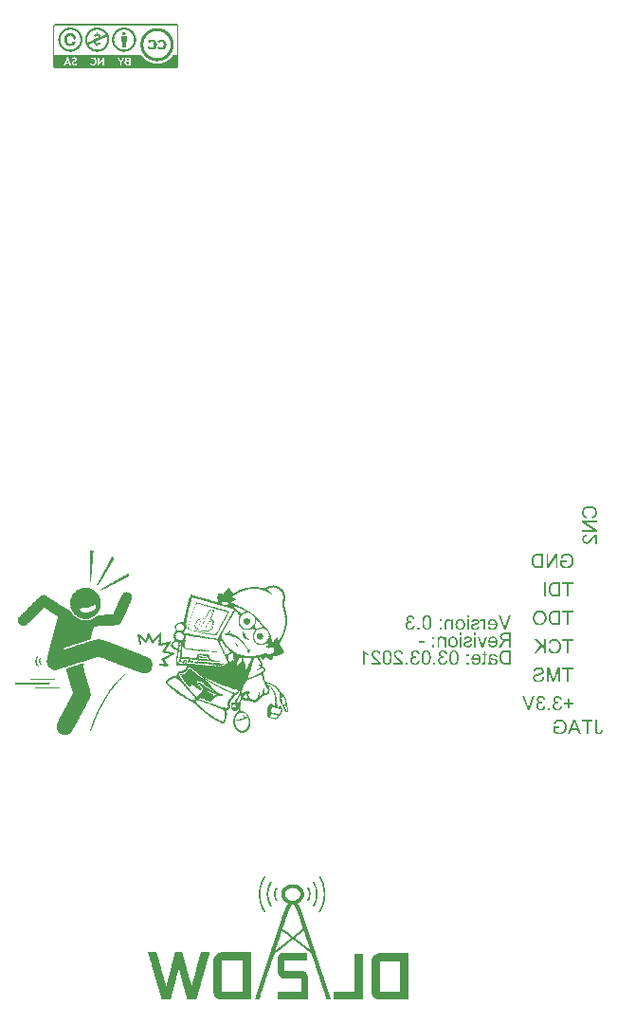
<source format=gbo>
G04*
G04 #@! TF.GenerationSoftware,Altium Limited,Altium Designer,21.1.1 (26)*
G04*
G04 Layer_Color=32896*
%FSLAX25Y25*%
%MOIN*%
G70*
G04*
G04 #@! TF.SameCoordinates,A5F47C6F-2453-4AC6-896B-71FEB3B9F667*
G04*
G04*
G04 #@! TF.FilePolarity,Positive*
G04*
G01*
G75*
G36*
X76868Y383520D02*
X76891D01*
Y383497D01*
X76983D01*
Y383474D01*
X77029D01*
Y383451D01*
X77074D01*
Y383428D01*
X77121D01*
Y383405D01*
X77166D01*
Y383382D01*
X77189D01*
Y383359D01*
X77212D01*
Y383336D01*
X77235D01*
Y383313D01*
X77258D01*
Y383290D01*
X77281D01*
Y383267D01*
X77304D01*
Y383244D01*
X77327D01*
Y383221D01*
X77350D01*
Y383198D01*
X77373D01*
Y383175D01*
Y383152D01*
X77396D01*
Y383129D01*
Y383106D01*
X77419D01*
Y383083D01*
Y383060D01*
X77442D01*
Y383037D01*
Y383014D01*
X77465D01*
Y382991D01*
Y382968D01*
Y382945D01*
Y382922D01*
Y382899D01*
X77511D01*
Y382876D01*
Y382853D01*
Y382830D01*
X77488D01*
Y382807D01*
X77511D01*
Y382784D01*
Y382761D01*
Y382738D01*
X77488D01*
Y382715D01*
X77511D01*
Y382692D01*
Y382669D01*
Y382646D01*
X77488D01*
Y382623D01*
X77511D01*
Y382600D01*
Y382577D01*
Y382554D01*
X77488D01*
Y382531D01*
X77511D01*
Y382508D01*
Y382485D01*
Y382462D01*
X77488D01*
Y382439D01*
X77511D01*
Y382416D01*
Y382394D01*
Y382370D01*
X77488D01*
Y382347D01*
X77511D01*
Y382325D01*
Y382301D01*
Y382279D01*
X77488D01*
Y382256D01*
X77511D01*
Y382233D01*
Y382210D01*
Y382187D01*
X77488D01*
Y382164D01*
X77511D01*
Y382141D01*
Y382118D01*
Y382095D01*
X77488D01*
Y382072D01*
X77511D01*
Y382049D01*
Y382026D01*
Y382003D01*
X77488D01*
Y381980D01*
X77511D01*
Y381957D01*
Y381934D01*
Y381911D01*
X77488D01*
Y381888D01*
X77511D01*
Y381865D01*
Y381842D01*
Y381819D01*
X77488D01*
Y381796D01*
X77511D01*
Y381773D01*
Y381750D01*
Y381727D01*
X77488D01*
Y381704D01*
X77511D01*
Y381681D01*
Y381658D01*
Y381635D01*
X77488D01*
Y381612D01*
X77511D01*
Y381589D01*
Y381566D01*
Y381543D01*
X77488D01*
Y381520D01*
X77511D01*
Y381497D01*
Y381474D01*
Y381451D01*
X77488D01*
Y381428D01*
X77511D01*
Y381405D01*
Y381382D01*
Y381359D01*
X77488D01*
Y381336D01*
X77511D01*
Y381313D01*
Y381290D01*
Y381267D01*
X77488D01*
Y381244D01*
X77511D01*
Y381221D01*
Y381198D01*
Y381175D01*
X77488D01*
Y381152D01*
X77511D01*
Y381130D01*
Y381106D01*
Y381083D01*
X77488D01*
Y381061D01*
X77511D01*
Y381037D01*
Y381015D01*
Y380992D01*
X77488D01*
Y380969D01*
X77511D01*
Y380946D01*
Y380923D01*
Y380900D01*
X77488D01*
Y380877D01*
X77511D01*
Y380854D01*
Y380831D01*
Y380808D01*
X77488D01*
Y380785D01*
X77511D01*
Y380762D01*
Y380739D01*
Y380716D01*
X77488D01*
Y380693D01*
X77511D01*
Y380670D01*
Y380647D01*
Y380624D01*
X77488D01*
Y380601D01*
X77511D01*
Y380578D01*
Y380555D01*
Y380532D01*
X77488D01*
Y380509D01*
X77511D01*
Y380486D01*
Y380463D01*
Y380440D01*
X77488D01*
Y380417D01*
X77511D01*
Y380394D01*
Y380371D01*
Y380348D01*
X77488D01*
Y380325D01*
X77511D01*
Y380302D01*
Y380279D01*
Y380256D01*
X77488D01*
Y380233D01*
X77511D01*
Y380210D01*
Y380187D01*
Y380164D01*
X77488D01*
Y380141D01*
X77511D01*
Y380118D01*
Y380095D01*
Y380072D01*
X77488D01*
Y380049D01*
X77511D01*
Y380026D01*
Y380003D01*
Y379980D01*
X77488D01*
Y379957D01*
X77511D01*
Y379934D01*
Y379911D01*
Y379888D01*
X77488D01*
Y379866D01*
X77511D01*
Y379842D01*
Y379819D01*
Y379797D01*
X77488D01*
Y379773D01*
X77511D01*
Y379750D01*
Y379728D01*
Y379705D01*
X77488D01*
Y379682D01*
X77511D01*
Y379659D01*
Y379636D01*
Y379613D01*
X77488D01*
Y379590D01*
X77511D01*
Y379567D01*
Y379544D01*
Y379521D01*
X77488D01*
Y379498D01*
X77511D01*
Y379475D01*
Y379452D01*
Y379429D01*
X77488D01*
Y379406D01*
X77511D01*
Y379383D01*
Y379360D01*
Y379337D01*
X77488D01*
Y379314D01*
X77511D01*
Y379291D01*
Y379268D01*
Y379245D01*
X77488D01*
Y379222D01*
X77511D01*
Y379199D01*
Y379176D01*
Y379153D01*
X77488D01*
Y379130D01*
X77511D01*
Y379107D01*
Y379084D01*
Y379061D01*
X77488D01*
Y379038D01*
X77511D01*
Y379015D01*
Y378992D01*
Y378969D01*
X77488D01*
Y378946D01*
X77511D01*
Y378923D01*
Y378900D01*
Y378877D01*
X77488D01*
Y378854D01*
X77511D01*
Y378831D01*
Y378808D01*
Y378785D01*
X77488D01*
Y378762D01*
X77511D01*
Y378739D01*
Y378716D01*
Y378693D01*
X77488D01*
Y378670D01*
X77511D01*
Y378647D01*
Y378624D01*
Y378601D01*
X77488D01*
Y378578D01*
X77511D01*
Y378555D01*
Y378533D01*
Y378509D01*
X77488D01*
Y378486D01*
X77511D01*
Y378464D01*
Y378441D01*
Y378418D01*
X77488D01*
Y378395D01*
X77511D01*
Y378372D01*
Y378349D01*
Y378326D01*
X77488D01*
Y378303D01*
X77511D01*
Y378280D01*
Y378257D01*
Y378234D01*
X77488D01*
Y378211D01*
X77511D01*
Y378188D01*
Y378165D01*
Y378142D01*
X77488D01*
Y378119D01*
X77511D01*
Y378096D01*
Y378073D01*
Y378050D01*
X77488D01*
Y378027D01*
X77511D01*
Y378004D01*
Y377981D01*
Y377958D01*
X77488D01*
Y377935D01*
X77511D01*
Y377912D01*
Y377889D01*
Y377866D01*
X77488D01*
Y377843D01*
X77511D01*
Y377820D01*
Y377797D01*
Y377774D01*
X77488D01*
Y377751D01*
X77511D01*
Y377728D01*
Y377705D01*
Y377682D01*
X77488D01*
Y377659D01*
X77511D01*
Y377636D01*
Y377613D01*
Y377590D01*
X77488D01*
Y377567D01*
X77511D01*
Y377544D01*
Y377521D01*
Y377498D01*
X77488D01*
Y377475D01*
X77511D01*
Y377452D01*
Y377429D01*
Y377406D01*
X77488D01*
Y377383D01*
X77511D01*
Y377360D01*
Y377337D01*
Y377314D01*
X77488D01*
Y377291D01*
X77511D01*
Y377269D01*
Y377245D01*
Y377222D01*
X77488D01*
Y377200D01*
X77511D01*
Y377176D01*
Y377154D01*
Y377131D01*
X77488D01*
Y377108D01*
X77511D01*
Y377085D01*
Y377062D01*
Y377039D01*
X77488D01*
Y377016D01*
X77511D01*
Y376993D01*
Y376970D01*
Y376947D01*
X77488D01*
Y376924D01*
X77511D01*
Y376901D01*
Y376878D01*
Y376855D01*
X77488D01*
Y376832D01*
X77511D01*
Y376809D01*
Y376786D01*
Y376763D01*
X77488D01*
Y376740D01*
X77511D01*
Y376717D01*
Y376694D01*
Y376671D01*
X77488D01*
Y376648D01*
X77511D01*
Y376625D01*
Y376602D01*
Y376579D01*
X77488D01*
Y376556D01*
X77511D01*
Y376533D01*
Y376510D01*
Y376487D01*
X77488D01*
Y376464D01*
X77511D01*
Y376441D01*
Y376418D01*
Y376395D01*
X77488D01*
Y376372D01*
X77511D01*
Y376349D01*
Y376326D01*
Y376303D01*
X77488D01*
Y376280D01*
X77511D01*
Y376257D01*
Y376234D01*
Y376211D01*
X77488D01*
Y376188D01*
X77511D01*
Y376165D01*
Y376142D01*
Y376119D01*
X77488D01*
Y376096D01*
X77511D01*
Y376073D01*
Y376050D01*
Y376027D01*
X77488D01*
Y376005D01*
X77511D01*
Y375981D01*
Y375958D01*
Y375936D01*
X77488D01*
Y375912D01*
X77511D01*
Y375890D01*
Y375867D01*
Y375844D01*
X77488D01*
Y375821D01*
X77511D01*
Y375798D01*
Y375775D01*
Y375752D01*
X77488D01*
Y375729D01*
X77511D01*
Y375706D01*
Y375683D01*
Y375660D01*
X77488D01*
Y375637D01*
X77511D01*
Y375614D01*
Y375591D01*
Y375568D01*
X77488D01*
Y375545D01*
X77511D01*
Y375522D01*
Y375499D01*
Y375476D01*
X77488D01*
Y375453D01*
X77511D01*
Y375430D01*
Y375407D01*
Y375384D01*
X77488D01*
Y375361D01*
X77511D01*
Y375338D01*
Y375315D01*
Y375292D01*
X77488D01*
Y375269D01*
X77511D01*
Y375246D01*
Y375223D01*
Y375200D01*
X77488D01*
Y375177D01*
X77511D01*
Y375154D01*
Y375131D01*
Y375108D01*
X77488D01*
Y375085D01*
X77511D01*
Y375062D01*
Y375039D01*
Y375016D01*
X77488D01*
Y374993D01*
X77511D01*
Y374970D01*
Y374947D01*
Y374924D01*
X77488D01*
Y374901D01*
X77511D01*
Y374878D01*
Y374855D01*
Y374832D01*
X77488D01*
Y374809D01*
X77511D01*
Y374786D01*
Y374763D01*
Y374741D01*
X77488D01*
Y374717D01*
X77511D01*
Y374694D01*
Y374672D01*
Y374648D01*
X77488D01*
Y374626D01*
X77511D01*
Y374603D01*
Y374580D01*
Y374557D01*
X77488D01*
Y374534D01*
X77511D01*
Y374511D01*
Y374488D01*
Y374465D01*
X77488D01*
Y374442D01*
X77511D01*
Y374419D01*
Y374396D01*
Y374373D01*
X77488D01*
Y374350D01*
X77511D01*
Y374327D01*
Y374304D01*
Y374281D01*
X77488D01*
Y374258D01*
X77511D01*
Y374235D01*
Y374212D01*
Y374189D01*
X77488D01*
Y374166D01*
X77511D01*
Y374143D01*
Y374120D01*
Y374097D01*
X77488D01*
Y374074D01*
X77511D01*
Y374051D01*
Y374028D01*
Y374005D01*
X77488D01*
Y373982D01*
X77511D01*
Y373959D01*
Y373936D01*
Y373913D01*
X77488D01*
Y373890D01*
X77511D01*
Y373867D01*
Y373844D01*
Y373821D01*
X77488D01*
Y373798D01*
X77511D01*
Y373775D01*
Y373752D01*
Y373729D01*
X77488D01*
Y373706D01*
X77511D01*
Y373683D01*
Y373660D01*
Y373637D01*
X77488D01*
Y373614D01*
X77511D01*
Y373591D01*
Y373568D01*
Y373545D01*
X77488D01*
Y373522D01*
X77511D01*
Y373499D01*
Y373477D01*
Y373453D01*
X77488D01*
Y373430D01*
X77511D01*
Y373408D01*
Y373384D01*
Y373361D01*
X77488D01*
Y373339D01*
X77511D01*
Y373316D01*
Y373293D01*
Y373270D01*
X77488D01*
Y373247D01*
X77511D01*
Y373224D01*
Y373201D01*
Y373178D01*
X77488D01*
Y373155D01*
X77511D01*
Y373132D01*
Y373109D01*
Y373086D01*
X77488D01*
Y373063D01*
X77511D01*
Y373040D01*
Y373017D01*
Y372994D01*
X77488D01*
Y372971D01*
X77511D01*
Y372948D01*
Y372925D01*
Y372902D01*
X77488D01*
Y372879D01*
X77511D01*
Y372856D01*
Y372833D01*
Y372810D01*
X77488D01*
Y372787D01*
X77511D01*
Y372764D01*
Y372741D01*
Y372718D01*
X77488D01*
Y372695D01*
X77511D01*
Y372672D01*
Y372649D01*
Y372626D01*
X77488D01*
Y372603D01*
X77511D01*
Y372580D01*
Y372557D01*
Y372534D01*
X77488D01*
Y372511D01*
X77511D01*
Y372488D01*
Y372465D01*
Y372442D01*
X77488D01*
Y372419D01*
X77511D01*
Y372396D01*
Y372373D01*
Y372350D01*
X77488D01*
Y372327D01*
X77511D01*
Y372304D01*
Y372281D01*
Y372258D01*
X77488D01*
Y372235D01*
X77511D01*
Y372212D01*
Y372189D01*
Y372166D01*
X77488D01*
Y372144D01*
X77511D01*
Y372120D01*
Y372097D01*
Y372075D01*
X77488D01*
Y372052D01*
X77511D01*
Y372029D01*
Y372006D01*
Y371983D01*
X77488D01*
Y371960D01*
X77511D01*
Y371937D01*
Y371914D01*
Y371891D01*
X77488D01*
Y371868D01*
X77511D01*
Y371845D01*
Y371822D01*
Y371799D01*
X77488D01*
Y371776D01*
X77511D01*
Y371753D01*
Y371730D01*
Y371707D01*
X77488D01*
Y371684D01*
X77511D01*
Y371661D01*
Y371638D01*
Y371615D01*
X77488D01*
Y371592D01*
X77511D01*
Y371569D01*
Y371546D01*
Y371523D01*
X77488D01*
Y371500D01*
X77511D01*
Y371477D01*
Y371454D01*
Y371431D01*
X77488D01*
Y371408D01*
X77511D01*
Y371385D01*
Y371362D01*
Y371339D01*
X77488D01*
Y371316D01*
X77511D01*
Y371293D01*
Y371270D01*
Y371247D01*
X77488D01*
Y371224D01*
X77511D01*
Y371201D01*
Y371178D01*
Y371155D01*
X77488D01*
Y371132D01*
X77511D01*
Y371109D01*
Y371086D01*
Y371063D01*
X77488D01*
Y371040D01*
X77511D01*
Y371017D01*
Y370994D01*
Y370971D01*
X77488D01*
Y370948D01*
X77511D01*
Y370925D01*
Y370902D01*
Y370880D01*
X77488D01*
Y370856D01*
X77511D01*
Y370833D01*
Y370811D01*
Y370788D01*
X77488D01*
Y370765D01*
X77511D01*
Y370742D01*
Y370719D01*
Y370696D01*
X77488D01*
Y370673D01*
X77511D01*
Y370650D01*
Y370627D01*
Y370604D01*
X77488D01*
Y370581D01*
X77511D01*
Y370558D01*
Y370535D01*
Y370512D01*
X77488D01*
Y370489D01*
X77511D01*
Y370466D01*
Y370443D01*
Y370420D01*
X77488D01*
Y370397D01*
X77511D01*
Y370374D01*
Y370351D01*
Y370328D01*
X77488D01*
Y370305D01*
X77511D01*
Y370282D01*
Y370259D01*
Y370236D01*
X77488D01*
Y370213D01*
X77511D01*
Y370190D01*
Y370167D01*
Y370144D01*
X77488D01*
Y370121D01*
X77511D01*
Y370098D01*
Y370075D01*
Y370052D01*
X77488D01*
Y370029D01*
X77511D01*
Y370006D01*
Y369983D01*
Y369960D01*
X77488D01*
Y369937D01*
X77511D01*
Y369914D01*
Y369891D01*
Y369868D01*
X77488D01*
Y369845D01*
X77511D01*
Y369822D01*
Y369799D01*
Y369776D01*
X77488D01*
Y369753D01*
X77511D01*
Y369730D01*
Y369707D01*
Y369684D01*
X77488D01*
Y369661D01*
X77511D01*
Y369638D01*
Y369616D01*
Y369592D01*
X77488D01*
Y369569D01*
X77511D01*
Y369547D01*
Y369524D01*
Y369501D01*
X77488D01*
Y369478D01*
X77511D01*
Y369455D01*
Y369432D01*
Y369409D01*
X77488D01*
Y369386D01*
X77511D01*
Y369363D01*
Y369340D01*
Y369317D01*
X77488D01*
Y369294D01*
X77511D01*
Y369271D01*
Y369248D01*
Y369225D01*
X77488D01*
Y369202D01*
X77511D01*
Y369179D01*
Y369156D01*
Y369133D01*
X77488D01*
Y369110D01*
X77511D01*
Y369087D01*
Y369064D01*
Y369041D01*
X77488D01*
Y369018D01*
X77511D01*
Y368995D01*
Y368972D01*
Y368949D01*
X77488D01*
Y368926D01*
X77511D01*
Y368903D01*
Y368880D01*
Y368857D01*
X77488D01*
Y368834D01*
X77511D01*
Y368811D01*
Y368788D01*
Y368765D01*
X77488D01*
Y368742D01*
X77511D01*
Y368719D01*
Y368696D01*
X77488D01*
Y368673D01*
X77465D01*
Y368650D01*
Y368627D01*
Y368604D01*
X77442D01*
Y368581D01*
Y368558D01*
Y368535D01*
X77419D01*
Y368512D01*
Y368489D01*
X77396D01*
Y368466D01*
Y368443D01*
X77373D01*
Y368420D01*
X77350D01*
Y368397D01*
Y368374D01*
X77327D01*
Y368352D01*
X77304D01*
Y368328D01*
X77281D01*
Y368305D01*
X77258D01*
Y368283D01*
X77235D01*
Y368260D01*
X77212D01*
Y368236D01*
X77189D01*
Y368214D01*
X77144D01*
Y368191D01*
X77121D01*
Y368168D01*
X77074D01*
Y368145D01*
X77029D01*
Y368122D01*
X76983D01*
Y368099D01*
X76868D01*
Y368076D01*
Y368053D01*
X76822D01*
Y368076D01*
X76799D01*
Y368053D01*
X76638D01*
Y368076D01*
X76615D01*
Y368053D01*
X76546D01*
Y368076D01*
X76523D01*
Y368053D01*
X76454D01*
Y368076D01*
X76431D01*
Y368053D01*
X76270D01*
Y368076D01*
X76247D01*
Y368053D01*
X76178D01*
Y368076D01*
X76155D01*
Y368053D01*
X76086D01*
Y368076D01*
X76063D01*
Y368053D01*
X75902D01*
Y368076D01*
X75879D01*
Y368053D01*
X75810D01*
Y368076D01*
X75788D01*
Y368053D01*
X75719D01*
Y368076D01*
X75696D01*
Y368053D01*
X75535D01*
Y368076D01*
X75512D01*
Y368053D01*
X75443D01*
Y368076D01*
X75420D01*
Y368053D01*
X75351D01*
Y368076D01*
X75328D01*
Y368053D01*
X75167D01*
Y368076D01*
X75144D01*
Y368053D01*
X75075D01*
Y368076D01*
X75052D01*
Y368053D01*
X74983D01*
Y368076D01*
X74960D01*
Y368053D01*
X74799D01*
Y368076D01*
X74776D01*
Y368053D01*
X74707D01*
Y368076D01*
X74684D01*
Y368053D01*
X74615D01*
Y368076D01*
X74592D01*
Y368053D01*
X74432D01*
Y368076D01*
X74409D01*
Y368053D01*
X74340D01*
Y368076D01*
X74317D01*
Y368053D01*
X74248D01*
Y368076D01*
X74225D01*
Y368053D01*
X74064D01*
Y368076D01*
X74041D01*
Y368053D01*
X73972D01*
Y368076D01*
X73949D01*
Y368053D01*
X73880D01*
Y368076D01*
X73857D01*
Y368053D01*
X73696D01*
Y368076D01*
X73673D01*
Y368053D01*
X73604D01*
Y368076D01*
X73581D01*
Y368053D01*
X73512D01*
Y368076D01*
X73489D01*
Y368053D01*
X73328D01*
Y368076D01*
X73305D01*
Y368053D01*
X73237D01*
Y368076D01*
X73213D01*
Y368053D01*
X73145D01*
Y368076D01*
X73122D01*
Y368053D01*
X72961D01*
Y368076D01*
X72938D01*
Y368053D01*
X72869D01*
Y368076D01*
X72846D01*
Y368053D01*
X72777D01*
Y368076D01*
X72754D01*
Y368053D01*
X72593D01*
Y368076D01*
X72570D01*
Y368053D01*
X72501D01*
Y368076D01*
X72478D01*
Y368053D01*
X72409D01*
Y368076D01*
X72386D01*
Y368053D01*
X72225D01*
Y368076D01*
X72202D01*
Y368053D01*
X72133D01*
Y368076D01*
X72110D01*
Y368053D01*
X72041D01*
Y368076D01*
X72018D01*
Y368053D01*
X71858D01*
Y368076D01*
X71835D01*
Y368053D01*
X71766D01*
Y368076D01*
X71743D01*
Y368053D01*
X71674D01*
Y368076D01*
X71651D01*
Y368053D01*
X71490D01*
Y368076D01*
X71467D01*
Y368053D01*
X71398D01*
Y368076D01*
X71375D01*
Y368053D01*
X71306D01*
Y368076D01*
X71283D01*
Y368053D01*
X71122D01*
Y368076D01*
X71099D01*
Y368053D01*
X71030D01*
Y368076D01*
X71007D01*
Y368053D01*
X70938D01*
Y368076D01*
X70915D01*
Y368053D01*
X70754D01*
Y368076D01*
X70732D01*
Y368053D01*
X70662D01*
Y368076D01*
X70639D01*
Y368053D01*
X70571D01*
Y368076D01*
X70548D01*
Y368053D01*
X70387D01*
Y368076D01*
X70364D01*
Y368053D01*
X70295D01*
Y368076D01*
X70272D01*
Y368053D01*
X70203D01*
Y368076D01*
X70180D01*
Y368053D01*
X70019D01*
Y368076D01*
X69996D01*
Y368053D01*
X69927D01*
Y368076D01*
X69904D01*
Y368053D01*
X69835D01*
Y368076D01*
X69812D01*
Y368053D01*
X69651D01*
Y368076D01*
X69628D01*
Y368053D01*
X69559D01*
Y368076D01*
X69536D01*
Y368053D01*
X69468D01*
Y368076D01*
X69445D01*
Y368053D01*
X69284D01*
Y368076D01*
X69261D01*
Y368053D01*
X69192D01*
Y368076D01*
X69169D01*
Y368053D01*
X69100D01*
Y368076D01*
X69077D01*
Y368053D01*
X68916D01*
Y368076D01*
X68893D01*
Y368053D01*
X68824D01*
Y368076D01*
X68801D01*
Y368053D01*
X68732D01*
Y368076D01*
X68709D01*
Y368053D01*
X68548D01*
Y368076D01*
X68525D01*
Y368053D01*
X68456D01*
Y368076D01*
X68433D01*
Y368053D01*
X68364D01*
Y368076D01*
X68341D01*
Y368053D01*
X68181D01*
Y368076D01*
X68158D01*
Y368053D01*
X68089D01*
Y368076D01*
X68066D01*
Y368053D01*
X67997D01*
Y368076D01*
X67974D01*
Y368053D01*
X67813D01*
Y368076D01*
X67790D01*
Y368053D01*
X67721D01*
Y368076D01*
X67698D01*
Y368053D01*
X67629D01*
Y368076D01*
X67606D01*
Y368053D01*
X67445D01*
Y368076D01*
X67422D01*
Y368053D01*
X67353D01*
Y368076D01*
X67330D01*
Y368053D01*
X67261D01*
Y368076D01*
X67238D01*
Y368053D01*
X67077D01*
Y368076D01*
X67054D01*
Y368053D01*
X66985D01*
Y368076D01*
X66962D01*
Y368053D01*
X66894D01*
Y368076D01*
X66870D01*
Y368053D01*
X66710D01*
Y368076D01*
X66687D01*
Y368053D01*
X66618D01*
Y368076D01*
X66595D01*
Y368053D01*
X66526D01*
Y368076D01*
X66503D01*
Y368053D01*
X66342D01*
Y368076D01*
X66319D01*
Y368053D01*
X66250D01*
Y368076D01*
X66227D01*
Y368053D01*
X66158D01*
Y368076D01*
X66135D01*
Y368053D01*
X65974D01*
Y368076D01*
X65951D01*
Y368053D01*
X65882D01*
Y368076D01*
X65859D01*
Y368053D01*
X65790D01*
Y368076D01*
X65767D01*
Y368053D01*
X65606D01*
Y368076D01*
X65583D01*
Y368053D01*
X65515D01*
Y368076D01*
X65492D01*
Y368053D01*
X65423D01*
Y368076D01*
X65400D01*
Y368053D01*
X65239D01*
Y368076D01*
X65216D01*
Y368053D01*
X65147D01*
Y368076D01*
X65124D01*
Y368053D01*
X65055D01*
Y368076D01*
X65032D01*
Y368053D01*
X64871D01*
Y368076D01*
X64848D01*
Y368053D01*
X64779D01*
Y368076D01*
X64756D01*
Y368053D01*
X64687D01*
Y368076D01*
X64664D01*
Y368053D01*
X64503D01*
Y368076D01*
X64480D01*
Y368053D01*
X64411D01*
Y368076D01*
X64388D01*
Y368053D01*
X64319D01*
Y368076D01*
X64297D01*
Y368053D01*
X64136D01*
Y368076D01*
X64113D01*
Y368053D01*
X64044D01*
Y368076D01*
X64021D01*
Y368053D01*
X63952D01*
Y368076D01*
X63929D01*
Y368053D01*
X63768D01*
Y368076D01*
X63745D01*
Y368053D01*
X63676D01*
Y368076D01*
X63653D01*
Y368053D01*
X63584D01*
Y368076D01*
X63561D01*
Y368053D01*
X63400D01*
Y368076D01*
X63377D01*
Y368053D01*
X63308D01*
Y368076D01*
X63285D01*
Y368053D01*
X63216D01*
Y368076D01*
X63193D01*
Y368053D01*
X63033D01*
Y368076D01*
X63010D01*
Y368053D01*
X62941D01*
Y368076D01*
X62918D01*
Y368053D01*
X62849D01*
Y368076D01*
X62826D01*
Y368053D01*
X62665D01*
Y368076D01*
X62642D01*
Y368053D01*
X62573D01*
Y368076D01*
X62550D01*
Y368053D01*
X62481D01*
Y368076D01*
X62458D01*
Y368053D01*
X62297D01*
Y368076D01*
X62274D01*
Y368053D01*
X62205D01*
Y368076D01*
X62182D01*
Y368053D01*
X62113D01*
Y368076D01*
X62090D01*
Y368053D01*
X61929D01*
Y368076D01*
X61906D01*
Y368053D01*
X61837D01*
Y368076D01*
X61814D01*
Y368053D01*
X61746D01*
Y368076D01*
X61722D01*
Y368053D01*
X61562D01*
Y368076D01*
X61539D01*
Y368053D01*
X61470D01*
Y368076D01*
X61447D01*
Y368053D01*
X61378D01*
Y368076D01*
X61355D01*
Y368053D01*
X61194D01*
Y368076D01*
X61171D01*
Y368053D01*
X61102D01*
Y368076D01*
X61079D01*
Y368053D01*
X61010D01*
Y368076D01*
X60987D01*
Y368053D01*
X60826D01*
Y368076D01*
X60803D01*
Y368053D01*
X60734D01*
Y368076D01*
X60711D01*
Y368053D01*
X60642D01*
Y368076D01*
X60619D01*
Y368053D01*
X60458D01*
Y368076D01*
X60435D01*
Y368053D01*
X60367D01*
Y368076D01*
X60344D01*
Y368053D01*
X60275D01*
Y368076D01*
X60252D01*
Y368053D01*
X60091D01*
Y368076D01*
X60068D01*
Y368053D01*
X59999D01*
Y368076D01*
X59976D01*
Y368053D01*
X59907D01*
Y368076D01*
X59884D01*
Y368053D01*
X59723D01*
Y368076D01*
X59700D01*
Y368053D01*
X59631D01*
Y368076D01*
X59608D01*
Y368053D01*
X59539D01*
Y368076D01*
X59516D01*
Y368053D01*
X59355D01*
Y368076D01*
X59332D01*
Y368053D01*
X59263D01*
Y368076D01*
X59241D01*
Y368053D01*
X59171D01*
Y368076D01*
X59149D01*
Y368053D01*
X58988D01*
Y368076D01*
X58965D01*
Y368053D01*
X58896D01*
Y368076D01*
X58873D01*
Y368053D01*
X58804D01*
Y368076D01*
X58781D01*
Y368053D01*
X58620D01*
Y368076D01*
X58597D01*
Y368053D01*
X58528D01*
Y368076D01*
X58505D01*
Y368053D01*
X58436D01*
Y368076D01*
X58413D01*
Y368053D01*
X58252D01*
Y368076D01*
X58229D01*
Y368053D01*
X58160D01*
Y368076D01*
X58137D01*
Y368053D01*
X58068D01*
Y368076D01*
X58045D01*
Y368053D01*
X57885D01*
Y368076D01*
X57862D01*
Y368053D01*
X57793D01*
Y368076D01*
X57770D01*
Y368053D01*
X57701D01*
Y368076D01*
X57678D01*
Y368053D01*
X57517D01*
Y368076D01*
X57494D01*
Y368053D01*
X57425D01*
Y368076D01*
X57402D01*
Y368053D01*
X57333D01*
Y368076D01*
X57310D01*
Y368053D01*
X57149D01*
Y368076D01*
X57126D01*
Y368053D01*
X57057D01*
Y368076D01*
X57034D01*
Y368053D01*
X56965D01*
Y368076D01*
X56942D01*
Y368053D01*
X56781D01*
Y368076D01*
X56758D01*
Y368053D01*
X56689D01*
Y368076D01*
X56666D01*
Y368053D01*
X56598D01*
Y368076D01*
X56574D01*
Y368053D01*
X56414D01*
Y368076D01*
X56391D01*
Y368053D01*
X56322D01*
Y368076D01*
X56299D01*
Y368053D01*
X56230D01*
Y368076D01*
X56207D01*
Y368053D01*
X56046D01*
Y368076D01*
X56023D01*
Y368053D01*
X55954D01*
Y368076D01*
X55931D01*
Y368053D01*
X55862D01*
Y368076D01*
X55839D01*
Y368053D01*
X55678D01*
Y368076D01*
X55655D01*
Y368053D01*
X55586D01*
Y368076D01*
X55563D01*
Y368053D01*
X55494D01*
Y368076D01*
X55471D01*
Y368053D01*
X55310D01*
Y368076D01*
X55287D01*
Y368053D01*
X55219D01*
Y368076D01*
X55196D01*
Y368053D01*
X55127D01*
Y368076D01*
X55104D01*
Y368053D01*
X54943D01*
Y368076D01*
X54920D01*
Y368053D01*
X54851D01*
Y368076D01*
X54828D01*
Y368053D01*
X54759D01*
Y368076D01*
X54736D01*
Y368053D01*
X54575D01*
Y368076D01*
X54552D01*
Y368053D01*
X54483D01*
Y368076D01*
X54460D01*
Y368053D01*
X54391D01*
Y368076D01*
X54368D01*
Y368053D01*
X54207D01*
Y368076D01*
X54184D01*
Y368053D01*
X54115D01*
Y368076D01*
X54093D01*
Y368053D01*
X54023D01*
Y368076D01*
X54001D01*
Y368053D01*
X53840D01*
Y368076D01*
X53817D01*
Y368053D01*
X53748D01*
Y368076D01*
X53725D01*
Y368053D01*
X53656D01*
Y368076D01*
X53633D01*
Y368053D01*
X53472D01*
Y368076D01*
X53449D01*
Y368053D01*
X53380D01*
Y368076D01*
X53357D01*
Y368053D01*
X53288D01*
Y368076D01*
X53265D01*
Y368053D01*
X53104D01*
Y368076D01*
X53081D01*
Y368053D01*
X53012D01*
Y368076D01*
X52989D01*
Y368053D01*
X52920D01*
Y368076D01*
X52897D01*
Y368053D01*
X52737D01*
Y368076D01*
X52714D01*
Y368053D01*
X52645D01*
Y368076D01*
X52622D01*
Y368053D01*
X52553D01*
Y368076D01*
X52530D01*
Y368053D01*
X52369D01*
Y368076D01*
X52346D01*
Y368053D01*
X52277D01*
Y368076D01*
X52254D01*
Y368053D01*
X52185D01*
Y368076D01*
X52162D01*
Y368053D01*
X52001D01*
Y368076D01*
X51978D01*
Y368053D01*
X51909D01*
Y368076D01*
X51886D01*
Y368053D01*
X51817D01*
Y368076D01*
X51794D01*
Y368053D01*
X51633D01*
Y368076D01*
X51610D01*
Y368053D01*
X51542D01*
Y368076D01*
X51518D01*
Y368053D01*
X51450D01*
Y368076D01*
X51427D01*
Y368053D01*
X51266D01*
Y368076D01*
X51243D01*
Y368053D01*
X51174D01*
Y368076D01*
X51151D01*
Y368053D01*
X51082D01*
Y368076D01*
X51059D01*
Y368053D01*
X50898D01*
Y368076D01*
X50875D01*
Y368053D01*
X50806D01*
Y368076D01*
X50783D01*
Y368053D01*
X50714D01*
Y368076D01*
X50691D01*
Y368053D01*
X50530D01*
Y368076D01*
X50507D01*
Y368053D01*
X50438D01*
Y368076D01*
X50415D01*
Y368053D01*
X50346D01*
Y368076D01*
X50323D01*
Y368053D01*
X50163D01*
Y368076D01*
X50140D01*
Y368053D01*
X50071D01*
Y368076D01*
X50048D01*
Y368053D01*
X49979D01*
Y368076D01*
X49956D01*
Y368053D01*
X49795D01*
Y368076D01*
X49772D01*
Y368053D01*
X49703D01*
Y368076D01*
X49680D01*
Y368053D01*
X49611D01*
Y368076D01*
X49588D01*
Y368053D01*
X49427D01*
Y368076D01*
X49404D01*
Y368053D01*
X49335D01*
Y368076D01*
X49312D01*
Y368053D01*
X49243D01*
Y368076D01*
X49220D01*
Y368053D01*
X49059D01*
Y368076D01*
X49036D01*
Y368053D01*
X48967D01*
Y368076D01*
X48945D01*
Y368053D01*
X48876D01*
Y368076D01*
X48853D01*
Y368053D01*
X48692D01*
Y368076D01*
X48669D01*
Y368053D01*
X48600D01*
Y368076D01*
X48577D01*
Y368053D01*
X48508D01*
Y368076D01*
X48485D01*
Y368053D01*
X48324D01*
Y368076D01*
X48301D01*
Y368053D01*
X48232D01*
Y368076D01*
X48209D01*
Y368053D01*
X48140D01*
Y368076D01*
X48117D01*
Y368053D01*
X47956D01*
Y368076D01*
X47933D01*
Y368053D01*
X47864D01*
Y368076D01*
X47841D01*
Y368053D01*
X47772D01*
Y368076D01*
X47750D01*
Y368053D01*
X47589D01*
Y368076D01*
X47566D01*
Y368053D01*
X47497D01*
Y368076D01*
X47474D01*
Y368053D01*
X47405D01*
Y368076D01*
X47382D01*
Y368053D01*
X47221D01*
Y368076D01*
X47198D01*
Y368053D01*
X47129D01*
Y368076D01*
X47106D01*
Y368053D01*
X47037D01*
Y368076D01*
X47014D01*
Y368053D01*
X46853D01*
Y368076D01*
X46830D01*
Y368053D01*
X46761D01*
Y368076D01*
X46738D01*
Y368053D01*
X46669D01*
Y368076D01*
X46646D01*
Y368053D01*
X46485D01*
Y368076D01*
X46463D01*
Y368053D01*
X46393D01*
Y368076D01*
X46371D01*
Y368053D01*
X46302D01*
Y368076D01*
X46279D01*
Y368053D01*
X46118D01*
Y368076D01*
X46095D01*
Y368053D01*
X46026D01*
Y368076D01*
X46003D01*
Y368053D01*
X45934D01*
Y368076D01*
X45911D01*
Y368053D01*
X45750D01*
Y368076D01*
X45727D01*
Y368053D01*
X45658D01*
Y368076D01*
X45635D01*
Y368053D01*
X45566D01*
Y368076D01*
X45543D01*
Y368053D01*
X45382D01*
Y368076D01*
X45359D01*
Y368053D01*
X45290D01*
Y368076D01*
X45267D01*
Y368053D01*
X45198D01*
Y368076D01*
X45175D01*
Y368053D01*
X45015D01*
Y368076D01*
X44992D01*
Y368053D01*
X44923D01*
Y368076D01*
X44900D01*
Y368053D01*
X44831D01*
Y368076D01*
X44808D01*
Y368053D01*
X44647D01*
Y368076D01*
X44624D01*
Y368053D01*
X44555D01*
Y368076D01*
X44532D01*
Y368053D01*
X44463D01*
Y368076D01*
X44440D01*
Y368053D01*
X44279D01*
Y368076D01*
X44256D01*
Y368053D01*
X44187D01*
Y368076D01*
X44164D01*
Y368053D01*
X44095D01*
Y368076D01*
X44072D01*
Y368053D01*
X43911D01*
Y368076D01*
X43889D01*
Y368053D01*
X43819D01*
Y368076D01*
X43797D01*
Y368053D01*
X43728D01*
Y368076D01*
X43705D01*
Y368053D01*
X43544D01*
Y368076D01*
X43521D01*
Y368053D01*
X43452D01*
Y368076D01*
X43429D01*
Y368053D01*
X43360D01*
Y368076D01*
X43337D01*
Y368053D01*
X43176D01*
Y368076D01*
X43153D01*
Y368053D01*
X43084D01*
Y368076D01*
X43061D01*
Y368053D01*
X42992D01*
Y368076D01*
X42969D01*
Y368053D01*
X42808D01*
Y368076D01*
X42785D01*
Y368053D01*
X42716D01*
Y368076D01*
X42693D01*
Y368053D01*
X42625D01*
Y368076D01*
X42601D01*
Y368053D01*
X42441D01*
Y368076D01*
X42418D01*
Y368053D01*
X42349D01*
Y368076D01*
X42326D01*
Y368053D01*
X42257D01*
Y368076D01*
X42234D01*
Y368053D01*
X42073D01*
Y368076D01*
X42050D01*
Y368053D01*
X41981D01*
Y368076D01*
X41958D01*
Y368053D01*
X41889D01*
Y368076D01*
X41866D01*
Y368053D01*
X41705D01*
Y368076D01*
X41682D01*
Y368053D01*
X41613D01*
Y368076D01*
X41590D01*
Y368053D01*
X41521D01*
Y368076D01*
X41498D01*
Y368053D01*
X41337D01*
Y368076D01*
X41315D01*
Y368053D01*
X41245D01*
Y368076D01*
X41223D01*
Y368053D01*
X41154D01*
Y368076D01*
X41131D01*
Y368053D01*
X40970D01*
Y368076D01*
X40947D01*
Y368053D01*
X40878D01*
Y368076D01*
X40855D01*
Y368053D01*
X40786D01*
Y368076D01*
X40763D01*
Y368053D01*
X40602D01*
Y368076D01*
X40579D01*
Y368053D01*
X40510D01*
Y368076D01*
X40487D01*
Y368053D01*
X40418D01*
Y368076D01*
X40395D01*
Y368053D01*
X40234D01*
Y368076D01*
X40211D01*
Y368053D01*
X40142D01*
Y368076D01*
X40119D01*
Y368053D01*
X40051D01*
Y368076D01*
X40027D01*
Y368053D01*
X39867D01*
Y368076D01*
X39844D01*
Y368053D01*
X39775D01*
Y368076D01*
X39752D01*
Y368053D01*
X39683D01*
Y368076D01*
X39660D01*
Y368053D01*
X39499D01*
Y368076D01*
X39476D01*
Y368053D01*
X39407D01*
Y368076D01*
X39384D01*
Y368053D01*
X39315D01*
Y368076D01*
X39292D01*
Y368053D01*
X39131D01*
Y368076D01*
X39108D01*
Y368053D01*
X39039D01*
Y368076D01*
X39016D01*
Y368053D01*
X38947D01*
Y368076D01*
X38924D01*
Y368053D01*
X38763D01*
Y368076D01*
X38741D01*
Y368053D01*
X38672D01*
Y368076D01*
X38649D01*
Y368053D01*
X38580D01*
Y368076D01*
X38557D01*
Y368053D01*
X38396D01*
Y368076D01*
X38373D01*
Y368053D01*
X38304D01*
Y368076D01*
X38281D01*
Y368053D01*
X38212D01*
Y368076D01*
X38189D01*
Y368053D01*
X38028D01*
Y368076D01*
X38005D01*
Y368053D01*
X37936D01*
Y368076D01*
X37913D01*
Y368053D01*
X37844D01*
Y368076D01*
X37821D01*
Y368053D01*
X37660D01*
Y368076D01*
X37637D01*
Y368053D01*
X37568D01*
Y368076D01*
X37545D01*
Y368053D01*
X37477D01*
Y368076D01*
X37453D01*
Y368053D01*
X37293D01*
Y368076D01*
X37270D01*
Y368053D01*
X37201D01*
Y368076D01*
X37178D01*
Y368053D01*
X37109D01*
Y368076D01*
X37086D01*
Y368053D01*
X36925D01*
Y368076D01*
X36902D01*
Y368053D01*
X36833D01*
Y368076D01*
X36810D01*
Y368053D01*
X36741D01*
Y368076D01*
X36718D01*
Y368053D01*
X36557D01*
Y368076D01*
X36534D01*
Y368053D01*
X36465D01*
Y368076D01*
X36442D01*
Y368053D01*
X36373D01*
Y368076D01*
X36350D01*
Y368053D01*
X36189D01*
Y368076D01*
X36167D01*
Y368053D01*
X36098D01*
Y368076D01*
X36075D01*
Y368053D01*
X36006D01*
Y368076D01*
X35983D01*
Y368053D01*
X35822D01*
Y368076D01*
X35799D01*
Y368053D01*
X35730D01*
Y368076D01*
X35707D01*
Y368053D01*
X35638D01*
Y368076D01*
X35615D01*
Y368053D01*
X35454D01*
Y368076D01*
X35431D01*
Y368053D01*
X35362D01*
Y368076D01*
X35339D01*
Y368053D01*
X35270D01*
Y368076D01*
X35247D01*
Y368053D01*
X35086D01*
Y368076D01*
X35063D01*
Y368053D01*
X34994D01*
Y368076D01*
X34971D01*
Y368053D01*
X34903D01*
Y368076D01*
X34879D01*
Y368053D01*
X34719D01*
Y368076D01*
X34696D01*
Y368053D01*
X34627D01*
Y368076D01*
X34604D01*
Y368053D01*
X34535D01*
Y368076D01*
X34512D01*
Y368053D01*
X34351D01*
Y368076D01*
X34328D01*
Y368053D01*
X34259D01*
Y368076D01*
X34236D01*
Y368053D01*
X34167D01*
Y368076D01*
X34144D01*
Y368053D01*
X34029D01*
Y368076D01*
Y368099D01*
X33937D01*
Y368122D01*
X33868D01*
Y368145D01*
X33822D01*
Y368168D01*
X33776D01*
Y368191D01*
X33730D01*
Y368214D01*
X33707D01*
Y368236D01*
X33684D01*
Y368260D01*
X33661D01*
Y368283D01*
X33639D01*
Y368305D01*
X33615D01*
Y368328D01*
X33593D01*
Y368352D01*
X33569D01*
Y368374D01*
X33547D01*
Y368397D01*
Y368420D01*
X33524D01*
Y368443D01*
X33501D01*
Y368466D01*
Y368489D01*
X33478D01*
Y368512D01*
Y368535D01*
X33455D01*
Y368558D01*
Y368581D01*
X33432D01*
Y368604D01*
Y368627D01*
Y368650D01*
Y368673D01*
Y368696D01*
X33386D01*
Y368719D01*
Y368742D01*
Y368765D01*
Y368788D01*
Y368811D01*
Y368834D01*
Y368857D01*
Y368880D01*
Y368903D01*
Y368926D01*
Y368949D01*
Y368972D01*
Y368995D01*
Y369018D01*
Y369041D01*
Y369064D01*
Y369087D01*
Y369110D01*
Y369133D01*
Y369156D01*
Y369179D01*
Y369202D01*
Y369225D01*
Y369248D01*
Y369271D01*
Y369294D01*
Y369317D01*
Y369340D01*
Y369363D01*
Y369386D01*
Y369409D01*
Y369432D01*
Y369455D01*
Y369478D01*
Y369501D01*
Y369524D01*
Y369547D01*
Y369569D01*
Y369592D01*
Y369616D01*
Y369638D01*
Y369661D01*
Y369684D01*
Y369707D01*
Y369730D01*
Y369753D01*
Y369776D01*
Y369799D01*
Y369822D01*
Y369845D01*
Y369868D01*
Y369891D01*
Y369914D01*
Y369937D01*
Y369960D01*
Y369983D01*
Y370006D01*
Y370029D01*
Y370052D01*
Y370075D01*
Y370098D01*
Y370121D01*
Y370144D01*
Y370167D01*
Y370190D01*
Y370213D01*
Y370236D01*
Y370259D01*
Y370282D01*
Y370305D01*
Y370328D01*
Y370351D01*
Y370374D01*
Y370397D01*
Y370420D01*
Y370443D01*
Y370466D01*
Y370489D01*
Y370512D01*
Y370535D01*
Y370558D01*
Y370581D01*
Y370604D01*
Y370627D01*
Y370650D01*
Y370673D01*
Y370696D01*
Y370719D01*
Y370742D01*
Y370765D01*
Y370788D01*
Y370811D01*
Y370833D01*
Y370856D01*
Y370880D01*
Y370902D01*
Y370925D01*
Y370948D01*
Y370971D01*
Y370994D01*
Y371017D01*
Y371040D01*
Y371063D01*
Y371086D01*
Y371109D01*
Y371132D01*
Y371155D01*
Y371178D01*
Y371201D01*
Y371224D01*
Y371247D01*
Y371270D01*
Y371293D01*
Y371316D01*
Y371339D01*
Y371362D01*
Y371385D01*
Y371408D01*
Y371431D01*
Y371454D01*
Y371477D01*
Y371500D01*
Y371523D01*
Y371546D01*
Y371569D01*
Y371592D01*
Y371615D01*
Y371638D01*
Y371661D01*
Y371684D01*
Y371707D01*
Y371730D01*
Y371753D01*
Y371776D01*
Y371799D01*
Y371822D01*
Y371845D01*
Y371868D01*
Y371891D01*
Y371914D01*
Y371937D01*
Y371960D01*
Y371983D01*
Y372006D01*
Y372029D01*
Y372052D01*
Y372075D01*
Y372097D01*
Y372120D01*
Y372144D01*
Y372166D01*
Y372189D01*
Y372212D01*
Y372235D01*
Y372258D01*
Y372281D01*
Y372304D01*
Y372327D01*
Y372350D01*
Y372373D01*
Y372396D01*
Y372419D01*
Y372442D01*
Y372465D01*
Y372488D01*
Y372511D01*
Y372534D01*
Y372557D01*
Y372580D01*
Y372603D01*
Y372626D01*
Y372649D01*
Y372672D01*
Y372695D01*
Y372718D01*
Y372741D01*
Y372764D01*
Y372787D01*
Y372810D01*
Y372833D01*
Y372856D01*
Y372879D01*
Y372902D01*
Y372925D01*
Y372948D01*
Y372971D01*
Y372994D01*
Y373017D01*
Y373040D01*
Y373063D01*
Y373086D01*
Y373109D01*
Y373132D01*
Y373155D01*
Y373178D01*
Y373201D01*
Y373224D01*
Y373247D01*
Y373270D01*
Y373293D01*
Y373316D01*
Y373339D01*
Y373361D01*
Y373384D01*
Y373408D01*
Y373430D01*
Y373453D01*
Y373477D01*
Y373499D01*
Y373522D01*
Y373545D01*
Y373568D01*
Y373591D01*
Y373614D01*
Y373637D01*
Y373660D01*
Y373683D01*
Y373706D01*
Y373729D01*
Y373752D01*
Y373775D01*
Y373798D01*
Y373821D01*
Y373844D01*
Y373867D01*
Y373890D01*
Y373913D01*
Y373936D01*
Y373959D01*
Y373982D01*
Y374005D01*
Y374028D01*
Y374051D01*
Y374074D01*
Y374097D01*
Y374120D01*
Y374143D01*
Y374166D01*
Y374189D01*
Y374212D01*
Y374235D01*
Y374258D01*
Y374281D01*
Y374304D01*
Y374327D01*
Y374350D01*
Y374373D01*
Y374396D01*
Y374419D01*
Y374442D01*
Y374465D01*
Y374488D01*
Y374511D01*
Y374534D01*
Y374557D01*
Y374580D01*
Y374603D01*
Y374626D01*
Y374648D01*
Y374672D01*
Y374694D01*
Y374717D01*
Y374741D01*
Y374763D01*
Y374786D01*
Y374809D01*
Y374832D01*
Y374855D01*
Y374878D01*
Y374901D01*
Y374924D01*
Y374947D01*
Y374970D01*
Y374993D01*
Y375016D01*
Y375039D01*
Y375062D01*
Y375085D01*
Y375108D01*
Y375131D01*
Y375154D01*
Y375177D01*
Y375200D01*
Y375223D01*
Y375246D01*
Y375269D01*
Y375292D01*
Y375315D01*
Y375338D01*
Y375361D01*
Y375384D01*
Y375407D01*
Y375430D01*
Y375453D01*
Y375476D01*
Y375499D01*
Y375522D01*
Y375545D01*
Y375568D01*
Y375591D01*
Y375614D01*
Y375637D01*
Y375660D01*
Y375683D01*
Y375706D01*
Y375729D01*
Y375752D01*
Y375775D01*
Y375798D01*
Y375821D01*
Y375844D01*
Y375867D01*
Y375890D01*
Y375912D01*
Y375936D01*
Y375958D01*
Y375981D01*
Y376005D01*
Y376027D01*
Y376050D01*
Y376073D01*
Y376096D01*
Y376119D01*
Y376142D01*
Y376165D01*
Y376188D01*
Y376211D01*
Y376234D01*
Y376257D01*
Y376280D01*
Y376303D01*
Y376326D01*
Y376349D01*
Y376372D01*
Y376395D01*
Y376418D01*
Y376441D01*
Y376464D01*
Y376487D01*
Y376510D01*
Y376533D01*
Y376556D01*
Y376579D01*
Y376602D01*
Y376625D01*
Y376648D01*
Y376671D01*
Y376694D01*
Y376717D01*
Y376740D01*
Y376763D01*
Y376786D01*
Y376809D01*
Y376832D01*
Y376855D01*
Y376878D01*
Y376901D01*
Y376924D01*
Y376947D01*
Y376970D01*
Y376993D01*
Y377016D01*
Y377039D01*
Y377062D01*
Y377085D01*
Y377108D01*
Y377131D01*
Y377154D01*
Y377176D01*
Y377200D01*
Y377222D01*
Y377245D01*
Y377269D01*
Y377291D01*
Y377314D01*
Y377337D01*
Y377360D01*
Y377383D01*
Y377406D01*
Y377429D01*
Y377452D01*
Y377475D01*
Y377498D01*
Y377521D01*
Y377544D01*
Y377567D01*
Y377590D01*
Y377613D01*
Y377636D01*
Y377659D01*
Y377682D01*
Y377705D01*
Y377728D01*
Y377751D01*
Y377774D01*
Y377797D01*
Y377820D01*
Y377843D01*
Y377866D01*
Y377889D01*
Y377912D01*
Y377935D01*
Y377958D01*
Y377981D01*
Y378004D01*
Y378027D01*
Y378050D01*
Y378073D01*
Y378096D01*
Y378119D01*
Y378142D01*
Y378165D01*
Y378188D01*
Y378211D01*
Y378234D01*
Y378257D01*
Y378280D01*
Y378303D01*
Y378326D01*
Y378349D01*
Y378372D01*
Y378395D01*
Y378418D01*
Y378441D01*
Y378464D01*
Y378486D01*
Y378509D01*
Y378533D01*
Y378555D01*
Y378578D01*
Y378601D01*
Y378624D01*
Y378647D01*
Y378670D01*
Y378693D01*
Y378716D01*
Y378739D01*
Y378762D01*
Y378785D01*
Y378808D01*
Y378831D01*
Y378854D01*
Y378877D01*
Y378900D01*
Y378923D01*
Y378946D01*
Y378969D01*
Y378992D01*
Y379015D01*
Y379038D01*
Y379061D01*
Y379084D01*
Y379107D01*
Y379130D01*
Y379153D01*
Y379176D01*
Y379199D01*
Y379222D01*
Y379245D01*
Y379268D01*
Y379291D01*
Y379314D01*
Y379337D01*
Y379360D01*
Y379383D01*
Y379406D01*
Y379429D01*
Y379452D01*
Y379475D01*
Y379498D01*
Y379521D01*
Y379544D01*
Y379567D01*
Y379590D01*
Y379613D01*
Y379636D01*
Y379659D01*
Y379682D01*
Y379705D01*
Y379728D01*
Y379750D01*
Y379773D01*
Y379797D01*
Y379819D01*
Y379842D01*
Y379866D01*
Y379888D01*
Y379911D01*
Y379934D01*
Y379957D01*
Y379980D01*
Y380003D01*
Y380026D01*
Y380049D01*
Y380072D01*
Y380095D01*
Y380118D01*
Y380141D01*
Y380164D01*
Y380187D01*
Y380210D01*
Y380233D01*
Y380256D01*
Y380279D01*
Y380302D01*
Y380325D01*
Y380348D01*
Y380371D01*
Y380394D01*
Y380417D01*
Y380440D01*
Y380463D01*
Y380486D01*
Y380509D01*
Y380532D01*
Y380555D01*
Y380578D01*
Y380601D01*
Y380624D01*
Y380647D01*
Y380670D01*
Y380693D01*
Y380716D01*
Y380739D01*
Y380762D01*
Y380785D01*
Y380808D01*
Y380831D01*
Y380854D01*
Y380877D01*
Y380900D01*
Y380923D01*
Y380946D01*
Y380969D01*
Y380992D01*
Y381015D01*
Y381037D01*
Y381061D01*
Y381083D01*
Y381106D01*
Y381130D01*
Y381152D01*
Y381175D01*
Y381198D01*
Y381221D01*
Y381244D01*
Y381267D01*
Y381290D01*
Y381313D01*
Y381336D01*
Y381359D01*
Y381382D01*
Y381405D01*
Y381428D01*
Y381451D01*
Y381474D01*
Y381497D01*
Y381520D01*
Y381543D01*
Y381566D01*
Y381589D01*
Y381612D01*
Y381635D01*
Y381658D01*
Y381681D01*
Y381704D01*
Y381727D01*
Y381750D01*
Y381773D01*
Y381796D01*
Y381819D01*
Y381842D01*
Y381865D01*
Y381888D01*
Y381911D01*
Y381934D01*
Y381957D01*
Y381980D01*
Y382003D01*
Y382026D01*
Y382049D01*
Y382072D01*
Y382095D01*
Y382118D01*
Y382141D01*
Y382164D01*
Y382187D01*
Y382210D01*
Y382233D01*
Y382256D01*
Y382279D01*
Y382301D01*
Y382325D01*
Y382347D01*
Y382370D01*
Y382394D01*
Y382416D01*
Y382439D01*
Y382462D01*
Y382485D01*
Y382508D01*
Y382531D01*
Y382554D01*
Y382577D01*
Y382600D01*
Y382623D01*
Y382646D01*
Y382669D01*
Y382692D01*
Y382715D01*
Y382738D01*
Y382761D01*
Y382784D01*
Y382807D01*
Y382830D01*
Y382853D01*
Y382876D01*
Y382899D01*
X33409D01*
Y382922D01*
X33432D01*
Y382945D01*
Y382968D01*
Y382991D01*
Y383014D01*
X33455D01*
Y383037D01*
Y383060D01*
X33478D01*
Y383083D01*
Y383106D01*
X33501D01*
Y383129D01*
Y383152D01*
X33524D01*
Y383175D01*
Y383198D01*
X33547D01*
Y383221D01*
X33569D01*
Y383244D01*
X33593D01*
Y383267D01*
X33615D01*
Y383290D01*
Y383313D01*
X33661D01*
Y383336D01*
X33684D01*
Y383359D01*
X33707D01*
Y383382D01*
X33730D01*
Y383405D01*
X33776D01*
Y383428D01*
X33822D01*
Y383451D01*
X33868D01*
Y383474D01*
X33914D01*
Y383497D01*
X34029D01*
Y383520D01*
Y383543D01*
X76868D01*
Y383520D01*
D02*
G37*
G36*
X47596Y198232D02*
X47527D01*
Y198301D01*
X47596D01*
Y198232D01*
D02*
G37*
G36*
X54201Y196355D02*
X54271D01*
Y196285D01*
X54340D01*
Y196216D01*
X54410D01*
Y196146D01*
X54479D01*
Y196077D01*
X54549D01*
Y196146D01*
X54618D01*
Y196077D01*
Y196007D01*
Y195937D01*
X54688D01*
Y195868D01*
X54757D01*
Y195798D01*
X54827D01*
Y195729D01*
X54757D01*
Y195659D01*
X54827D01*
Y195590D01*
X54757D01*
Y195520D01*
X54827D01*
Y195451D01*
X54757D01*
Y195381D01*
X54688D01*
Y195312D01*
X54618D01*
Y195242D01*
X54688D01*
Y195173D01*
X54618D01*
Y195103D01*
X54549D01*
Y195034D01*
X54479D01*
Y194964D01*
X54549D01*
Y194895D01*
X54410D01*
Y194825D01*
Y194755D01*
X54340D01*
Y194686D01*
X54271D01*
Y194616D01*
X54201D01*
Y194547D01*
X54271D01*
Y194477D01*
X54201D01*
Y194408D01*
X54132D01*
Y194338D01*
X54062D01*
Y194269D01*
X54132D01*
Y194199D01*
X53923D01*
Y194130D01*
X53993D01*
Y194060D01*
X53923D01*
Y193991D01*
X53854D01*
Y193921D01*
X53784D01*
Y193852D01*
Y193782D01*
Y193713D01*
X53715D01*
Y193643D01*
X53645D01*
Y193573D01*
X53715D01*
Y193504D01*
X53645D01*
Y193573D01*
X53575D01*
Y193504D01*
X53645D01*
Y193435D01*
X53575D01*
Y193365D01*
X53506D01*
Y193295D01*
X53436D01*
Y193226D01*
Y193156D01*
Y193087D01*
X53367D01*
Y193017D01*
X53297D01*
Y192948D01*
X53228D01*
Y192878D01*
X53297D01*
Y192809D01*
X53228D01*
Y192739D01*
X53158D01*
Y192670D01*
X53089D01*
Y192600D01*
X53019D01*
Y192531D01*
X52950D01*
Y192461D01*
X53019D01*
Y192392D01*
X52950D01*
Y192322D01*
X52880D01*
Y192253D01*
X52811D01*
Y192183D01*
X52880D01*
Y192113D01*
X52672D01*
Y192044D01*
X52741D01*
Y191974D01*
X52672D01*
Y191905D01*
X52602D01*
Y191835D01*
Y191766D01*
Y191696D01*
X52533D01*
Y191627D01*
X52463D01*
Y191557D01*
X52394D01*
Y191488D01*
X52324D01*
Y191418D01*
X52254D01*
Y191349D01*
X52324D01*
Y191279D01*
X52254D01*
Y191210D01*
X52185D01*
Y191140D01*
Y191070D01*
X52115D01*
Y191001D01*
Y190931D01*
X52046D01*
Y190862D01*
X51976D01*
Y190792D01*
X52046D01*
Y190723D01*
X51976D01*
Y190653D01*
X51907D01*
Y190584D01*
X51837D01*
Y190514D01*
Y190445D01*
X51768D01*
Y190375D01*
Y190306D01*
X51698D01*
Y190236D01*
X51629D01*
Y190167D01*
X51559D01*
Y190097D01*
X51629D01*
Y190028D01*
X51559D01*
Y189958D01*
X51490D01*
Y190028D01*
X51420D01*
Y189958D01*
X51490D01*
Y189889D01*
X51420D01*
Y189819D01*
X51351D01*
Y189750D01*
X51281D01*
Y189680D01*
Y189610D01*
Y189541D01*
X51212D01*
Y189471D01*
X51142D01*
Y189402D01*
X51073D01*
Y189332D01*
X51142D01*
Y189263D01*
X51073D01*
Y189193D01*
X51003D01*
Y189124D01*
Y189054D01*
X50933D01*
Y188985D01*
X50864D01*
Y188915D01*
Y188846D01*
Y188776D01*
X50725D01*
Y188707D01*
X50655D01*
Y188637D01*
X50586D01*
Y188568D01*
X50655D01*
Y188498D01*
X50586D01*
Y188428D01*
X50516D01*
Y188359D01*
Y188289D01*
Y188220D01*
X50447D01*
Y188289D01*
X50377D01*
Y188220D01*
Y188150D01*
Y188081D01*
X50308D01*
Y188011D01*
X50238D01*
Y187942D01*
X50169D01*
Y187872D01*
X50238D01*
Y187803D01*
X50169D01*
Y187733D01*
X50099D01*
Y187803D01*
X50030D01*
Y187733D01*
X50099D01*
Y187664D01*
X50030D01*
Y187594D01*
X49960D01*
Y187525D01*
Y187455D01*
Y187386D01*
X49891D01*
Y187316D01*
X49821D01*
Y187247D01*
X49751D01*
Y187177D01*
X49821D01*
Y187108D01*
X49751D01*
Y187038D01*
X49682D01*
Y186968D01*
X49612D01*
Y186899D01*
Y186829D01*
X49473D01*
Y186760D01*
X49543D01*
Y186690D01*
X49473D01*
Y186621D01*
Y186551D01*
X49334D01*
Y186482D01*
X49404D01*
Y186412D01*
X49334D01*
Y186343D01*
X49265D01*
Y186273D01*
X49195D01*
Y186204D01*
X49126D01*
Y186134D01*
X49056D01*
Y186204D01*
X48987D01*
Y186273D01*
X48778D01*
Y186343D01*
Y186412D01*
Y186482D01*
X48848D01*
Y186551D01*
Y186621D01*
Y186690D01*
X48917D01*
Y186760D01*
X48987D01*
Y186829D01*
X48917D01*
Y186899D01*
X48987D01*
Y186968D01*
X49056D01*
Y187038D01*
X49126D01*
Y187108D01*
X49056D01*
Y187177D01*
X49265D01*
Y187247D01*
X49195D01*
Y187316D01*
X49265D01*
Y187386D01*
X49195D01*
Y187455D01*
X49334D01*
Y187525D01*
Y187594D01*
X49404D01*
Y187664D01*
Y187733D01*
X49543D01*
Y187803D01*
X49473D01*
Y187872D01*
X49543D01*
Y187942D01*
X49612D01*
Y188011D01*
Y188081D01*
Y188150D01*
X49682D01*
Y188220D01*
X49751D01*
Y188289D01*
Y188359D01*
Y188428D01*
X49821D01*
Y188498D01*
X49891D01*
Y188568D01*
X49960D01*
Y188637D01*
Y188707D01*
Y188776D01*
X50030D01*
Y188846D01*
X50099D01*
Y188915D01*
Y188985D01*
X50169D01*
Y189054D01*
Y189124D01*
X50238D01*
Y189193D01*
X50308D01*
Y189263D01*
X50377D01*
Y189332D01*
X50308D01*
Y189402D01*
X50377D01*
Y189471D01*
Y189541D01*
Y189610D01*
X50447D01*
Y189680D01*
X50516D01*
Y189750D01*
X50586D01*
Y189819D01*
Y189889D01*
Y189958D01*
X50655D01*
Y190028D01*
X50725D01*
Y190097D01*
X50794D01*
Y190167D01*
Y190236D01*
Y190306D01*
X50864D01*
Y190375D01*
X50933D01*
Y190445D01*
X51003D01*
Y190514D01*
Y190584D01*
Y190653D01*
X51073D01*
Y190723D01*
X51003D01*
Y190792D01*
X51073D01*
Y190862D01*
X51142D01*
Y190931D01*
X51212D01*
Y191001D01*
X51142D01*
Y191070D01*
X51212D01*
Y191140D01*
X51281D01*
Y191210D01*
X51351D01*
Y191279D01*
Y191349D01*
X51420D01*
Y191418D01*
Y191488D01*
X51490D01*
Y191557D01*
X51559D01*
Y191627D01*
X51629D01*
Y191696D01*
X51559D01*
Y191766D01*
X51629D01*
Y191835D01*
Y191905D01*
X51768D01*
Y191974D01*
Y192044D01*
Y192113D01*
X51837D01*
Y192183D01*
X51907D01*
Y192253D01*
X51837D01*
Y192322D01*
X51907D01*
Y192392D01*
X51976D01*
Y192461D01*
X52046D01*
Y192531D01*
Y192600D01*
X52115D01*
Y192670D01*
Y192739D01*
X52185D01*
Y192809D01*
X52254D01*
Y192878D01*
Y192948D01*
Y193017D01*
X52324D01*
Y193087D01*
X52254D01*
Y193156D01*
X52463D01*
Y193226D01*
X52394D01*
Y193295D01*
X52463D01*
Y193365D01*
X52533D01*
Y193435D01*
Y193504D01*
Y193573D01*
X52602D01*
Y193643D01*
X52672D01*
Y193713D01*
X52741D01*
Y193782D01*
Y193852D01*
Y193921D01*
X52811D01*
Y193991D01*
X52880D01*
Y194060D01*
Y194130D01*
X52950D01*
Y194199D01*
Y194269D01*
X53019D01*
Y194338D01*
X53089D01*
Y194408D01*
X53158D01*
Y194477D01*
X53089D01*
Y194547D01*
X53158D01*
Y194616D01*
X53228D01*
Y194686D01*
X53158D01*
Y194755D01*
X53228D01*
Y194825D01*
X53297D01*
Y194895D01*
X53367D01*
Y194964D01*
X53436D01*
Y195034D01*
Y195103D01*
Y195173D01*
X53506D01*
Y195242D01*
X53436D01*
Y195312D01*
X53506D01*
Y195381D01*
X53575D01*
Y195451D01*
X53645D01*
Y195520D01*
X53715D01*
Y195590D01*
Y195659D01*
Y195729D01*
X53784D01*
Y195798D01*
Y195868D01*
X53923D01*
Y195937D01*
X53854D01*
Y196007D01*
X53923D01*
Y196077D01*
X53993D01*
Y196146D01*
Y196216D01*
X54132D01*
Y196285D01*
Y196355D01*
Y196424D01*
X54201D01*
Y196355D01*
D02*
G37*
G36*
X59903Y190306D02*
Y190236D01*
X59972D01*
Y190167D01*
X60041D01*
Y190097D01*
X59972D01*
Y190028D01*
X60041D01*
Y189958D01*
X60111D01*
Y189889D01*
X60041D01*
Y189819D01*
X60111D01*
Y189750D01*
X60041D01*
Y189680D01*
X59972D01*
Y189610D01*
X59903D01*
Y189541D01*
X59972D01*
Y189471D01*
X59763D01*
Y189402D01*
X59694D01*
Y189332D01*
X59624D01*
Y189263D01*
X59555D01*
Y189193D01*
X59346D01*
Y189124D01*
X59277D01*
Y189193D01*
X59207D01*
Y189124D01*
X59277D01*
Y189054D01*
X59068D01*
Y188985D01*
Y188915D01*
X58860D01*
Y188846D01*
Y188776D01*
X58790D01*
Y188846D01*
X58720D01*
Y188776D01*
X58651D01*
Y188707D01*
X58582D01*
Y188637D01*
X58512D01*
Y188707D01*
X58442D01*
Y188637D01*
X58373D01*
Y188568D01*
X58303D01*
Y188498D01*
X58095D01*
Y188428D01*
X58025D01*
Y188359D01*
X57817D01*
Y188289D01*
X57747D01*
Y188220D01*
X57608D01*
Y188150D01*
X57469D01*
Y188081D01*
X57399D01*
Y188011D01*
X57330D01*
Y188081D01*
X57260D01*
Y188011D01*
X57330D01*
Y187942D01*
X57260D01*
Y188011D01*
X57191D01*
Y187942D01*
X57121D01*
Y187872D01*
X56982D01*
Y187803D01*
X56843D01*
Y187733D01*
X56774D01*
Y187803D01*
X56704D01*
Y187733D01*
Y187664D01*
Y187594D01*
X56635D01*
Y187664D01*
X56565D01*
Y187594D01*
X56496D01*
Y187525D01*
X56426D01*
Y187594D01*
X56357D01*
Y187525D01*
X56148D01*
Y187455D01*
X56217D01*
Y187386D01*
X56009D01*
Y187316D01*
X55939D01*
Y187247D01*
X55731D01*
Y187177D01*
X55661D01*
Y187108D01*
X55592D01*
Y187038D01*
X55522D01*
Y187108D01*
X55453D01*
Y187038D01*
X55383D01*
Y186968D01*
X55314D01*
Y186899D01*
X55244D01*
Y186829D01*
X55036D01*
Y186760D01*
X54966D01*
Y186829D01*
X54896D01*
Y186760D01*
X54827D01*
Y186690D01*
X54618D01*
Y186621D01*
Y186551D01*
X54479D01*
Y186482D01*
X54410D01*
Y186412D01*
X54201D01*
Y186343D01*
X54132D01*
Y186273D01*
X54062D01*
Y186343D01*
X53993D01*
Y186273D01*
X53923D01*
Y186204D01*
X53784D01*
Y186134D01*
X53575D01*
Y186065D01*
Y185995D01*
X53506D01*
Y186065D01*
X53436D01*
Y185995D01*
X53367D01*
Y185925D01*
X53297D01*
Y185856D01*
X53228D01*
Y185925D01*
X53158D01*
Y185856D01*
X53089D01*
Y185786D01*
X53019D01*
Y185717D01*
X52811D01*
Y185647D01*
X52741D01*
Y185717D01*
X52672D01*
Y185647D01*
X52741D01*
Y185578D01*
X52533D01*
Y185508D01*
X52463D01*
Y185439D01*
X52394D01*
Y185508D01*
X52324D01*
Y185439D01*
X52254D01*
Y185369D01*
X52185D01*
Y185300D01*
X52115D01*
Y185230D01*
X52046D01*
Y185300D01*
X51976D01*
Y185230D01*
X51907D01*
Y185161D01*
X51698D01*
Y185091D01*
X51629D01*
Y185161D01*
X51559D01*
Y185091D01*
X51490D01*
Y185022D01*
X51420D01*
Y184952D01*
X51212D01*
Y184883D01*
X51142D01*
Y184813D01*
X51073D01*
Y184743D01*
X50725D01*
Y184674D01*
X50655D01*
Y184605D01*
X50447D01*
Y184535D01*
X50377D01*
Y184465D01*
X50308D01*
Y184535D01*
X50238D01*
Y184465D01*
X50169D01*
Y184535D01*
X50099D01*
Y184605D01*
X50030D01*
Y184674D01*
X50099D01*
Y184743D01*
X50169D01*
Y184813D01*
X50238D01*
Y184883D01*
X50308D01*
Y184952D01*
X50377D01*
Y185022D01*
X50586D01*
Y185091D01*
X50655D01*
Y185161D01*
X50725D01*
Y185230D01*
X50933D01*
Y185300D01*
X51003D01*
Y185369D01*
X51073D01*
Y185439D01*
X51142D01*
Y185508D01*
X51351D01*
Y185578D01*
X51420D01*
Y185647D01*
X51629D01*
Y185717D01*
X51698D01*
Y185786D01*
X51907D01*
Y185856D01*
X51976D01*
Y185925D01*
X52046D01*
Y185995D01*
X52115D01*
Y185925D01*
X52185D01*
Y185995D01*
Y186065D01*
X52324D01*
Y186134D01*
Y186204D01*
X52533D01*
Y186273D01*
X52672D01*
Y186343D01*
X52741D01*
Y186412D01*
X52811D01*
Y186343D01*
X52880D01*
Y186412D01*
X52811D01*
Y186482D01*
X53019D01*
Y186551D01*
X53089D01*
Y186621D01*
X53158D01*
Y186690D01*
X53228D01*
Y186621D01*
X53297D01*
Y186690D01*
X53367D01*
Y186760D01*
X53436D01*
Y186829D01*
X53506D01*
Y186899D01*
X53715D01*
Y186968D01*
X53784D01*
Y187038D01*
X53993D01*
Y187108D01*
X54062D01*
Y187177D01*
X54201D01*
Y187247D01*
Y187316D01*
X54271D01*
Y187247D01*
X54340D01*
Y187316D01*
X54410D01*
Y187386D01*
X54479D01*
Y187455D01*
X54688D01*
Y187525D01*
X54757D01*
Y187594D01*
X54896D01*
Y187664D01*
Y187733D01*
X54966D01*
Y187664D01*
X55036D01*
Y187733D01*
X55105D01*
Y187803D01*
X55175D01*
Y187872D01*
X55383D01*
Y187942D01*
X55453D01*
Y188011D01*
X55661D01*
Y188081D01*
X55731D01*
Y188150D01*
X55870D01*
Y188220D01*
Y188289D01*
X56078D01*
Y188359D01*
X56148D01*
Y188428D01*
X56357D01*
Y188498D01*
X56426D01*
Y188568D01*
X56496D01*
Y188637D01*
X56704D01*
Y188568D01*
X56774D01*
Y188637D01*
X56704D01*
Y188707D01*
X56774D01*
Y188776D01*
X56843D01*
Y188846D01*
X56913D01*
Y188776D01*
X56982D01*
Y188846D01*
X57052D01*
Y188915D01*
X57121D01*
Y188985D01*
X57330D01*
Y189054D01*
X57399D01*
Y189124D01*
X57608D01*
Y189193D01*
X57678D01*
Y189263D01*
X57747D01*
Y189332D01*
X57817D01*
Y189402D01*
X57886D01*
Y189332D01*
X57956D01*
Y189402D01*
X58025D01*
Y189471D01*
X58095D01*
Y189541D01*
X58303D01*
Y189610D01*
X58373D01*
Y189680D01*
X58582D01*
Y189750D01*
X58651D01*
Y189819D01*
X58860D01*
Y189889D01*
X58790D01*
Y189958D01*
X58999D01*
Y190028D01*
X59068D01*
Y189958D01*
X59138D01*
Y190028D01*
X59207D01*
Y190097D01*
X59277D01*
Y190167D01*
X59416D01*
Y190236D01*
X59694D01*
Y190306D01*
X59763D01*
Y190375D01*
X59903D01*
Y190306D01*
D02*
G37*
G36*
X46762Y198719D02*
X46970D01*
Y198649D01*
X47109D01*
Y198580D01*
X47179D01*
Y198510D01*
X47249D01*
Y198580D01*
X47318D01*
Y198510D01*
X47387D01*
Y198440D01*
X47457D01*
Y198371D01*
X47387D01*
Y198301D01*
X47457D01*
Y198232D01*
X47527D01*
Y198162D01*
X47596D01*
Y198093D01*
X47527D01*
Y198023D01*
X47596D01*
Y197954D01*
X47527D01*
Y197884D01*
Y197815D01*
X47387D01*
Y197745D01*
X47457D01*
Y197676D01*
X47387D01*
Y197606D01*
X47457D01*
Y197537D01*
X47387D01*
Y197467D01*
X47457D01*
Y197397D01*
X47387D01*
Y197328D01*
X47457D01*
Y197258D01*
X47387D01*
Y197189D01*
X47457D01*
Y197119D01*
X47387D01*
Y197050D01*
X47457D01*
Y196980D01*
X47387D01*
Y196911D01*
X47457D01*
Y196841D01*
X47387D01*
Y196772D01*
X47457D01*
Y196702D01*
X47387D01*
Y196633D01*
X47457D01*
Y196563D01*
X47387D01*
Y196494D01*
X47457D01*
Y196424D01*
X47387D01*
Y196355D01*
Y196285D01*
Y196216D01*
Y196146D01*
Y196077D01*
Y196007D01*
Y195937D01*
Y195868D01*
Y195798D01*
Y195729D01*
X47318D01*
Y195659D01*
Y195590D01*
X47249D01*
Y195520D01*
X47318D01*
Y195451D01*
Y195381D01*
Y195312D01*
X47249D01*
Y195242D01*
X47318D01*
Y195173D01*
Y195103D01*
Y195034D01*
X47249D01*
Y194964D01*
X47318D01*
Y194895D01*
Y194825D01*
Y194755D01*
X47249D01*
Y194686D01*
X47318D01*
Y194616D01*
Y194547D01*
Y194477D01*
X47249D01*
Y194408D01*
X47318D01*
Y194338D01*
X47249D01*
Y194269D01*
Y194199D01*
Y194130D01*
Y194060D01*
Y193991D01*
Y193921D01*
Y193852D01*
X47318D01*
Y193782D01*
X47179D01*
Y193713D01*
Y193643D01*
Y193573D01*
Y193504D01*
Y193435D01*
Y193365D01*
Y193295D01*
Y193226D01*
X47109D01*
Y193156D01*
X47179D01*
Y193087D01*
X47109D01*
Y193017D01*
X47179D01*
Y192948D01*
X47109D01*
Y192878D01*
X47179D01*
Y192809D01*
X47109D01*
Y192739D01*
X47179D01*
Y192670D01*
X47109D01*
Y192600D01*
X47040D01*
Y192531D01*
X47109D01*
Y192461D01*
X47040D01*
Y192392D01*
Y192322D01*
Y192253D01*
X47109D01*
Y192183D01*
X47040D01*
Y192113D01*
X47109D01*
Y192044D01*
X47040D01*
Y191974D01*
X47109D01*
Y191905D01*
X47040D01*
Y191835D01*
Y191766D01*
Y191696D01*
X47109D01*
Y191627D01*
X47040D01*
Y191557D01*
X46970D01*
Y191488D01*
X47040D01*
Y191418D01*
X46970D01*
Y191349D01*
X47040D01*
Y191279D01*
X46970D01*
Y191210D01*
X47040D01*
Y191140D01*
X46970D01*
Y191070D01*
X47040D01*
Y191001D01*
X46970D01*
Y190931D01*
Y190862D01*
Y190792D01*
Y190723D01*
Y190653D01*
Y190584D01*
Y190514D01*
Y190445D01*
Y190375D01*
X46901D01*
Y190306D01*
Y190236D01*
Y190167D01*
X46831D01*
Y190097D01*
X46901D01*
Y190028D01*
Y189958D01*
Y189889D01*
X46831D01*
Y189819D01*
X46901D01*
Y189750D01*
Y189680D01*
Y189610D01*
X46831D01*
Y189541D01*
X46901D01*
Y189471D01*
Y189402D01*
Y189332D01*
X46831D01*
Y189263D01*
Y189193D01*
Y189124D01*
Y189054D01*
Y188985D01*
Y188915D01*
Y188846D01*
X46762D01*
Y188776D01*
Y188707D01*
Y188637D01*
Y188568D01*
Y188498D01*
Y188428D01*
Y188359D01*
Y188289D01*
Y188220D01*
X46692D01*
Y188150D01*
X46762D01*
Y188081D01*
X46692D01*
Y188011D01*
X46762D01*
Y187942D01*
X46692D01*
Y187872D01*
X46762D01*
Y187803D01*
X46623D01*
Y187733D01*
Y187664D01*
X46692D01*
Y187594D01*
X46623D01*
Y187525D01*
Y187455D01*
Y187386D01*
X46553D01*
Y187316D01*
X46414D01*
Y187386D01*
X46345D01*
Y187455D01*
Y187525D01*
X46275D01*
Y187594D01*
X46345D01*
Y187664D01*
X46275D01*
Y187733D01*
X46345D01*
Y187803D01*
X46275D01*
Y187872D01*
X46345D01*
Y187942D01*
X46275D01*
Y188011D01*
X46345D01*
Y188081D01*
X46275D01*
Y188150D01*
X46345D01*
Y188220D01*
X46275D01*
Y188289D01*
X46345D01*
Y188359D01*
X46275D01*
Y188428D01*
X46345D01*
Y188498D01*
X46275D01*
Y188568D01*
X46345D01*
Y188637D01*
X46275D01*
Y188707D01*
X46345D01*
Y188776D01*
X46275D01*
Y188846D01*
X46345D01*
Y188915D01*
X46275D01*
Y188985D01*
X46345D01*
Y189054D01*
X46275D01*
Y189124D01*
X46345D01*
Y189193D01*
X46275D01*
Y189263D01*
X46345D01*
Y189332D01*
X46275D01*
Y189402D01*
X46345D01*
Y189471D01*
X46275D01*
Y189541D01*
X46345D01*
Y189610D01*
X46275D01*
Y189680D01*
X46345D01*
Y189750D01*
X46275D01*
Y189819D01*
X46345D01*
Y189889D01*
X46275D01*
Y189958D01*
X46345D01*
Y190028D01*
X46275D01*
Y190097D01*
X46345D01*
Y190167D01*
X46275D01*
Y190236D01*
X46345D01*
Y190306D01*
X46275D01*
Y190375D01*
X46345D01*
Y190445D01*
X46275D01*
Y190514D01*
X46345D01*
Y190584D01*
X46275D01*
Y190653D01*
X46345D01*
Y190723D01*
X46275D01*
Y190792D01*
X46345D01*
Y190862D01*
X46275D01*
Y190931D01*
X46345D01*
Y191001D01*
X46275D01*
Y191070D01*
X46345D01*
Y191140D01*
X46275D01*
Y191210D01*
X46345D01*
Y191279D01*
X46275D01*
Y191349D01*
X46345D01*
Y191418D01*
X46275D01*
Y191488D01*
X46345D01*
Y191557D01*
X46275D01*
Y191627D01*
X46345D01*
Y191696D01*
X46275D01*
Y191766D01*
X46345D01*
Y191835D01*
X46275D01*
Y191905D01*
X46345D01*
Y191974D01*
X46275D01*
Y192044D01*
X46345D01*
Y192113D01*
X46275D01*
Y192183D01*
X46345D01*
Y192253D01*
Y192322D01*
Y192392D01*
Y192461D01*
Y192531D01*
Y192600D01*
Y192670D01*
Y192739D01*
Y192809D01*
Y192878D01*
Y192948D01*
Y193017D01*
Y193087D01*
Y193156D01*
Y193226D01*
Y193295D01*
Y193365D01*
Y193435D01*
Y193504D01*
Y193573D01*
Y193643D01*
Y193713D01*
Y193782D01*
X46414D01*
Y193852D01*
X46484D01*
Y193921D01*
X46414D01*
Y193991D01*
Y194060D01*
Y194130D01*
X46484D01*
Y194199D01*
X46414D01*
Y194269D01*
Y194338D01*
Y194408D01*
X46484D01*
Y194477D01*
X46414D01*
Y194547D01*
Y194616D01*
Y194686D01*
X46484D01*
Y194755D01*
X46414D01*
Y194825D01*
Y194895D01*
Y194964D01*
X46484D01*
Y195034D01*
X46414D01*
Y195103D01*
Y195173D01*
Y195242D01*
X46484D01*
Y195312D01*
X46414D01*
Y195381D01*
Y195451D01*
Y195520D01*
X46484D01*
Y195590D01*
X46414D01*
Y195659D01*
Y195729D01*
Y195798D01*
X46484D01*
Y195868D01*
X46414D01*
Y195937D01*
Y196007D01*
Y196077D01*
X46484D01*
Y196146D01*
X46414D01*
Y196216D01*
Y196285D01*
Y196355D01*
X46484D01*
Y196424D01*
X46414D01*
Y196494D01*
Y196563D01*
Y196633D01*
X46484D01*
Y196702D01*
X46414D01*
Y196772D01*
Y196841D01*
Y196911D01*
X46484D01*
Y196980D01*
Y197050D01*
Y197119D01*
X46414D01*
Y197189D01*
X46484D01*
Y197258D01*
Y197328D01*
Y197397D01*
X46414D01*
Y197467D01*
X46484D01*
Y197537D01*
Y197606D01*
Y197676D01*
X46414D01*
Y197745D01*
X46484D01*
Y197815D01*
Y197884D01*
Y197954D01*
X46414D01*
Y198023D01*
X46484D01*
Y198093D01*
Y198162D01*
Y198232D01*
X46553D01*
Y198301D01*
Y198371D01*
Y198440D01*
Y198510D01*
Y198580D01*
Y198649D01*
Y198719D01*
Y198788D01*
X46762D01*
Y198719D01*
D02*
G37*
G36*
X110866Y186134D02*
X110936D01*
Y186065D01*
X111005D01*
Y186134D01*
X111075D01*
Y186065D01*
X111144D01*
Y186134D01*
X111214D01*
Y186065D01*
X111283D01*
Y186134D01*
X111353D01*
Y186065D01*
X111839D01*
Y185995D01*
X111909D01*
Y185925D01*
X111978D01*
Y185995D01*
X111909D01*
Y186065D01*
X111978D01*
Y185995D01*
X112048D01*
Y185925D01*
X112118D01*
Y185995D01*
X112048D01*
Y186065D01*
X112118D01*
Y185995D01*
X112187D01*
Y185925D01*
X112257D01*
Y185856D01*
X112326D01*
Y185786D01*
X112396D01*
Y185856D01*
X112326D01*
Y185925D01*
X112396D01*
Y185856D01*
X112465D01*
Y185786D01*
X112674D01*
Y185717D01*
X112743D01*
Y185647D01*
X112813D01*
Y185578D01*
X112882D01*
Y185508D01*
X112952D01*
Y185578D01*
X112882D01*
Y185647D01*
X112952D01*
Y185578D01*
X113021D01*
Y185508D01*
X113091D01*
Y185439D01*
X113161D01*
Y185369D01*
X113369D01*
Y185300D01*
X113300D01*
Y185230D01*
X113508D01*
Y185161D01*
X113578D01*
Y185091D01*
X113647D01*
Y185022D01*
X113717D01*
Y184952D01*
X113786D01*
Y184883D01*
X113856D01*
Y184813D01*
X113925D01*
Y184743D01*
Y184674D01*
X114064D01*
Y184605D01*
X113995D01*
Y184535D01*
X114203D01*
Y184465D01*
X114134D01*
Y184396D01*
X114203D01*
Y184326D01*
X114273D01*
Y184257D01*
X114342D01*
Y184187D01*
X114412D01*
Y184118D01*
X114342D01*
Y184187D01*
X114273D01*
Y184118D01*
X114342D01*
Y184048D01*
X114412D01*
Y183979D01*
X114481D01*
Y183909D01*
X114551D01*
Y183840D01*
X114621D01*
Y183770D01*
X114551D01*
Y183701D01*
X114621D01*
Y183631D01*
X114690D01*
Y183562D01*
Y183492D01*
Y183423D01*
X114760D01*
Y183353D01*
X114690D01*
Y183283D01*
X114760D01*
Y183214D01*
X114829D01*
Y183144D01*
Y183075D01*
Y183005D01*
X114899D01*
Y182936D01*
X114829D01*
Y182866D01*
X114899D01*
Y182797D01*
X114968D01*
Y182727D01*
X114899D01*
Y182797D01*
X114829D01*
Y182727D01*
X114899D01*
Y182658D01*
X114968D01*
Y182588D01*
X115038D01*
Y182519D01*
X114968D01*
Y182449D01*
X115038D01*
Y182380D01*
X114968D01*
Y182310D01*
X115038D01*
Y182240D01*
X114968D01*
Y182171D01*
X115038D01*
Y182102D01*
X114968D01*
Y182032D01*
X115038D01*
Y181962D01*
X114968D01*
Y181893D01*
X115038D01*
Y181823D01*
X114968D01*
Y181754D01*
X115038D01*
Y181684D01*
X114968D01*
Y181615D01*
X115038D01*
Y181545D01*
X114968D01*
Y181476D01*
X115038D01*
Y181406D01*
X114968D01*
Y181337D01*
X115038D01*
Y181267D01*
X114968D01*
Y181198D01*
X115038D01*
Y181128D01*
X114968D01*
Y181059D01*
X114899D01*
Y180989D01*
X114968D01*
Y180920D01*
X114899D01*
Y180850D01*
X114829D01*
Y180780D01*
X114899D01*
Y180711D01*
X114829D01*
Y180641D01*
X114899D01*
Y180572D01*
X114829D01*
Y180502D01*
X114899D01*
Y180433D01*
X114829D01*
Y180502D01*
X114760D01*
Y180433D01*
X114829D01*
Y180363D01*
X114760D01*
Y180433D01*
X114690D01*
Y180363D01*
X114760D01*
Y180294D01*
X114690D01*
Y180224D01*
X114760D01*
Y180155D01*
X114690D01*
Y180085D01*
X114621D01*
Y180016D01*
X114551D01*
Y179946D01*
X114621D01*
Y179877D01*
X114551D01*
Y179807D01*
X114621D01*
Y179738D01*
X114551D01*
Y179668D01*
X114621D01*
Y179598D01*
X114551D01*
Y179529D01*
X114481D01*
Y179460D01*
X114551D01*
Y179390D01*
X114621D01*
Y179320D01*
X114551D01*
Y179251D01*
Y179181D01*
Y179112D01*
X114621D01*
Y179042D01*
X114551D01*
Y178973D01*
X114621D01*
Y178903D01*
X114690D01*
Y178834D01*
X114760D01*
Y178764D01*
X114690D01*
Y178695D01*
X114760D01*
Y178625D01*
X114829D01*
Y178556D01*
X114899D01*
Y178486D01*
X114829D01*
Y178417D01*
X114899D01*
Y178347D01*
X114829D01*
Y178278D01*
X114899D01*
Y178208D01*
X114968D01*
Y178138D01*
X115038D01*
Y178069D01*
X114968D01*
Y177999D01*
X115038D01*
Y177930D01*
X114968D01*
Y177860D01*
X115038D01*
Y177791D01*
X115107D01*
Y177721D01*
X115177D01*
Y177652D01*
X115107D01*
Y177582D01*
X115177D01*
Y177513D01*
X115107D01*
Y177443D01*
X115177D01*
Y177374D01*
Y177304D01*
Y177235D01*
X115246D01*
Y177165D01*
X115316D01*
Y177095D01*
X115246D01*
Y177026D01*
X115316D01*
Y176956D01*
X115246D01*
Y176887D01*
X115316D01*
Y176817D01*
X115246D01*
Y176748D01*
X115316D01*
Y176678D01*
X115385D01*
Y176609D01*
X115455D01*
Y176539D01*
X115385D01*
Y176470D01*
X115455D01*
Y176400D01*
X115385D01*
Y176331D01*
X115455D01*
Y176261D01*
X115385D01*
Y176192D01*
X115455D01*
Y176122D01*
X115385D01*
Y176053D01*
X115455D01*
Y175983D01*
X115524D01*
Y175914D01*
X115455D01*
Y175844D01*
X115524D01*
Y175775D01*
Y175705D01*
Y175636D01*
X115594D01*
Y175566D01*
X115524D01*
Y175496D01*
X115594D01*
Y175427D01*
X115524D01*
Y175357D01*
X115594D01*
Y175288D01*
X115524D01*
Y175218D01*
X115594D01*
Y175149D01*
X115524D01*
Y175079D01*
X115594D01*
Y175010D01*
X115524D01*
Y174940D01*
X115594D01*
Y174871D01*
X115664D01*
Y174801D01*
X115594D01*
Y174732D01*
X115664D01*
Y174662D01*
X115594D01*
Y174592D01*
X115664D01*
Y174523D01*
X115594D01*
Y174453D01*
X115664D01*
Y174384D01*
X115733D01*
Y174314D01*
X115664D01*
Y174245D01*
Y174175D01*
Y174106D01*
X115733D01*
Y174036D01*
X115664D01*
Y173967D01*
Y173897D01*
Y173828D01*
X115733D01*
Y173758D01*
X115664D01*
Y173689D01*
Y173619D01*
Y173550D01*
Y173480D01*
Y173410D01*
X115594D01*
Y173341D01*
X115664D01*
Y173272D01*
X115594D01*
Y173202D01*
X115664D01*
Y173132D01*
X115594D01*
Y173063D01*
Y172993D01*
Y172924D01*
X115524D01*
Y172854D01*
X115594D01*
Y172785D01*
X115524D01*
Y172715D01*
X115594D01*
Y172646D01*
X115524D01*
Y172576D01*
X115594D01*
Y172507D01*
X115524D01*
Y172437D01*
X115594D01*
Y172368D01*
X115524D01*
Y172298D01*
X115594D01*
Y172229D01*
X115524D01*
Y172159D01*
Y172090D01*
Y172020D01*
X115455D01*
Y171950D01*
X115385D01*
Y171881D01*
X115455D01*
Y171811D01*
Y171742D01*
Y171672D01*
X115385D01*
Y171603D01*
X115455D01*
Y171533D01*
X115385D01*
Y171464D01*
Y171394D01*
Y171325D01*
Y171255D01*
Y171186D01*
X115316D01*
Y171116D01*
X115246D01*
Y171047D01*
X115316D01*
Y170977D01*
X115246D01*
Y170908D01*
X115316D01*
Y170838D01*
X115246D01*
Y170768D01*
X115177D01*
Y170699D01*
Y170630D01*
Y170560D01*
X115107D01*
Y170490D01*
X115177D01*
Y170421D01*
X115107D01*
Y170351D01*
X115038D01*
Y170282D01*
Y170212D01*
Y170143D01*
X114968D01*
Y170073D01*
X115038D01*
Y170004D01*
X114968D01*
Y169934D01*
X114899D01*
Y169865D01*
Y169795D01*
Y169726D01*
X114829D01*
Y169656D01*
X114899D01*
Y169587D01*
X114829D01*
Y169517D01*
X114760D01*
Y169448D01*
X114690D01*
Y169378D01*
X114760D01*
Y169308D01*
X114690D01*
Y169239D01*
X114760D01*
Y169169D01*
X114690D01*
Y169100D01*
X114621D01*
Y169169D01*
X114551D01*
Y169100D01*
X114621D01*
Y169030D01*
X114551D01*
Y168961D01*
X114621D01*
Y168891D01*
X114551D01*
Y168822D01*
X114621D01*
Y168752D01*
X114551D01*
Y168683D01*
X114481D01*
Y168613D01*
X114412D01*
Y168544D01*
X114481D01*
Y168474D01*
X114412D01*
Y168405D01*
X114342D01*
Y168335D01*
X114273D01*
Y168265D01*
X114342D01*
Y168196D01*
X114273D01*
Y168126D01*
X114203D01*
Y168057D01*
X114134D01*
Y167987D01*
X114203D01*
Y167918D01*
X114134D01*
Y167848D01*
Y167779D01*
X113995D01*
Y167709D01*
X114064D01*
Y167640D01*
X113995D01*
Y167570D01*
X113925D01*
Y167501D01*
X113856D01*
Y167431D01*
X113925D01*
Y167362D01*
X113856D01*
Y167292D01*
X113786D01*
Y167223D01*
X113717D01*
Y167153D01*
X113786D01*
Y167084D01*
X113717D01*
Y167014D01*
X113647D01*
Y166945D01*
X113578D01*
Y166875D01*
X113647D01*
Y166806D01*
X113578D01*
Y166736D01*
X113508D01*
Y166666D01*
X113439D01*
Y166597D01*
X113508D01*
Y166527D01*
X113439D01*
Y166458D01*
X113369D01*
Y166527D01*
X113300D01*
Y166458D01*
X113369D01*
Y166388D01*
X113300D01*
Y166319D01*
Y166249D01*
X113230D01*
Y166180D01*
Y166110D01*
X113161D01*
Y166041D01*
X113230D01*
Y165971D01*
X113161D01*
Y166041D01*
X113091D01*
Y165971D01*
X113161D01*
Y165902D01*
X113091D01*
Y165971D01*
X113021D01*
Y165902D01*
X113091D01*
Y165832D01*
X113021D01*
Y165763D01*
X112952D01*
Y165693D01*
Y165623D01*
Y165554D01*
X112882D01*
Y165484D01*
X112952D01*
Y165415D01*
X113021D01*
Y165345D01*
X113091D01*
Y165276D01*
Y165206D01*
X113230D01*
Y165137D01*
X113161D01*
Y165067D01*
X113230D01*
Y164998D01*
X113300D01*
Y164928D01*
X113369D01*
Y164859D01*
X113439D01*
Y164789D01*
X113508D01*
Y164720D01*
X113439D01*
Y164650D01*
X113508D01*
Y164581D01*
X113578D01*
Y164511D01*
X113647D01*
Y164442D01*
X113717D01*
Y164372D01*
X113786D01*
Y164303D01*
Y164233D01*
X113925D01*
Y164163D01*
X113856D01*
Y164094D01*
X113925D01*
Y164024D01*
X113995D01*
Y163955D01*
X114064D01*
Y163885D01*
X113995D01*
Y163816D01*
X114064D01*
Y163746D01*
X114134D01*
Y163677D01*
X114203D01*
Y163607D01*
Y163538D01*
X114342D01*
Y163468D01*
X114273D01*
Y163399D01*
X114342D01*
Y163329D01*
X114412D01*
Y163260D01*
X114481D01*
Y163190D01*
X114412D01*
Y163120D01*
X114481D01*
Y163051D01*
X114412D01*
Y162981D01*
X114481D01*
Y162912D01*
X114551D01*
Y162842D01*
X114481D01*
Y162773D01*
X114412D01*
Y162703D01*
X114481D01*
Y162634D01*
X114412D01*
Y162564D01*
X114342D01*
Y162495D01*
X114273D01*
Y162425D01*
X114203D01*
Y162356D01*
X113995D01*
Y162286D01*
X113925D01*
Y162217D01*
X113856D01*
Y162147D01*
X113786D01*
Y162217D01*
X113717D01*
Y162147D01*
X113786D01*
Y162078D01*
X113578D01*
Y162008D01*
X113508D01*
Y161939D01*
X113439D01*
Y162008D01*
X113369D01*
Y161939D01*
X113300D01*
Y161869D01*
X113230D01*
Y161939D01*
X113161D01*
Y161869D01*
X113230D01*
Y161800D01*
X113161D01*
Y161869D01*
X113091D01*
Y161800D01*
X112882D01*
Y161730D01*
X112813D01*
Y161660D01*
X112743D01*
Y161730D01*
X112674D01*
Y161660D01*
X112465D01*
Y161591D01*
X112396D01*
Y161660D01*
X112326D01*
Y161591D01*
X112396D01*
Y161521D01*
X112326D01*
Y161591D01*
X112257D01*
Y161521D01*
X111909D01*
Y161452D01*
X111839D01*
Y161521D01*
X111770D01*
Y161452D01*
X111700D01*
Y161521D01*
X111631D01*
Y161452D01*
X111700D01*
Y161382D01*
X111631D01*
Y161452D01*
X111422D01*
Y161382D01*
X111353D01*
Y161452D01*
X111283D01*
Y161382D01*
X111075D01*
Y161313D01*
X111005D01*
Y161382D01*
X110936D01*
Y161313D01*
X111005D01*
Y161243D01*
X110936D01*
Y161174D01*
X110866D01*
Y161243D01*
X110797D01*
Y161174D01*
X110866D01*
Y161104D01*
X110797D01*
Y161035D01*
X110727D01*
Y161104D01*
X110658D01*
Y161035D01*
X110727D01*
Y160965D01*
X110658D01*
Y160896D01*
X110727D01*
Y160826D01*
X110658D01*
Y160757D01*
X110588D01*
Y160687D01*
X110518D01*
Y160617D01*
X110588D01*
Y160548D01*
X110518D01*
Y160478D01*
X110449D01*
Y160409D01*
X110518D01*
Y160339D01*
X110449D01*
Y160270D01*
X110379D01*
Y160200D01*
X110449D01*
Y160131D01*
X110240D01*
Y160061D01*
X110310D01*
Y159992D01*
X110240D01*
Y159922D01*
X110171D01*
Y159992D01*
X110101D01*
Y159922D01*
X110171D01*
Y159853D01*
X110101D01*
Y159922D01*
X110032D01*
Y159992D01*
X109962D01*
Y159922D01*
X109893D01*
Y159992D01*
X109823D01*
Y160061D01*
X109754D01*
Y160131D01*
X109684D01*
Y160061D01*
X109754D01*
Y159992D01*
X109684D01*
Y160061D01*
X109615D01*
Y160131D01*
X109406D01*
Y160200D01*
X109336D01*
Y160270D01*
X109267D01*
Y160339D01*
X109197D01*
Y160409D01*
X108989D01*
Y160478D01*
X108919D01*
Y160548D01*
X108850D01*
Y160617D01*
X108780D01*
Y160687D01*
X108572D01*
Y160757D01*
X108502D01*
Y160826D01*
X108433D01*
Y160896D01*
X108363D01*
Y160965D01*
X108294D01*
Y160896D01*
X108363D01*
Y160826D01*
X108294D01*
Y160896D01*
X108224D01*
Y160965D01*
X108154D01*
Y160896D01*
X108085D01*
Y160965D01*
X108016D01*
Y160896D01*
X108085D01*
Y160826D01*
X108016D01*
Y160896D01*
X107946D01*
Y160826D01*
X107876D01*
Y160757D01*
X107946D01*
Y160687D01*
X107737D01*
Y160617D01*
X107807D01*
Y160548D01*
X107598D01*
Y160478D01*
X107668D01*
Y160409D01*
X107459D01*
Y160339D01*
X107529D01*
Y160270D01*
X107459D01*
Y160200D01*
X107390D01*
Y160270D01*
X107320D01*
Y160200D01*
X107390D01*
Y160131D01*
X107320D01*
Y160200D01*
X107251D01*
Y160131D01*
X107181D01*
Y160200D01*
X107112D01*
Y160270D01*
X106903D01*
Y160339D01*
X106834D01*
Y160409D01*
X106764D01*
Y160478D01*
X106694D01*
Y160548D01*
X106625D01*
Y160617D01*
X106555D01*
Y160687D01*
X106486D01*
Y160757D01*
X106416D01*
Y160826D01*
X106347D01*
Y160896D01*
X106277D01*
Y160965D01*
X106208D01*
Y161035D01*
X106138D01*
Y161104D01*
X106069D01*
Y161174D01*
X105999D01*
Y161243D01*
X105930D01*
Y161174D01*
X105999D01*
Y161104D01*
X105930D01*
Y161035D01*
X105999D01*
Y160965D01*
X105930D01*
Y160896D01*
X105999D01*
Y160826D01*
X105930D01*
Y160757D01*
X105999D01*
Y160687D01*
Y160617D01*
Y160548D01*
X106069D01*
Y160478D01*
X106138D01*
Y160409D01*
X106069D01*
Y160339D01*
X106138D01*
Y160270D01*
Y160200D01*
X106277D01*
Y160131D01*
X106208D01*
Y160061D01*
X106277D01*
Y159992D01*
X106208D01*
Y159922D01*
X106277D01*
Y159853D01*
X106347D01*
Y159783D01*
X106416D01*
Y159714D01*
Y159644D01*
X106555D01*
Y159575D01*
Y159505D01*
X106694D01*
Y159436D01*
X106625D01*
Y159366D01*
X106834D01*
Y159297D01*
X106764D01*
Y159227D01*
X106834D01*
Y159157D01*
X106903D01*
Y159088D01*
X106973D01*
Y159018D01*
X107042D01*
Y158949D01*
X106973D01*
Y158879D01*
X107042D01*
Y158810D01*
X107112D01*
Y158740D01*
X107042D01*
Y158671D01*
X106973D01*
Y158601D01*
X107042D01*
Y158532D01*
X107112D01*
Y158462D01*
X107042D01*
Y158532D01*
X106973D01*
Y158462D01*
X107042D01*
Y158393D01*
X106973D01*
Y158323D01*
Y158254D01*
Y158184D01*
Y158115D01*
Y158045D01*
Y157975D01*
X107112D01*
Y157906D01*
X107042D01*
Y157836D01*
X107112D01*
Y157767D01*
X107181D01*
Y157697D01*
X107251D01*
Y157628D01*
X107320D01*
Y157558D01*
X107390D01*
Y157489D01*
X107459D01*
Y157419D01*
X107668D01*
Y157350D01*
X107598D01*
Y157280D01*
X107807D01*
Y157211D01*
X107737D01*
Y157141D01*
X107946D01*
Y157072D01*
Y157002D01*
X108016D01*
Y156933D01*
Y156863D01*
X108085D01*
Y156793D01*
X108016D01*
Y156724D01*
X108085D01*
Y156654D01*
X108016D01*
Y156585D01*
X108085D01*
Y156515D01*
X108016D01*
Y156446D01*
X107946D01*
Y156376D01*
X107876D01*
Y156307D01*
X107946D01*
Y156237D01*
X107876D01*
Y156168D01*
X107807D01*
Y156098D01*
X107737D01*
Y156029D01*
X107668D01*
Y155959D01*
X107598D01*
Y155890D01*
Y155820D01*
X107529D01*
Y155751D01*
Y155681D01*
X107459D01*
Y155612D01*
X107529D01*
Y155542D01*
X107459D01*
Y155473D01*
X107390D01*
Y155542D01*
X107320D01*
Y155473D01*
X107390D01*
Y155403D01*
Y155333D01*
Y155264D01*
X107320D01*
Y155194D01*
X107390D01*
Y155125D01*
Y155055D01*
Y154986D01*
X107459D01*
Y154916D01*
X107390D01*
Y154986D01*
X107320D01*
Y154916D01*
X107390D01*
Y154847D01*
X107459D01*
Y154777D01*
Y154708D01*
Y154638D01*
X107529D01*
Y154569D01*
X107459D01*
Y154499D01*
X107529D01*
Y154430D01*
X107459D01*
Y154360D01*
X107529D01*
Y154290D01*
X107459D01*
Y154221D01*
X107529D01*
Y154151D01*
Y154082D01*
Y154012D01*
X107598D01*
Y153943D01*
X107529D01*
Y153873D01*
X107598D01*
Y153804D01*
X107668D01*
Y153734D01*
X107598D01*
Y153665D01*
X107668D01*
Y153595D01*
X107598D01*
Y153526D01*
X107668D01*
Y153456D01*
Y153387D01*
Y153317D01*
X107737D01*
Y153248D01*
Y153178D01*
Y153109D01*
X107807D01*
Y153039D01*
X107737D01*
Y152970D01*
X107807D01*
Y152900D01*
X107737D01*
Y152830D01*
X107807D01*
Y152761D01*
X107876D01*
Y152691D01*
X107946D01*
Y152622D01*
X107876D01*
Y152552D01*
X107946D01*
Y152483D01*
X107876D01*
Y152413D01*
X107946D01*
Y152344D01*
X108016D01*
Y152274D01*
X108085D01*
Y152344D01*
X108016D01*
Y152413D01*
X108085D01*
Y152344D01*
X108154D01*
Y152274D01*
X108363D01*
Y152205D01*
X108433D01*
Y152135D01*
X108502D01*
Y152205D01*
X108433D01*
Y152274D01*
X108502D01*
Y152205D01*
X108572D01*
Y152135D01*
X108641D01*
Y152205D01*
X108572D01*
Y152274D01*
X108641D01*
Y152205D01*
X108711D01*
Y152135D01*
X109058D01*
Y152066D01*
X109128D01*
Y151996D01*
X109197D01*
Y152066D01*
X109128D01*
Y152135D01*
X109197D01*
Y152066D01*
X109267D01*
Y151996D01*
X109476D01*
Y151927D01*
X109545D01*
Y151857D01*
X109615D01*
Y151927D01*
X109545D01*
Y151996D01*
X109615D01*
Y151927D01*
X109684D01*
Y151857D01*
X109893D01*
Y151787D01*
X109962D01*
Y151718D01*
X110032D01*
Y151787D01*
X109962D01*
Y151857D01*
X110032D01*
Y151787D01*
X110101D01*
Y151718D01*
X110310D01*
Y151648D01*
X110379D01*
Y151579D01*
X110449D01*
Y151509D01*
X110518D01*
Y151440D01*
X110588D01*
Y151509D01*
X110518D01*
Y151579D01*
X110588D01*
Y151509D01*
X110658D01*
Y151440D01*
X110727D01*
Y151370D01*
X110797D01*
Y151301D01*
X111005D01*
Y151231D01*
X111075D01*
Y151162D01*
X111144D01*
Y151092D01*
X111214D01*
Y151023D01*
X111283D01*
Y150953D01*
X111353D01*
Y150884D01*
X111422D01*
Y150953D01*
X111353D01*
Y151023D01*
X111422D01*
Y150953D01*
X111492D01*
Y150884D01*
X111561D01*
Y150814D01*
X111631D01*
Y150745D01*
X111700D01*
Y150675D01*
X111770D01*
Y150606D01*
X111839D01*
Y150536D01*
X111909D01*
Y150467D01*
X112118D01*
Y150397D01*
X112048D01*
Y150328D01*
X112257D01*
Y150258D01*
X112187D01*
Y150188D01*
X112396D01*
Y150119D01*
X112326D01*
Y150049D01*
X112535D01*
Y149980D01*
X112465D01*
Y149910D01*
X112674D01*
Y149841D01*
X112604D01*
Y149771D01*
X112674D01*
Y149702D01*
X112743D01*
Y149632D01*
X112813D01*
Y149563D01*
X112882D01*
Y149493D01*
X112952D01*
Y149424D01*
X113021D01*
Y149354D01*
X113091D01*
Y149285D01*
X113021D01*
Y149215D01*
X113091D01*
Y149145D01*
X113161D01*
Y149076D01*
X113230D01*
Y149006D01*
X113300D01*
Y148937D01*
X113369D01*
Y148867D01*
Y148798D01*
X113508D01*
Y148728D01*
X113439D01*
Y148659D01*
X113508D01*
Y148589D01*
X113578D01*
Y148520D01*
X113647D01*
Y148450D01*
X113717D01*
Y148381D01*
X113786D01*
Y148311D01*
X113856D01*
Y148242D01*
X113925D01*
Y148172D01*
X113995D01*
Y148103D01*
X114064D01*
Y148033D01*
X114134D01*
Y147964D01*
X114203D01*
Y147894D01*
X114273D01*
Y147825D01*
X114342D01*
Y147755D01*
X114412D01*
Y147685D01*
X114621D01*
Y147616D01*
X114551D01*
Y147546D01*
X114760D01*
Y147477D01*
X114690D01*
Y147407D01*
X114899D01*
Y147338D01*
X114829D01*
Y147268D01*
X114899D01*
Y147199D01*
X114968D01*
Y147129D01*
X115038D01*
Y147060D01*
X114968D01*
Y146990D01*
X115038D01*
Y146921D01*
Y146851D01*
Y146782D01*
X115107D01*
Y146712D01*
Y146642D01*
Y146573D01*
X115177D01*
Y146503D01*
X115107D01*
Y146434D01*
X115177D01*
Y146364D01*
X115107D01*
Y146295D01*
X115177D01*
Y146225D01*
X115246D01*
Y146156D01*
X115316D01*
Y146086D01*
X115246D01*
Y146017D01*
X115316D01*
Y145947D01*
X115246D01*
Y145878D01*
X115316D01*
Y145808D01*
Y145739D01*
Y145669D01*
X115385D01*
Y145600D01*
Y145530D01*
Y145460D01*
X115455D01*
Y145391D01*
X115385D01*
Y145322D01*
X115455D01*
Y145252D01*
X115385D01*
Y145182D01*
X115455D01*
Y145113D01*
Y145043D01*
Y144974D01*
X115524D01*
Y144904D01*
X115594D01*
Y144835D01*
X115524D01*
Y144765D01*
X115594D01*
Y144696D01*
X115524D01*
Y144626D01*
X115594D01*
Y144557D01*
X115524D01*
Y144487D01*
X115594D01*
Y144418D01*
Y144348D01*
X115733D01*
Y144279D01*
X115664D01*
Y144209D01*
X115733D01*
Y144140D01*
X115664D01*
Y144070D01*
X115733D01*
Y144000D01*
X115664D01*
Y143931D01*
X115733D01*
Y143861D01*
X115664D01*
Y143792D01*
X115733D01*
Y143722D01*
X115803D01*
Y143653D01*
Y143583D01*
Y143514D01*
X115872D01*
Y143444D01*
X115803D01*
Y143375D01*
X115872D01*
Y143305D01*
X115803D01*
Y143236D01*
X115872D01*
Y143166D01*
X115942D01*
Y143097D01*
X115872D01*
Y143027D01*
X115942D01*
Y142958D01*
X116011D01*
Y142888D01*
X115942D01*
Y142818D01*
X116011D01*
Y142749D01*
X115942D01*
Y142679D01*
X116011D01*
Y142610D01*
Y142540D01*
Y142471D01*
X116081D01*
Y142401D01*
X116011D01*
Y142471D01*
X115942D01*
Y142401D01*
X116011D01*
Y142332D01*
X116081D01*
Y142262D01*
X116011D01*
Y142193D01*
X116081D01*
Y142123D01*
X116011D01*
Y142054D01*
Y141984D01*
Y141915D01*
X115942D01*
Y141845D01*
X115872D01*
Y141776D01*
X115803D01*
Y141706D01*
X115733D01*
Y141637D01*
X115664D01*
Y141706D01*
X115594D01*
Y141637D01*
X115524D01*
Y141567D01*
X115455D01*
Y141637D01*
X115385D01*
Y141567D01*
X115455D01*
Y141498D01*
X115385D01*
Y141567D01*
X115316D01*
Y141637D01*
X115246D01*
Y141567D01*
X115316D01*
Y141498D01*
X115246D01*
Y141567D01*
X115177D01*
Y141637D01*
Y141706D01*
Y141776D01*
X115107D01*
Y141845D01*
X115038D01*
Y141915D01*
X114968D01*
Y141984D01*
X115038D01*
Y142054D01*
X114968D01*
Y142123D01*
X114899D01*
Y142193D01*
X114829D01*
Y142262D01*
Y142332D01*
X114760D01*
Y142401D01*
Y142471D01*
X114690D01*
Y142540D01*
Y142610D01*
Y142679D01*
X114621D01*
Y142749D01*
X114551D01*
Y142818D01*
X114481D01*
Y142888D01*
Y142958D01*
Y143027D01*
X114412D01*
Y143097D01*
X114342D01*
Y143166D01*
X114273D01*
Y143236D01*
X114342D01*
Y143305D01*
X114273D01*
Y143375D01*
X114203D01*
Y143444D01*
X114134D01*
Y143514D01*
X114203D01*
Y143583D01*
X114134D01*
Y143653D01*
X114064D01*
Y143722D01*
X113995D01*
Y143792D01*
X114064D01*
Y143861D01*
X113995D01*
Y143931D01*
X113925D01*
Y144000D01*
X113856D01*
Y144070D01*
X113925D01*
Y144140D01*
X113856D01*
Y144209D01*
X113786D01*
Y144279D01*
X113717D01*
Y144348D01*
X113786D01*
Y144418D01*
X113717D01*
Y144487D01*
X113647D01*
Y144557D01*
X113578D01*
Y144626D01*
X113647D01*
Y144696D01*
X113578D01*
Y144765D01*
X113508D01*
Y144835D01*
X113439D01*
Y144904D01*
X113508D01*
Y144974D01*
X113439D01*
Y145043D01*
X113369D01*
Y145113D01*
Y145182D01*
Y145252D01*
X113300D01*
Y145322D01*
X113369D01*
Y145391D01*
X113300D01*
Y145460D01*
X113230D01*
Y145530D01*
X113161D01*
Y145600D01*
X113230D01*
Y145669D01*
X113161D01*
Y145739D01*
X113091D01*
Y145808D01*
X113021D01*
Y145878D01*
X113091D01*
Y145947D01*
X113021D01*
Y146017D01*
Y146086D01*
Y146156D01*
X112952D01*
Y146225D01*
X112882D01*
Y146295D01*
X112952D01*
Y146364D01*
X112882D01*
Y146434D01*
X112952D01*
Y146503D01*
X112882D01*
Y146573D01*
X112952D01*
Y146642D01*
X112882D01*
Y146712D01*
X112813D01*
Y146782D01*
X112882D01*
Y146851D01*
X112952D01*
Y146921D01*
X112882D01*
Y146990D01*
X112952D01*
Y147060D01*
X112882D01*
Y147129D01*
X112952D01*
Y147199D01*
X113021D01*
Y147268D01*
X113091D01*
Y147338D01*
Y147407D01*
X113230D01*
Y147477D01*
X113161D01*
Y147546D01*
Y147616D01*
Y147685D01*
X113230D01*
Y147755D01*
X113161D01*
Y147825D01*
X113091D01*
Y147894D01*
Y147964D01*
Y148033D01*
X113021D01*
Y148103D01*
X113091D01*
Y148172D01*
X113021D01*
Y148242D01*
Y148311D01*
Y148381D01*
X112952D01*
Y148450D01*
X112882D01*
Y148520D01*
X112952D01*
Y148589D01*
X112882D01*
Y148659D01*
X112813D01*
Y148728D01*
X112743D01*
Y148798D01*
X112813D01*
Y148867D01*
X112743D01*
Y148937D01*
X112674D01*
Y149006D01*
X112604D01*
Y149076D01*
X112674D01*
Y149145D01*
X112465D01*
Y149215D01*
X112535D01*
Y149285D01*
X112465D01*
Y149354D01*
X112396D01*
Y149424D01*
X112326D01*
Y149493D01*
X112257D01*
Y149563D01*
X112187D01*
Y149632D01*
Y149702D01*
X112048D01*
Y149771D01*
X112118D01*
Y149841D01*
X111978D01*
Y149910D01*
Y149980D01*
X111839D01*
Y150049D01*
Y150119D01*
X111700D01*
Y150188D01*
Y150258D01*
X111492D01*
Y150328D01*
X111422D01*
Y150397D01*
X111353D01*
Y150467D01*
X111283D01*
Y150536D01*
X111214D01*
Y150606D01*
X111144D01*
Y150675D01*
X111075D01*
Y150745D01*
X111005D01*
Y150814D01*
X110797D01*
Y150884D01*
X110727D01*
Y150953D01*
X110658D01*
Y151023D01*
X110588D01*
Y151092D01*
X110379D01*
Y151162D01*
X110310D01*
Y151231D01*
X110101D01*
Y151301D01*
X110032D01*
Y151370D01*
X109823D01*
Y151440D01*
X109754D01*
Y151509D01*
X109684D01*
Y151440D01*
X109754D01*
Y151370D01*
X109684D01*
Y151440D01*
X109615D01*
Y151509D01*
X109406D01*
Y151579D01*
X109336D01*
Y151648D01*
X109267D01*
Y151579D01*
X109336D01*
Y151509D01*
X109267D01*
Y151579D01*
X109197D01*
Y151648D01*
X108989D01*
Y151718D01*
X108919D01*
Y151787D01*
X108850D01*
Y151718D01*
X108919D01*
Y151648D01*
X108850D01*
Y151718D01*
X108780D01*
Y151648D01*
X108711D01*
Y151718D01*
X108641D01*
Y151787D01*
X108572D01*
Y151718D01*
X108641D01*
Y151648D01*
X108572D01*
Y151718D01*
X108502D01*
Y151648D01*
X108572D01*
Y151579D01*
X108641D01*
Y151509D01*
X108711D01*
Y151440D01*
X108780D01*
Y151370D01*
X108850D01*
Y151301D01*
X109058D01*
Y151231D01*
X108989D01*
Y151162D01*
X109197D01*
Y151092D01*
X109267D01*
Y151023D01*
X109336D01*
Y150953D01*
X109406D01*
Y150884D01*
X109615D01*
Y150814D01*
X109684D01*
Y150745D01*
X109754D01*
Y150675D01*
X109823D01*
Y150606D01*
X109893D01*
Y150536D01*
X109962D01*
Y150467D01*
X110171D01*
Y150397D01*
X110101D01*
Y150328D01*
X110310D01*
Y150258D01*
X110240D01*
Y150188D01*
X110449D01*
Y150119D01*
X110379D01*
Y150049D01*
X110449D01*
Y149980D01*
X110518D01*
Y149910D01*
X110588D01*
Y149841D01*
X110658D01*
Y149771D01*
X110727D01*
Y149702D01*
X110797D01*
Y149632D01*
X110866D01*
Y149563D01*
X110797D01*
Y149493D01*
X110866D01*
Y149424D01*
X110936D01*
Y149354D01*
X111005D01*
Y149285D01*
Y149215D01*
X111144D01*
Y149145D01*
X111075D01*
Y149076D01*
X111144D01*
Y149006D01*
X111214D01*
Y148937D01*
X111144D01*
Y149006D01*
X111075D01*
Y148937D01*
X111144D01*
Y148867D01*
X111214D01*
Y148798D01*
X111283D01*
Y148728D01*
Y148659D01*
X111422D01*
Y148589D01*
X111353D01*
Y148520D01*
X111422D01*
Y148450D01*
X111353D01*
Y148381D01*
X111422D01*
Y148311D01*
X111492D01*
Y148242D01*
X111561D01*
Y148172D01*
X111492D01*
Y148103D01*
X111561D01*
Y148033D01*
X111631D01*
Y147964D01*
Y147894D01*
Y147825D01*
X111700D01*
Y147755D01*
X111631D01*
Y147685D01*
X111700D01*
Y147616D01*
X111770D01*
Y147546D01*
X111700D01*
Y147477D01*
X111770D01*
Y147407D01*
X111839D01*
Y147338D01*
X111770D01*
Y147268D01*
X111839D01*
Y147199D01*
X111770D01*
Y147129D01*
X111839D01*
Y147060D01*
X111909D01*
Y146990D01*
Y146921D01*
Y146851D01*
X111978D01*
Y146782D01*
X111909D01*
Y146712D01*
X111978D01*
Y146642D01*
X111909D01*
Y146573D01*
X111978D01*
Y146503D01*
X111909D01*
Y146434D01*
X111978D01*
Y146364D01*
Y146295D01*
X112118D01*
Y146225D01*
X112048D01*
Y146156D01*
Y146086D01*
Y146017D01*
X112118D01*
Y145947D01*
X112048D01*
Y145878D01*
X112118D01*
Y145808D01*
X112048D01*
Y145739D01*
X112118D01*
Y145669D01*
X112048D01*
Y145600D01*
X112118D01*
Y145530D01*
X112048D01*
Y145460D01*
X112118D01*
Y145391D01*
X112048D01*
Y145322D01*
X112118D01*
Y145252D01*
X112048D01*
Y145182D01*
X112118D01*
Y145113D01*
X112048D01*
Y145043D01*
X112118D01*
Y144974D01*
X112048D01*
Y144904D01*
X112118D01*
Y144835D01*
Y144765D01*
Y144696D01*
X112048D01*
Y144626D01*
X112118D01*
Y144557D01*
Y144487D01*
Y144418D01*
X112187D01*
Y144348D01*
X112118D01*
Y144418D01*
X112048D01*
Y144348D01*
X112118D01*
Y144279D01*
X112187D01*
Y144209D01*
X112257D01*
Y144140D01*
X112187D01*
Y144070D01*
X112257D01*
Y144000D01*
X112187D01*
Y143931D01*
X112257D01*
Y143861D01*
Y143792D01*
X112396D01*
Y143722D01*
X112326D01*
Y143653D01*
X112396D01*
Y143583D01*
X112465D01*
Y143514D01*
X112674D01*
Y143583D01*
X112743D01*
Y143514D01*
X112813D01*
Y143583D01*
X112743D01*
Y143653D01*
X112813D01*
Y143583D01*
X112882D01*
Y143653D01*
X112952D01*
Y143722D01*
X113021D01*
Y143792D01*
X113091D01*
Y143861D01*
X113161D01*
Y143792D01*
X113230D01*
Y143861D01*
X113161D01*
Y143931D01*
X113230D01*
Y143861D01*
X113300D01*
Y143792D01*
X113508D01*
Y143722D01*
X113439D01*
Y143653D01*
X113508D01*
Y143583D01*
X113578D01*
Y143514D01*
X113647D01*
Y143444D01*
X113578D01*
Y143375D01*
X113647D01*
Y143305D01*
X113717D01*
Y143236D01*
X113786D01*
Y143166D01*
X113856D01*
Y143097D01*
X113925D01*
Y143027D01*
X113995D01*
Y142958D01*
X114064D01*
Y142888D01*
X113995D01*
Y142818D01*
X114064D01*
Y142749D01*
X113995D01*
Y142679D01*
X114064D01*
Y142610D01*
X113995D01*
Y142540D01*
X114064D01*
Y142471D01*
X113995D01*
Y142401D01*
X114064D01*
Y142332D01*
X113995D01*
Y142262D01*
X113925D01*
Y142193D01*
X113856D01*
Y142123D01*
X113925D01*
Y142054D01*
X113856D01*
Y141984D01*
X113925D01*
Y141915D01*
X113856D01*
Y141845D01*
X113786D01*
Y141776D01*
Y141706D01*
Y141637D01*
X113717D01*
Y141567D01*
X113786D01*
Y141498D01*
X113717D01*
Y141428D01*
X113647D01*
Y141358D01*
X113578D01*
Y141289D01*
X113647D01*
Y141219D01*
X113578D01*
Y141150D01*
X113508D01*
Y141080D01*
X113439D01*
Y141011D01*
X113508D01*
Y140941D01*
X113439D01*
Y140872D01*
X113369D01*
Y140802D01*
Y140733D01*
Y140663D01*
X113300D01*
Y140594D01*
X113230D01*
Y140524D01*
X113161D01*
Y140454D01*
X113230D01*
Y140385D01*
X113021D01*
Y140315D01*
X112952D01*
Y140385D01*
X112882D01*
Y140315D01*
X112952D01*
Y140246D01*
X112813D01*
Y140176D01*
Y140107D01*
X112743D01*
Y140037D01*
X112674D01*
Y139968D01*
X112604D01*
Y139898D01*
X112674D01*
Y139829D01*
X112604D01*
Y139759D01*
X112535D01*
Y139829D01*
X112465D01*
Y139759D01*
X112535D01*
Y139690D01*
X112465D01*
Y139620D01*
Y139551D01*
X112396D01*
Y139481D01*
Y139412D01*
X112326D01*
Y139342D01*
X112257D01*
Y139273D01*
X112187D01*
Y139203D01*
X112118D01*
Y139273D01*
X112048D01*
Y139203D01*
X111978D01*
Y139273D01*
X111909D01*
Y139203D01*
X111978D01*
Y139134D01*
X111909D01*
Y139203D01*
X111839D01*
Y139134D01*
X111770D01*
Y139203D01*
X111700D01*
Y139134D01*
X111631D01*
Y139203D01*
X111561D01*
Y139134D01*
X111492D01*
Y139203D01*
X111422D01*
Y139273D01*
X111353D01*
Y139203D01*
X111422D01*
Y139134D01*
X111353D01*
Y139203D01*
X111144D01*
Y139273D01*
X110797D01*
Y139342D01*
X110727D01*
Y139412D01*
X110658D01*
Y139342D01*
X110727D01*
Y139273D01*
X110658D01*
Y139342D01*
X110588D01*
Y139412D01*
X110518D01*
Y139342D01*
X110449D01*
Y139412D01*
X110101D01*
Y139481D01*
X110032D01*
Y139551D01*
X109962D01*
Y139481D01*
X110032D01*
Y139412D01*
X109962D01*
Y139481D01*
X109893D01*
Y139551D01*
X109684D01*
Y139620D01*
X109615D01*
Y139551D01*
X109545D01*
Y139620D01*
X109476D01*
Y139690D01*
X109406D01*
Y139620D01*
X109336D01*
Y139690D01*
X109267D01*
Y139759D01*
X109197D01*
Y139829D01*
X109128D01*
Y139759D01*
X109197D01*
Y139690D01*
X109128D01*
Y139759D01*
X109058D01*
Y139829D01*
X108989D01*
Y139898D01*
X108919D01*
Y139968D01*
X108850D01*
Y140037D01*
X108780D01*
Y140107D01*
X108711D01*
Y140176D01*
X108780D01*
Y140246D01*
X108711D01*
Y140315D01*
X108780D01*
Y140385D01*
X108711D01*
Y140454D01*
X108780D01*
Y140524D01*
X108711D01*
Y140594D01*
X108780D01*
Y140663D01*
X108711D01*
Y140733D01*
X108780D01*
Y140802D01*
X108711D01*
Y140872D01*
X108780D01*
Y140941D01*
X108711D01*
Y141011D01*
X108780D01*
Y141080D01*
Y141150D01*
Y141219D01*
X108711D01*
Y141289D01*
X108780D01*
Y141358D01*
X108711D01*
Y141428D01*
X108780D01*
Y141498D01*
X108711D01*
Y141567D01*
X108641D01*
Y141637D01*
X108572D01*
Y141706D01*
X108641D01*
Y141776D01*
X108572D01*
Y141845D01*
X108641D01*
Y141915D01*
X108572D01*
Y141984D01*
X108641D01*
Y142054D01*
X108572D01*
Y142123D01*
X108641D01*
Y142193D01*
X108572D01*
Y142262D01*
X108641D01*
Y142332D01*
X108572D01*
Y142401D01*
X108641D01*
Y142471D01*
X108572D01*
Y142540D01*
X108641D01*
Y142610D01*
Y142679D01*
Y142749D01*
X108711D01*
Y142818D01*
X108641D01*
Y142888D01*
X108711D01*
Y142958D01*
X108780D01*
Y143027D01*
X108711D01*
Y143097D01*
X108780D01*
Y143166D01*
X108711D01*
Y143236D01*
X108850D01*
Y143305D01*
Y143375D01*
X108919D01*
Y143444D01*
Y143514D01*
X108989D01*
Y143583D01*
Y143653D01*
X109058D01*
Y143722D01*
X109128D01*
Y143792D01*
X109197D01*
Y143861D01*
X109128D01*
Y143931D01*
X109197D01*
Y144000D01*
X109267D01*
Y144070D01*
X109336D01*
Y144140D01*
X109406D01*
Y144209D01*
X109476D01*
Y144279D01*
X109545D01*
Y144348D01*
X109615D01*
Y144418D01*
X109684D01*
Y144487D01*
X109754D01*
Y144557D01*
X109823D01*
Y144626D01*
X110171D01*
Y144557D01*
X110240D01*
Y144487D01*
X110310D01*
Y144418D01*
X110379D01*
Y144348D01*
X110449D01*
Y144279D01*
X110518D01*
Y144209D01*
X110588D01*
Y144140D01*
X110658D01*
Y144070D01*
X110866D01*
Y144000D01*
X110936D01*
Y143931D01*
X111144D01*
Y144000D01*
X111214D01*
Y144070D01*
X111283D01*
Y144140D01*
X111353D01*
Y144209D01*
X111422D01*
Y144279D01*
X111353D01*
Y144348D01*
X111422D01*
Y144418D01*
X111353D01*
Y144487D01*
X111422D01*
Y144557D01*
Y144626D01*
Y144696D01*
X111492D01*
Y144765D01*
X111422D01*
Y144835D01*
X111492D01*
Y144904D01*
X111561D01*
Y144974D01*
X111492D01*
Y145043D01*
Y145113D01*
Y145182D01*
X111561D01*
Y145252D01*
X111492D01*
Y145322D01*
Y145391D01*
Y145460D01*
X111561D01*
Y145530D01*
X111492D01*
Y145600D01*
Y145669D01*
Y145739D01*
X111561D01*
Y145808D01*
X111492D01*
Y145878D01*
Y145947D01*
Y146017D01*
Y146086D01*
Y146156D01*
X111422D01*
Y146225D01*
Y146295D01*
Y146364D01*
X111353D01*
Y146434D01*
X111422D01*
Y146503D01*
X111353D01*
Y146573D01*
X111422D01*
Y146642D01*
X111353D01*
Y146712D01*
X111422D01*
Y146782D01*
X111353D01*
Y146851D01*
Y146921D01*
Y146990D01*
X111283D01*
Y147060D01*
X111214D01*
Y147129D01*
X111283D01*
Y147199D01*
X111214D01*
Y147268D01*
X111283D01*
Y147338D01*
X111214D01*
Y147407D01*
X111283D01*
Y147477D01*
X111214D01*
Y147546D01*
X111144D01*
Y147616D01*
Y147685D01*
Y147755D01*
X111075D01*
Y147825D01*
X111144D01*
Y147894D01*
X111075D01*
Y147964D01*
X111005D01*
Y148033D01*
Y148103D01*
Y148172D01*
X110936D01*
Y148242D01*
X111005D01*
Y148311D01*
X110936D01*
Y148381D01*
X110866D01*
Y148450D01*
X110797D01*
Y148520D01*
X110866D01*
Y148589D01*
X110797D01*
Y148659D01*
X110727D01*
Y148728D01*
X110658D01*
Y148798D01*
X110727D01*
Y148867D01*
X110658D01*
Y148937D01*
X110588D01*
Y149006D01*
X110518D01*
Y149076D01*
X110588D01*
Y149145D01*
X110518D01*
Y149215D01*
X110449D01*
Y149285D01*
X110379D01*
Y149354D01*
X110449D01*
Y149424D01*
X110379D01*
Y149493D01*
X110310D01*
Y149563D01*
X110240D01*
Y149632D01*
X110171D01*
Y149702D01*
X110101D01*
Y149771D01*
X110171D01*
Y149841D01*
X110032D01*
Y149910D01*
Y149980D01*
X109962D01*
Y150049D01*
X109893D01*
Y150119D01*
X109823D01*
Y150188D01*
X109754D01*
Y150258D01*
X109684D01*
Y150328D01*
X109615D01*
Y150397D01*
X109545D01*
Y150467D01*
X109615D01*
Y150536D01*
X109406D01*
Y150606D01*
X109336D01*
Y150536D01*
X109267D01*
Y150467D01*
X109336D01*
Y150397D01*
X109406D01*
Y150328D01*
X109336D01*
Y150258D01*
X109406D01*
Y150188D01*
Y150119D01*
Y150049D01*
X109476D01*
Y149980D01*
X109406D01*
Y149910D01*
X109476D01*
Y149841D01*
X109545D01*
Y149771D01*
X109476D01*
Y149702D01*
X109545D01*
Y149632D01*
X109615D01*
Y149563D01*
X109545D01*
Y149493D01*
Y149424D01*
Y149354D01*
X109615D01*
Y149285D01*
X109545D01*
Y149215D01*
X109476D01*
Y149145D01*
Y149076D01*
Y149006D01*
X109406D01*
Y148937D01*
X109476D01*
Y148867D01*
X109406D01*
Y148798D01*
X109476D01*
Y148728D01*
X109406D01*
Y148659D01*
X109336D01*
Y148589D01*
X109267D01*
Y148520D01*
X109336D01*
Y148450D01*
X109267D01*
Y148381D01*
X109197D01*
Y148311D01*
X109128D01*
Y148242D01*
X109197D01*
Y148172D01*
X109058D01*
Y148103D01*
Y148033D01*
X108850D01*
Y147964D01*
X108780D01*
Y148033D01*
X108711D01*
Y147964D01*
X108780D01*
Y147894D01*
X108711D01*
Y147825D01*
X108641D01*
Y147894D01*
X108572D01*
Y147825D01*
X108502D01*
Y147755D01*
X108433D01*
Y147825D01*
X108363D01*
Y147755D01*
X108154D01*
Y147685D01*
X108085D01*
Y147755D01*
X108016D01*
Y147685D01*
X107946D01*
Y147755D01*
X107876D01*
Y147685D01*
X107946D01*
Y147616D01*
X107598D01*
Y147546D01*
X107529D01*
Y147477D01*
X107459D01*
Y147546D01*
X107390D01*
Y147477D01*
X107320D01*
Y147407D01*
X107251D01*
Y147338D01*
X107042D01*
Y147268D01*
X106973D01*
Y147199D01*
X106903D01*
Y147129D01*
X106834D01*
Y147060D01*
X106764D01*
Y146990D01*
X106694D01*
Y146921D01*
X106625D01*
Y146851D01*
X106555D01*
Y146782D01*
X106486D01*
Y146712D01*
X106555D01*
Y146642D01*
X106347D01*
Y146573D01*
X106416D01*
Y146503D01*
X106277D01*
Y146434D01*
Y146364D01*
X106138D01*
Y146295D01*
Y146225D01*
X105999D01*
Y146156D01*
Y146086D01*
X105860D01*
Y146017D01*
Y145947D01*
X105721D01*
Y145878D01*
Y145808D01*
X105512D01*
Y145739D01*
X105443D01*
Y145669D01*
X105373D01*
Y145600D01*
X105304D01*
Y145530D01*
X105234D01*
Y145460D01*
X105165D01*
Y145391D01*
X105095D01*
Y145322D01*
X105026D01*
Y145252D01*
X104956D01*
Y145182D01*
X104887D01*
Y145252D01*
X104817D01*
Y145182D01*
X104887D01*
Y145113D01*
X104678D01*
Y145043D01*
X104609D01*
Y145113D01*
X104539D01*
Y145043D01*
X104470D01*
Y145113D01*
X104400D01*
Y145043D01*
X104470D01*
Y144974D01*
X104400D01*
Y145043D01*
X104331D01*
Y145113D01*
X104261D01*
Y145043D01*
X104192D01*
Y145113D01*
X103983D01*
Y145182D01*
X103913D01*
Y145113D01*
X103844D01*
Y145182D01*
X103774D01*
Y145252D01*
X103566D01*
Y145322D01*
X103357D01*
Y145391D01*
X103149D01*
Y145460D01*
X103079D01*
Y145530D01*
X103009D01*
Y145460D01*
X102940D01*
Y145530D01*
X102731D01*
Y145600D01*
X102523D01*
Y145669D01*
X102175D01*
Y145739D01*
X102106D01*
Y145808D01*
X102036D01*
Y145739D01*
X102106D01*
Y145669D01*
X102036D01*
Y145739D01*
X101967D01*
Y145669D01*
X101897D01*
Y145739D01*
X101828D01*
Y145808D01*
X101758D01*
Y145739D01*
X101828D01*
Y145669D01*
X101758D01*
Y145739D01*
X101689D01*
Y145808D01*
X101619D01*
Y145739D01*
X101549D01*
Y145808D01*
X101480D01*
Y145739D01*
X101410D01*
Y145808D01*
X101341D01*
Y145739D01*
X101271D01*
Y145808D01*
X101202D01*
Y145739D01*
X101132D01*
Y145808D01*
X101063D01*
Y145739D01*
X100993D01*
Y145808D01*
X100646D01*
Y145878D01*
X100576D01*
Y145947D01*
X100506D01*
Y145878D01*
X100576D01*
Y145808D01*
X100506D01*
Y145878D01*
X100437D01*
Y145947D01*
X100228D01*
Y146017D01*
X100159D01*
Y146086D01*
X100089D01*
Y146017D01*
X100159D01*
Y145947D01*
X100089D01*
Y146017D01*
X100020D01*
Y146086D01*
X99811D01*
Y146017D01*
X99742D01*
Y145947D01*
X99672D01*
Y145878D01*
X99603D01*
Y145808D01*
X99533D01*
Y145739D01*
X99603D01*
Y145669D01*
X99533D01*
Y145600D01*
X99464D01*
Y145530D01*
Y145460D01*
Y145391D01*
X99394D01*
Y145322D01*
X99464D01*
Y145252D01*
X99394D01*
Y145182D01*
Y145113D01*
Y145043D01*
X99325D01*
Y144974D01*
X99255D01*
Y144904D01*
X99325D01*
Y144835D01*
X99255D01*
Y144765D01*
X99325D01*
Y144696D01*
X99255D01*
Y144626D01*
X99325D01*
Y144557D01*
X99255D01*
Y144487D01*
X99186D01*
Y144418D01*
Y144348D01*
Y144279D01*
X99116D01*
Y144209D01*
X99186D01*
Y144140D01*
X99116D01*
Y144070D01*
X99186D01*
Y144000D01*
X99116D01*
Y143931D01*
X99186D01*
Y143861D01*
X99116D01*
Y143792D01*
X99186D01*
Y143722D01*
X99116D01*
Y143653D01*
X99186D01*
Y143583D01*
X99116D01*
Y143514D01*
X99186D01*
Y143444D01*
X99116D01*
Y143375D01*
X99186D01*
Y143305D01*
X99116D01*
Y143236D01*
X99186D01*
Y143166D01*
X99116D01*
Y143097D01*
X99186D01*
Y143027D01*
X99116D01*
Y142958D01*
X99186D01*
Y142888D01*
X99116D01*
Y142818D01*
X99186D01*
Y142749D01*
X99116D01*
Y142679D01*
X99186D01*
Y142610D01*
X99116D01*
Y142540D01*
X99186D01*
Y142471D01*
Y142401D01*
Y142332D01*
X99255D01*
Y142262D01*
X99325D01*
Y142193D01*
X99394D01*
Y142123D01*
X99603D01*
Y142054D01*
X99672D01*
Y141984D01*
X99742D01*
Y142054D01*
X99811D01*
Y141984D01*
X100159D01*
Y141915D01*
X100228D01*
Y141984D01*
X100298D01*
Y141915D01*
X100367D01*
Y141845D01*
X100437D01*
Y141915D01*
X100506D01*
Y141845D01*
X100715D01*
Y141776D01*
X100785D01*
Y141706D01*
X100854D01*
Y141637D01*
X100924D01*
Y141567D01*
X100993D01*
Y141637D01*
X100924D01*
Y141706D01*
X100993D01*
Y141637D01*
X101063D01*
Y141567D01*
X101132D01*
Y141498D01*
X101202D01*
Y141428D01*
X101410D01*
Y141358D01*
X101341D01*
Y141289D01*
X101549D01*
Y141219D01*
X101480D01*
Y141150D01*
X101689D01*
Y141080D01*
X101619D01*
Y141011D01*
X101689D01*
Y140941D01*
X101758D01*
Y140872D01*
X101828D01*
Y140802D01*
X101897D01*
Y140733D01*
X101967D01*
Y140663D01*
X101897D01*
Y140594D01*
X102036D01*
Y140524D01*
Y140454D01*
X102106D01*
Y140385D01*
X102175D01*
Y140315D01*
X102245D01*
Y140246D01*
X102175D01*
Y140176D01*
X102245D01*
Y140107D01*
X102314D01*
Y140037D01*
Y139968D01*
Y139898D01*
X102384D01*
Y139829D01*
Y139759D01*
Y139690D01*
X102453D01*
Y139620D01*
X102523D01*
Y139551D01*
X102453D01*
Y139481D01*
X102523D01*
Y139412D01*
Y139342D01*
Y139273D01*
X102592D01*
Y139203D01*
Y139134D01*
Y139064D01*
X102662D01*
Y138995D01*
X102592D01*
Y138925D01*
X102662D01*
Y138855D01*
X102592D01*
Y138786D01*
X102662D01*
Y138716D01*
Y138647D01*
Y138577D01*
X102731D01*
Y138508D01*
X102662D01*
Y138577D01*
X102592D01*
Y138508D01*
X102662D01*
Y138438D01*
X102731D01*
Y138369D01*
X102662D01*
Y138299D01*
X102731D01*
Y138230D01*
X102662D01*
Y138160D01*
X102731D01*
Y138091D01*
Y138021D01*
Y137952D01*
X102662D01*
Y137882D01*
X102731D01*
Y137812D01*
X102662D01*
Y137743D01*
X102731D01*
Y137673D01*
X102662D01*
Y137604D01*
X102731D01*
Y137534D01*
X102662D01*
Y137465D01*
X102731D01*
Y137395D01*
X102662D01*
Y137465D01*
X102592D01*
Y137395D01*
X102662D01*
Y137326D01*
Y137256D01*
Y137187D01*
X102592D01*
Y137117D01*
X102662D01*
Y137048D01*
X102592D01*
Y136978D01*
X102662D01*
Y136909D01*
X102592D01*
Y136839D01*
X102662D01*
Y136770D01*
X102592D01*
Y136700D01*
X102523D01*
Y136631D01*
Y136561D01*
Y136492D01*
X102453D01*
Y136422D01*
X102523D01*
Y136352D01*
X102453D01*
Y136283D01*
X102523D01*
Y136213D01*
X102453D01*
Y136144D01*
X102384D01*
Y136074D01*
X102314D01*
Y136005D01*
X102384D01*
Y135935D01*
X102314D01*
Y135866D01*
X102245D01*
Y135796D01*
X102175D01*
Y135727D01*
X102106D01*
Y135657D01*
X102036D01*
Y135588D01*
X102106D01*
Y135518D01*
X102036D01*
Y135449D01*
X101967D01*
Y135379D01*
X101897D01*
Y135310D01*
X101828D01*
Y135240D01*
X101758D01*
Y135170D01*
X101689D01*
Y135101D01*
X101619D01*
Y135031D01*
X101549D01*
Y134962D01*
X101480D01*
Y134892D01*
X101410D01*
Y134823D01*
X101202D01*
Y134753D01*
X101132D01*
Y134684D01*
X101063D01*
Y134614D01*
X100993D01*
Y134684D01*
X100924D01*
Y134614D01*
X100993D01*
Y134545D01*
X100924D01*
Y134614D01*
X100854D01*
Y134545D01*
X100646D01*
Y134475D01*
X100576D01*
Y134406D01*
X100228D01*
Y134336D01*
X100159D01*
Y134406D01*
X100089D01*
Y134336D01*
X100159D01*
Y134267D01*
X100089D01*
Y134336D01*
X100020D01*
Y134267D01*
X99950D01*
Y134336D01*
X99881D01*
Y134267D01*
X99811D01*
Y134336D01*
X99742D01*
Y134267D01*
X99672D01*
Y134336D01*
X99603D01*
Y134406D01*
X99533D01*
Y134336D01*
X99603D01*
Y134267D01*
X99533D01*
Y134336D01*
X99464D01*
Y134267D01*
X99394D01*
Y134336D01*
X99325D01*
Y134406D01*
X98977D01*
Y134475D01*
X98907D01*
Y134545D01*
X98838D01*
Y134614D01*
X98768D01*
Y134684D01*
X98699D01*
Y134614D01*
X98768D01*
Y134545D01*
X98699D01*
Y134614D01*
X98629D01*
Y134684D01*
X98560D01*
Y134753D01*
X98490D01*
Y134823D01*
X98282D01*
Y134892D01*
X98212D01*
Y134962D01*
X98143D01*
Y135031D01*
X98073D01*
Y135101D01*
X98004D01*
Y135170D01*
X97934D01*
Y135240D01*
X97864D01*
Y135310D01*
X97795D01*
Y135379D01*
X97725D01*
Y135449D01*
X97656D01*
Y135518D01*
X97586D01*
Y135588D01*
X97656D01*
Y135657D01*
X97586D01*
Y135727D01*
X97517D01*
Y135796D01*
X97447D01*
Y135866D01*
X97517D01*
Y135935D01*
X97447D01*
Y136005D01*
X97378D01*
Y136074D01*
X97308D01*
Y136144D01*
X97239D01*
Y136213D01*
Y136283D01*
Y136352D01*
X97169D01*
Y136422D01*
X97239D01*
Y136492D01*
X97169D01*
Y136561D01*
X97100D01*
Y136631D01*
X97030D01*
Y136700D01*
X97100D01*
Y136770D01*
X97030D01*
Y136839D01*
X97100D01*
Y136909D01*
X97030D01*
Y136978D01*
X96961D01*
Y137048D01*
X96891D01*
Y137117D01*
X96961D01*
Y137187D01*
X96891D01*
Y137256D01*
Y137326D01*
Y137395D01*
X96822D01*
Y137465D01*
X96752D01*
Y137534D01*
X96822D01*
Y137604D01*
X96752D01*
Y137673D01*
X96822D01*
Y137743D01*
X96752D01*
Y137812D01*
Y137882D01*
Y137952D01*
X96822D01*
Y138021D01*
X96752D01*
Y138091D01*
X96683D01*
Y138160D01*
X96752D01*
Y138230D01*
X96822D01*
Y138299D01*
X96752D01*
Y138369D01*
Y138438D01*
Y138508D01*
X96822D01*
Y138577D01*
X96752D01*
Y138647D01*
X96822D01*
Y138716D01*
X96752D01*
Y138786D01*
X96822D01*
Y138855D01*
X96752D01*
Y138925D01*
X96822D01*
Y138995D01*
X96752D01*
Y139064D01*
X96822D01*
Y139134D01*
Y139203D01*
Y139273D01*
X96752D01*
Y139342D01*
X96822D01*
Y139273D01*
X96891D01*
Y139342D01*
X96822D01*
Y139412D01*
X96891D01*
Y139481D01*
X96961D01*
Y139551D01*
X96891D01*
Y139620D01*
X96961D01*
Y139690D01*
X96891D01*
Y139759D01*
X96961D01*
Y139829D01*
X97030D01*
Y139898D01*
X97100D01*
Y139968D01*
X97030D01*
Y140037D01*
X97100D01*
Y140107D01*
X97030D01*
Y140176D01*
X97100D01*
Y140246D01*
X97169D01*
Y140315D01*
X97239D01*
Y140385D01*
X97169D01*
Y140454D01*
X97239D01*
Y140524D01*
X97308D01*
Y140454D01*
X97378D01*
Y140524D01*
X97308D01*
Y140594D01*
X97378D01*
Y140663D01*
X97308D01*
Y140733D01*
X97378D01*
Y140802D01*
X97447D01*
Y140872D01*
X97517D01*
Y140941D01*
X97586D01*
Y141011D01*
X97656D01*
Y141080D01*
Y141150D01*
X97795D01*
Y141219D01*
X97725D01*
Y141289D01*
X97934D01*
Y141358D01*
X97864D01*
Y141428D01*
X98073D01*
Y141498D01*
X98004D01*
Y141567D01*
X98212D01*
Y141637D01*
Y141706D01*
X98351D01*
Y141776D01*
X98282D01*
Y141845D01*
X98490D01*
Y141915D01*
X98421D01*
Y141984D01*
X98490D01*
Y142054D01*
X98421D01*
Y142123D01*
X98490D01*
Y142193D01*
X98560D01*
Y142262D01*
X98490D01*
Y142332D01*
X98560D01*
Y142401D01*
X98490D01*
Y142471D01*
X98560D01*
Y142540D01*
X98490D01*
Y142610D01*
X98421D01*
Y142679D01*
X98351D01*
Y142610D01*
X98282D01*
Y142540D01*
X98351D01*
Y142471D01*
X98282D01*
Y142401D01*
X98212D01*
Y142471D01*
X98143D01*
Y142401D01*
X98212D01*
Y142332D01*
X98143D01*
Y142262D01*
X98073D01*
Y142193D01*
X98004D01*
Y142123D01*
X97934D01*
Y142193D01*
X97864D01*
Y142123D01*
X97934D01*
Y142054D01*
X97864D01*
Y142123D01*
X97795D01*
Y142193D01*
X97725D01*
Y142123D01*
X97795D01*
Y142054D01*
X97725D01*
Y142123D01*
X97656D01*
Y142193D01*
X97586D01*
Y142123D01*
X97656D01*
Y142054D01*
X97169D01*
Y142123D01*
X97100D01*
Y142054D01*
X97030D01*
Y142123D01*
X96961D01*
Y142054D01*
X96891D01*
Y142123D01*
X96822D01*
Y142193D01*
X96613D01*
Y142262D01*
X96543D01*
Y142332D01*
X96474D01*
Y142401D01*
X96404D01*
Y142471D01*
X96335D01*
Y142540D01*
X96265D01*
Y142610D01*
X96196D01*
Y142679D01*
X96265D01*
Y142749D01*
X96196D01*
Y142818D01*
X96126D01*
Y142888D01*
X96057D01*
Y142958D01*
X96126D01*
Y143027D01*
X96057D01*
Y143097D01*
X96126D01*
Y143166D01*
X96057D01*
Y143236D01*
Y143305D01*
Y143375D01*
Y143444D01*
Y143514D01*
X95987D01*
Y143583D01*
Y143653D01*
Y143722D01*
X95918D01*
Y143792D01*
X95987D01*
Y143861D01*
Y143931D01*
Y144000D01*
X95918D01*
Y144070D01*
X95987D01*
Y144140D01*
Y144209D01*
Y144279D01*
X95918D01*
Y144348D01*
X95987D01*
Y144418D01*
Y144487D01*
Y144557D01*
X95918D01*
Y144626D01*
X95987D01*
Y144557D01*
X96057D01*
Y144626D01*
X95987D01*
Y144696D01*
Y144765D01*
Y144835D01*
X95918D01*
Y144904D01*
X95987D01*
Y144835D01*
X96057D01*
Y144904D01*
X95987D01*
Y144974D01*
X96057D01*
Y145043D01*
X96126D01*
Y144974D01*
X96196D01*
Y144904D01*
X96265D01*
Y144974D01*
X96196D01*
Y145043D01*
X96265D01*
Y144974D01*
X96335D01*
Y145043D01*
X96404D01*
Y144974D01*
X96474D01*
Y145043D01*
X96683D01*
Y144974D01*
X96752D01*
Y145043D01*
X96961D01*
Y145113D01*
X97030D01*
Y145043D01*
X97100D01*
Y145113D01*
X97030D01*
Y145182D01*
X97100D01*
Y145113D01*
X97169D01*
Y145043D01*
X97239D01*
Y145113D01*
X97169D01*
Y145182D01*
X97378D01*
Y145252D01*
X97308D01*
Y145322D01*
X97378D01*
Y145391D01*
X97447D01*
Y145460D01*
Y145530D01*
Y145600D01*
X97517D01*
Y145669D01*
X97447D01*
Y145739D01*
X97517D01*
Y145808D01*
X97447D01*
Y145878D01*
X97517D01*
Y145808D01*
X97586D01*
Y145878D01*
X97517D01*
Y145947D01*
X97586D01*
Y146017D01*
X97656D01*
Y146086D01*
X97725D01*
Y146156D01*
X97795D01*
Y146225D01*
X97725D01*
Y146295D01*
X97795D01*
Y146364D01*
X97864D01*
Y146434D01*
X97934D01*
Y146503D01*
X97864D01*
Y146573D01*
X97934D01*
Y146642D01*
X98004D01*
Y146712D01*
X98073D01*
Y146782D01*
X98143D01*
Y146851D01*
X98212D01*
Y146921D01*
X98143D01*
Y146990D01*
X98212D01*
Y147060D01*
X98282D01*
Y147129D01*
X98351D01*
Y147199D01*
X98421D01*
Y147129D01*
X98490D01*
Y147199D01*
X98421D01*
Y147268D01*
X98490D01*
Y147338D01*
X98421D01*
Y147407D01*
X98490D01*
Y147477D01*
X98560D01*
Y147546D01*
X98629D01*
Y147616D01*
X98699D01*
Y147685D01*
X98768D01*
Y147755D01*
X98699D01*
Y147825D01*
X98768D01*
Y147894D01*
X98838D01*
Y147964D01*
X98907D01*
Y148033D01*
X98838D01*
Y148103D01*
X98907D01*
Y148172D01*
X98977D01*
Y148242D01*
X99046D01*
Y148311D01*
X98977D01*
Y148381D01*
X99046D01*
Y148450D01*
X98977D01*
Y148520D01*
X99046D01*
Y148589D01*
X98977D01*
Y148659D01*
X98907D01*
Y148728D01*
Y148798D01*
Y148867D01*
X98838D01*
Y148937D01*
X98768D01*
Y148867D01*
X98699D01*
Y148798D01*
X98768D01*
Y148728D01*
X98560D01*
Y148659D01*
X98629D01*
Y148589D01*
X98560D01*
Y148520D01*
X98490D01*
Y148589D01*
X98421D01*
Y148520D01*
X98490D01*
Y148450D01*
X98421D01*
Y148381D01*
X98351D01*
Y148311D01*
X98282D01*
Y148242D01*
X98351D01*
Y148172D01*
X98282D01*
Y148103D01*
X98212D01*
Y148033D01*
X98073D01*
Y147964D01*
Y147894D01*
X97864D01*
Y147825D01*
X97795D01*
Y147755D01*
X97586D01*
Y147685D01*
X97656D01*
Y147616D01*
X97447D01*
Y147546D01*
X97378D01*
Y147477D01*
X97308D01*
Y147407D01*
X97239D01*
Y147338D01*
X97169D01*
Y147268D01*
X97100D01*
Y147199D01*
X97030D01*
Y147129D01*
X97100D01*
Y147060D01*
X97030D01*
Y146990D01*
X96961D01*
Y147060D01*
X96891D01*
Y146990D01*
X96961D01*
Y146921D01*
X96891D01*
Y146851D01*
X96822D01*
Y146782D01*
X96752D01*
Y146712D01*
X96683D01*
Y146642D01*
X96613D01*
Y146573D01*
X96683D01*
Y146503D01*
X96613D01*
Y146434D01*
X96543D01*
Y146364D01*
X96474D01*
Y146295D01*
X96404D01*
Y146225D01*
X96335D01*
Y146156D01*
Y146086D01*
X96196D01*
Y146017D01*
X96265D01*
Y145947D01*
X96196D01*
Y145878D01*
X96126D01*
Y145808D01*
X96057D01*
Y145739D01*
X95987D01*
Y145669D01*
Y145600D01*
Y145530D01*
X95918D01*
Y145460D01*
X95848D01*
Y145391D01*
X95779D01*
Y145322D01*
Y145252D01*
X95640D01*
Y145182D01*
X95709D01*
Y145113D01*
X95640D01*
Y145043D01*
X95570D01*
Y144974D01*
Y144904D01*
Y144835D01*
X95500D01*
Y144765D01*
X95570D01*
Y144696D01*
X95500D01*
Y144626D01*
X95570D01*
Y144557D01*
X95500D01*
Y144487D01*
X95570D01*
Y144418D01*
X95500D01*
Y144348D01*
X95570D01*
Y144279D01*
X95500D01*
Y144209D01*
X95570D01*
Y144140D01*
X95500D01*
Y144070D01*
X95570D01*
Y144000D01*
X95500D01*
Y143931D01*
X95570D01*
Y143861D01*
Y143792D01*
X95709D01*
Y143722D01*
X95640D01*
Y143653D01*
Y143583D01*
Y143514D01*
X95709D01*
Y143444D01*
X95640D01*
Y143375D01*
X95570D01*
Y143305D01*
X95500D01*
Y143236D01*
X95570D01*
Y143166D01*
X95500D01*
Y143097D01*
X95431D01*
Y143027D01*
X95362D01*
Y142958D01*
X95431D01*
Y142888D01*
X95222D01*
Y142818D01*
X95292D01*
Y142749D01*
X95222D01*
Y142679D01*
X95153D01*
Y142749D01*
X95083D01*
Y142679D01*
X95153D01*
Y142610D01*
X95083D01*
Y142540D01*
X95014D01*
Y142471D01*
X94805D01*
Y142401D01*
X94736D01*
Y142471D01*
X94666D01*
Y142401D01*
X94597D01*
Y142471D01*
X94527D01*
Y142401D01*
X94458D01*
Y142332D01*
X94249D01*
Y142262D01*
X94319D01*
Y142193D01*
X94249D01*
Y142123D01*
X94179D01*
Y142054D01*
X94110D01*
Y141984D01*
X94179D01*
Y141915D01*
X94249D01*
Y141845D01*
X94319D01*
Y141776D01*
X94249D01*
Y141706D01*
X94319D01*
Y141637D01*
X94388D01*
Y141567D01*
X94458D01*
Y141498D01*
X94388D01*
Y141428D01*
X94458D01*
Y141358D01*
Y141289D01*
Y141219D01*
X94527D01*
Y141150D01*
Y141080D01*
Y141011D01*
X94597D01*
Y140941D01*
X94527D01*
Y140872D01*
X94597D01*
Y140802D01*
X94527D01*
Y140733D01*
X94597D01*
Y140663D01*
X94527D01*
Y140594D01*
X94458D01*
Y140524D01*
Y140454D01*
Y140385D01*
X94388D01*
Y140315D01*
X94458D01*
Y140246D01*
X94388D01*
Y140176D01*
X94458D01*
Y140107D01*
X94388D01*
Y140037D01*
X94458D01*
Y139968D01*
X94388D01*
Y139898D01*
X94319D01*
Y139829D01*
Y139759D01*
Y139690D01*
X94249D01*
Y139620D01*
X94319D01*
Y139551D01*
X94249D01*
Y139481D01*
X94179D01*
Y139412D01*
X94249D01*
Y139342D01*
X94179D01*
Y139273D01*
X94110D01*
Y139203D01*
X94179D01*
Y139134D01*
X94110D01*
Y139064D01*
Y138995D01*
Y138925D01*
X94041D01*
Y138855D01*
X93971D01*
Y138786D01*
X94041D01*
Y138716D01*
X93971D01*
Y138647D01*
X93901D01*
Y138577D01*
Y138508D01*
Y138438D01*
X93832D01*
Y138369D01*
X93901D01*
Y138299D01*
X93832D01*
Y138230D01*
X93762D01*
Y138160D01*
X93693D01*
Y138091D01*
X93762D01*
Y138021D01*
X93693D01*
Y137952D01*
X93623D01*
Y137882D01*
X93554D01*
Y137812D01*
X93623D01*
Y137743D01*
X93554D01*
Y137673D01*
X93484D01*
Y137743D01*
X93415D01*
Y137673D01*
X93484D01*
Y137604D01*
X93415D01*
Y137534D01*
X93345D01*
Y137465D01*
X93276D01*
Y137534D01*
X93067D01*
Y137604D01*
X92998D01*
Y137673D01*
X92928D01*
Y137743D01*
X92858D01*
Y137673D01*
X92928D01*
Y137604D01*
X92858D01*
Y137673D01*
X92789D01*
Y137743D01*
X92719D01*
Y137812D01*
X92650D01*
Y137882D01*
X92580D01*
Y137812D01*
X92511D01*
Y137882D01*
X92441D01*
Y137952D01*
X92372D01*
Y138021D01*
X92163D01*
Y138091D01*
X92094D01*
Y138160D01*
X92024D01*
Y138091D01*
X91955D01*
Y138160D01*
X91885D01*
Y138230D01*
X91816D01*
Y138299D01*
X91607D01*
Y138369D01*
X91398D01*
Y138438D01*
X91329D01*
Y138508D01*
X91259D01*
Y138577D01*
X91190D01*
Y138508D01*
X91259D01*
Y138438D01*
X91190D01*
Y138508D01*
X91120D01*
Y138577D01*
X91051D01*
Y138647D01*
X90981D01*
Y138716D01*
X90912D01*
Y138647D01*
X90842D01*
Y138716D01*
X90773D01*
Y138786D01*
X90703D01*
Y138855D01*
X90495D01*
Y138925D01*
X90425D01*
Y138995D01*
X90355D01*
Y138925D01*
X90286D01*
Y138995D01*
X90216D01*
Y139064D01*
X90147D01*
Y139134D01*
X89938D01*
Y139203D01*
X89869D01*
Y139273D01*
X89660D01*
Y139342D01*
X89591D01*
Y139412D01*
X89521D01*
Y139481D01*
X89452D01*
Y139551D01*
X89243D01*
Y139620D01*
X89174D01*
Y139690D01*
X89104D01*
Y139759D01*
X89034D01*
Y139829D01*
X88826D01*
Y139898D01*
X88756D01*
Y139968D01*
X88687D01*
Y140037D01*
X88617D01*
Y140107D01*
X88548D01*
Y140176D01*
X88478D01*
Y140246D01*
X88270D01*
Y140315D01*
X88200D01*
Y140385D01*
X88131D01*
Y140454D01*
X88061D01*
Y140524D01*
X87853D01*
Y140594D01*
X87783D01*
Y140663D01*
X87713D01*
Y140733D01*
X87644D01*
Y140802D01*
X87574D01*
Y140872D01*
X87505D01*
Y140941D01*
X87435D01*
Y141011D01*
X87366D01*
Y141080D01*
X87157D01*
Y141150D01*
X87088D01*
Y141219D01*
X87018D01*
Y141289D01*
X86949D01*
Y141358D01*
X86740D01*
Y141428D01*
X86671D01*
Y141498D01*
X86601D01*
Y141567D01*
X86532D01*
Y141637D01*
X86462D01*
Y141706D01*
X86392D01*
Y141776D01*
X86323D01*
Y141845D01*
X86253D01*
Y141915D01*
X86184D01*
Y141984D01*
X86114D01*
Y142054D01*
X86045D01*
Y142123D01*
X85975D01*
Y142193D01*
X85906D01*
Y142262D01*
X85836D01*
Y142332D01*
X85767D01*
Y142401D01*
X85697D01*
Y142471D01*
X85628D01*
Y142540D01*
X85558D01*
Y142610D01*
X85350D01*
Y142679D01*
X85419D01*
Y142749D01*
X85211D01*
Y142818D01*
X85141D01*
Y142888D01*
X85071D01*
Y142958D01*
X85002D01*
Y143027D01*
X84932D01*
Y143097D01*
X84863D01*
Y143166D01*
X84793D01*
Y143236D01*
X84724D01*
Y143305D01*
X84654D01*
Y143375D01*
X84585D01*
Y143444D01*
X84446D01*
Y143514D01*
Y143583D01*
X84237D01*
Y143653D01*
X84168D01*
Y143722D01*
X84098D01*
Y143792D01*
X84029D01*
Y143861D01*
X83959D01*
Y143931D01*
X83889D01*
Y144000D01*
X83820D01*
Y144070D01*
X83750D01*
Y144140D01*
X83681D01*
Y144209D01*
X83611D01*
Y144279D01*
X83542D01*
Y144348D01*
X83472D01*
Y144418D01*
X83264D01*
Y144487D01*
X83333D01*
Y144557D01*
X83125D01*
Y144626D01*
X83055D01*
Y144696D01*
X82986D01*
Y144765D01*
X82916D01*
Y144835D01*
X82846D01*
Y144904D01*
X82777D01*
Y144974D01*
X82568D01*
Y145043D01*
X82499D01*
Y145113D01*
X82429D01*
Y145182D01*
X82360D01*
Y145252D01*
X82151D01*
Y145322D01*
X82082D01*
Y145391D01*
X81873D01*
Y145460D01*
X81804D01*
Y145530D01*
X81595D01*
Y145600D01*
X81525D01*
Y145669D01*
X81317D01*
Y145739D01*
X81247D01*
Y145808D01*
X81039D01*
Y145878D01*
X80969D01*
Y145947D01*
X80761D01*
Y146017D01*
X80691D01*
Y146086D01*
X80622D01*
Y146156D01*
X80552D01*
Y146225D01*
X80483D01*
Y146156D01*
X80552D01*
Y146086D01*
X80483D01*
Y146156D01*
X80413D01*
Y146225D01*
X80344D01*
Y146295D01*
X80274D01*
Y146364D01*
X80204D01*
Y146295D01*
X80274D01*
Y146225D01*
X80204D01*
Y146295D01*
X80135D01*
Y146364D01*
X80065D01*
Y146434D01*
X79996D01*
Y146503D01*
X79787D01*
Y146573D01*
X79718D01*
Y146642D01*
X79509D01*
Y146712D01*
X79440D01*
Y146782D01*
X79370D01*
Y146851D01*
X79301D01*
Y146921D01*
X79092D01*
Y146990D01*
X79023D01*
Y147060D01*
X78814D01*
Y147129D01*
X78744D01*
Y147199D01*
X78675D01*
Y147268D01*
X78605D01*
Y147338D01*
X78397D01*
Y147407D01*
X78327D01*
Y147477D01*
X78258D01*
Y147546D01*
X78188D01*
Y147616D01*
X78119D01*
Y147546D01*
X78188D01*
Y147477D01*
X78119D01*
Y147546D01*
X78049D01*
Y147616D01*
X77980D01*
Y147685D01*
X77910D01*
Y147755D01*
X77841D01*
Y147825D01*
X77771D01*
Y147894D01*
X77701D01*
Y147825D01*
X77771D01*
Y147755D01*
X77701D01*
Y147825D01*
X77632D01*
Y147894D01*
X77562D01*
Y147964D01*
X77493D01*
Y148033D01*
X77284D01*
Y148103D01*
X77215D01*
Y148172D01*
X77145D01*
Y148242D01*
X77076D01*
Y148311D01*
X76867D01*
Y148381D01*
X76798D01*
Y148450D01*
X76728D01*
Y148520D01*
X76659D01*
Y148589D01*
X76520D01*
Y148659D01*
X76380D01*
Y148728D01*
X76311D01*
Y148798D01*
X76241D01*
Y148867D01*
X76172D01*
Y148937D01*
X76102D01*
Y149006D01*
X76033D01*
Y149076D01*
X75963D01*
Y149145D01*
X75894D01*
Y149215D01*
X75824D01*
Y149285D01*
X75616D01*
Y149354D01*
X75546D01*
Y149424D01*
X75477D01*
Y149493D01*
X75407D01*
Y149563D01*
X75338D01*
Y149632D01*
X75268D01*
Y149702D01*
X75199D01*
Y149771D01*
X75129D01*
Y149841D01*
X74920D01*
Y149910D01*
X74990D01*
Y149980D01*
X74781D01*
Y150049D01*
X74851D01*
Y150119D01*
X74642D01*
Y150188D01*
X74573D01*
Y150258D01*
X74503D01*
Y150328D01*
X74434D01*
Y150397D01*
X74364D01*
Y150467D01*
X74295D01*
Y150536D01*
X74225D01*
Y150606D01*
X74156D01*
Y150675D01*
X74086D01*
Y150745D01*
X74016D01*
Y150814D01*
X73947D01*
Y150884D01*
X73878D01*
Y150953D01*
X73808D01*
Y151023D01*
X73738D01*
Y151092D01*
X73669D01*
Y151162D01*
X73599D01*
Y151231D01*
X73530D01*
Y151301D01*
X73460D01*
Y151370D01*
X73391D01*
Y151440D01*
X73321D01*
Y151509D01*
X73252D01*
Y151579D01*
X73182D01*
Y151648D01*
X73113D01*
Y151718D01*
X73043D01*
Y151787D01*
X72974D01*
Y151857D01*
Y151927D01*
Y151996D01*
X72904D01*
Y152066D01*
X72974D01*
Y152135D01*
Y152205D01*
Y152274D01*
X73043D01*
Y152344D01*
X72974D01*
Y152413D01*
X73043D01*
Y152483D01*
X73113D01*
Y152552D01*
X73182D01*
Y152622D01*
X73252D01*
Y152691D01*
X73321D01*
Y152761D01*
X73252D01*
Y152830D01*
X73391D01*
Y152900D01*
Y152970D01*
X73460D01*
Y153039D01*
X73530D01*
Y152970D01*
X73599D01*
Y153039D01*
X73530D01*
Y153109D01*
X73599D01*
Y153178D01*
X73669D01*
Y153248D01*
X73738D01*
Y153317D01*
X73808D01*
Y153248D01*
X73878D01*
Y153317D01*
X73808D01*
Y153387D01*
X73878D01*
Y153456D01*
X73947D01*
Y153526D01*
X74156D01*
Y153595D01*
X74225D01*
Y153665D01*
X74295D01*
Y153734D01*
X74364D01*
Y153804D01*
X74573D01*
Y153873D01*
X74642D01*
Y153943D01*
X74712D01*
Y154012D01*
X74781D01*
Y153943D01*
X74851D01*
Y154012D01*
X74781D01*
Y154082D01*
X74851D01*
Y154012D01*
X74920D01*
Y154082D01*
X75129D01*
Y154151D01*
X75199D01*
Y154221D01*
X75268D01*
Y154151D01*
X75338D01*
Y154221D01*
X75546D01*
Y154290D01*
X75616D01*
Y154360D01*
X75685D01*
Y154290D01*
X75755D01*
Y154360D01*
X76241D01*
Y154430D01*
X76311D01*
Y154499D01*
X76380D01*
Y154430D01*
X76450D01*
Y154499D01*
X76520D01*
Y154569D01*
X76589D01*
Y154499D01*
X76659D01*
Y154569D01*
X76589D01*
Y154638D01*
X76798D01*
Y154708D01*
Y154777D01*
X76937D01*
Y154847D01*
X76867D01*
Y154916D01*
X76937D01*
Y154986D01*
X77006D01*
Y155055D01*
X77076D01*
Y155125D01*
X77006D01*
Y155194D01*
X77076D01*
Y155264D01*
X77145D01*
Y155333D01*
X77076D01*
Y155403D01*
X77145D01*
Y155333D01*
X77215D01*
Y155403D01*
X77145D01*
Y155473D01*
X77215D01*
Y155542D01*
X77145D01*
Y155612D01*
X77215D01*
Y155681D01*
X77284D01*
Y155751D01*
X77354D01*
Y155820D01*
X77423D01*
Y155890D01*
X77493D01*
Y155959D01*
X77562D01*
Y155890D01*
X77632D01*
Y155959D01*
X77562D01*
Y156029D01*
X77632D01*
Y155959D01*
X77701D01*
Y156029D01*
X77910D01*
Y156098D01*
X77980D01*
Y156029D01*
X78049D01*
Y156098D01*
X78119D01*
Y156029D01*
X78188D01*
Y156098D01*
X78258D01*
Y156168D01*
X78327D01*
Y156098D01*
X78397D01*
Y156168D01*
X78605D01*
Y156237D01*
X78675D01*
Y156168D01*
X78744D01*
Y156237D01*
X78675D01*
Y156307D01*
X78744D01*
Y156237D01*
X78814D01*
Y156307D01*
X79023D01*
Y156376D01*
X79092D01*
Y156307D01*
X79162D01*
Y156376D01*
X79231D01*
Y156446D01*
X79301D01*
Y156515D01*
X79370D01*
Y156446D01*
X79440D01*
Y156515D01*
X79370D01*
Y156585D01*
X79579D01*
Y156654D01*
X79509D01*
Y156724D01*
X79718D01*
Y156793D01*
X79648D01*
Y156863D01*
X79857D01*
Y156933D01*
X79787D01*
Y157002D01*
X79857D01*
Y157072D01*
X79926D01*
Y157141D01*
X79996D01*
Y157211D01*
X80065D01*
Y157141D01*
X80135D01*
Y157211D01*
X80065D01*
Y157280D01*
X80135D01*
Y157350D01*
X80065D01*
Y157419D01*
X80135D01*
Y157489D01*
X80204D01*
Y157558D01*
X80274D01*
Y157628D01*
X80204D01*
Y157697D01*
X80274D01*
Y157767D01*
X80344D01*
Y157836D01*
X80274D01*
Y157906D01*
X80204D01*
Y157975D01*
X80135D01*
Y158045D01*
X80065D01*
Y157975D01*
X80135D01*
Y157906D01*
X80065D01*
Y157975D01*
X79996D01*
Y158045D01*
X79926D01*
Y157975D01*
X79857D01*
Y158045D01*
X79787D01*
Y157975D01*
X79857D01*
Y157906D01*
X79787D01*
Y157975D01*
X79718D01*
Y158045D01*
X79648D01*
Y157975D01*
X79579D01*
Y158045D01*
X78953D01*
Y158115D01*
X78883D01*
Y158045D01*
X78814D01*
Y158115D01*
X78744D01*
Y158045D01*
X78675D01*
Y158115D01*
X78605D01*
Y158045D01*
X78536D01*
Y158115D01*
X78466D01*
Y158045D01*
X78397D01*
Y158115D01*
X78327D01*
Y158184D01*
X78258D01*
Y158115D01*
X78327D01*
Y158045D01*
X78258D01*
Y158115D01*
X78188D01*
Y158184D01*
X78119D01*
Y158115D01*
X78049D01*
Y158184D01*
X77980D01*
Y158115D01*
X77910D01*
Y158184D01*
X77841D01*
Y158115D01*
X77771D01*
Y158184D01*
X77701D01*
Y158115D01*
X77632D01*
Y158184D01*
X77562D01*
Y158115D01*
X77493D01*
Y158184D01*
X76589D01*
Y158254D01*
X76659D01*
Y158323D01*
X76589D01*
Y158393D01*
X76659D01*
Y158462D01*
X76589D01*
Y158532D01*
X76659D01*
Y158601D01*
X76589D01*
Y158671D01*
X76659D01*
Y158740D01*
X76589D01*
Y158810D01*
X76659D01*
Y158879D01*
X76589D01*
Y158949D01*
X76659D01*
Y159018D01*
X76589D01*
Y159088D01*
X76659D01*
Y159157D01*
X76589D01*
Y159227D01*
X76659D01*
Y159297D01*
X76589D01*
Y159366D01*
X76659D01*
Y159436D01*
X76589D01*
Y159505D01*
X76659D01*
Y159575D01*
X76589D01*
Y159644D01*
X76659D01*
Y159714D01*
X76589D01*
Y159783D01*
X76659D01*
Y159853D01*
X76589D01*
Y159922D01*
X76659D01*
Y159992D01*
X76589D01*
Y160061D01*
X76659D01*
Y160131D01*
X76589D01*
Y160200D01*
X76659D01*
Y160270D01*
X76589D01*
Y160339D01*
X76659D01*
Y160409D01*
Y160478D01*
Y160548D01*
X76728D01*
Y160617D01*
X76659D01*
Y160687D01*
X76728D01*
Y160757D01*
X76798D01*
Y160826D01*
X76728D01*
Y160896D01*
Y160965D01*
Y161035D01*
X76798D01*
Y161104D01*
X76728D01*
Y161174D01*
X76798D01*
Y161243D01*
X76728D01*
Y161313D01*
X76798D01*
Y161382D01*
Y161452D01*
Y161521D01*
X76728D01*
Y161591D01*
X76798D01*
Y161521D01*
X76867D01*
Y161591D01*
X76798D01*
Y161660D01*
X76867D01*
Y161730D01*
X76798D01*
Y161800D01*
X76867D01*
Y161869D01*
X76937D01*
Y161939D01*
X76867D01*
Y162008D01*
X76937D01*
Y162078D01*
X76867D01*
Y162147D01*
X76937D01*
Y162217D01*
X76867D01*
Y162286D01*
X76937D01*
Y162356D01*
X76867D01*
Y162425D01*
X76937D01*
Y162495D01*
X76867D01*
Y162564D01*
X76937D01*
Y162634D01*
Y162703D01*
Y162773D01*
X77006D01*
Y162842D01*
X76937D01*
Y162912D01*
X77006D01*
Y162981D01*
X77076D01*
Y163051D01*
X77006D01*
Y163120D01*
X76937D01*
Y163190D01*
Y163260D01*
Y163329D01*
X76867D01*
Y163399D01*
X76937D01*
Y163468D01*
X76728D01*
Y163538D01*
X76659D01*
Y163607D01*
X76589D01*
Y163538D01*
X76520D01*
Y163607D01*
X76450D01*
Y163677D01*
X76380D01*
Y163746D01*
X76311D01*
Y163677D01*
X76380D01*
Y163607D01*
X76311D01*
Y163677D01*
X76241D01*
Y163746D01*
X76172D01*
Y163677D01*
X76102D01*
Y163746D01*
X76033D01*
Y163816D01*
X75963D01*
Y163885D01*
X75894D01*
Y163816D01*
X75963D01*
Y163746D01*
X75894D01*
Y163816D01*
X75824D01*
Y163885D01*
X75685D01*
Y163955D01*
X75546D01*
Y164024D01*
X75477D01*
Y164094D01*
X75407D01*
Y164163D01*
X75338D01*
Y164233D01*
X75268D01*
Y164303D01*
X75059D01*
Y164372D01*
X75129D01*
Y164442D01*
X75059D01*
Y164511D01*
X74990D01*
Y164581D01*
X74920D01*
Y164650D01*
X74990D01*
Y164720D01*
X74920D01*
Y164789D01*
X74851D01*
Y164859D01*
X74781D01*
Y164928D01*
X74851D01*
Y164859D01*
X74920D01*
Y164928D01*
X74851D01*
Y164998D01*
Y165067D01*
Y165137D01*
X74781D01*
Y165206D01*
X74851D01*
Y165276D01*
X74920D01*
Y165345D01*
Y165415D01*
Y165484D01*
X74990D01*
Y165554D01*
X74920D01*
Y165623D01*
X74990D01*
Y165693D01*
X75059D01*
Y165763D01*
X75129D01*
Y165832D01*
X75059D01*
Y165902D01*
X75129D01*
Y165971D01*
X75199D01*
Y166041D01*
X75268D01*
Y166110D01*
X75338D01*
Y166180D01*
X75407D01*
Y166249D01*
X75338D01*
Y166319D01*
X75546D01*
Y166388D01*
X75477D01*
Y166458D01*
X75546D01*
Y166527D01*
X75616D01*
Y166597D01*
X75685D01*
Y166666D01*
X75755D01*
Y166736D01*
X75824D01*
Y166806D01*
X75894D01*
Y166875D01*
X75963D01*
Y166945D01*
X76033D01*
Y167014D01*
X76102D01*
Y167084D01*
X76033D01*
Y167153D01*
X76102D01*
Y167223D01*
X76033D01*
Y167292D01*
X76102D01*
Y167362D01*
X76033D01*
Y167431D01*
X75963D01*
Y167501D01*
X75894D01*
Y167570D01*
X75824D01*
Y167640D01*
X75755D01*
Y167709D01*
X75685D01*
Y167779D01*
Y167848D01*
Y167918D01*
X75616D01*
Y167987D01*
X75685D01*
Y168057D01*
X75616D01*
Y168126D01*
X75685D01*
Y168196D01*
X75616D01*
Y168265D01*
X75685D01*
Y168335D01*
X75616D01*
Y168405D01*
X75685D01*
Y168474D01*
X75616D01*
Y168544D01*
X75685D01*
Y168613D01*
Y168683D01*
Y168752D01*
X75755D01*
Y168822D01*
Y168891D01*
Y168961D01*
X75824D01*
Y169030D01*
Y169100D01*
X75963D01*
Y169169D01*
X75894D01*
Y169239D01*
X75963D01*
Y169308D01*
X75894D01*
Y169378D01*
X75963D01*
Y169448D01*
X76033D01*
Y169378D01*
X76102D01*
Y169448D01*
X76033D01*
Y169517D01*
X76102D01*
Y169587D01*
X76172D01*
Y169656D01*
X76241D01*
Y169726D01*
X76311D01*
Y169795D01*
X76380D01*
Y169865D01*
X76450D01*
Y169934D01*
X76520D01*
Y170004D01*
Y170073D01*
Y170143D01*
X76450D01*
Y170212D01*
X76520D01*
Y170143D01*
X76589D01*
Y170212D01*
X76520D01*
Y170282D01*
Y170351D01*
Y170421D01*
X76450D01*
Y170490D01*
X76520D01*
Y170560D01*
X76311D01*
Y170630D01*
X76380D01*
Y170699D01*
X76311D01*
Y170768D01*
Y170838D01*
Y170908D01*
X76241D01*
Y170977D01*
X76172D01*
Y171047D01*
X76241D01*
Y171116D01*
X76172D01*
Y171186D01*
X76241D01*
Y171255D01*
X76172D01*
Y171325D01*
X76241D01*
Y171394D01*
X76172D01*
Y171464D01*
Y171533D01*
Y171603D01*
X76241D01*
Y171672D01*
X76172D01*
Y171742D01*
X76241D01*
Y171811D01*
X76172D01*
Y171881D01*
X76241D01*
Y171950D01*
Y172020D01*
X76380D01*
Y172090D01*
X76311D01*
Y172159D01*
X76380D01*
Y172229D01*
X76311D01*
Y172298D01*
X76380D01*
Y172229D01*
X76450D01*
Y172298D01*
X76380D01*
Y172368D01*
X76450D01*
Y172437D01*
X76520D01*
Y172507D01*
X76589D01*
Y172576D01*
X76659D01*
Y172646D01*
X76728D01*
Y172715D01*
X76798D01*
Y172785D01*
X76867D01*
Y172854D01*
X77076D01*
Y172924D01*
X77145D01*
Y172993D01*
X77354D01*
Y173063D01*
X77423D01*
Y173132D01*
X77493D01*
Y173063D01*
X77562D01*
Y173132D01*
X77771D01*
Y173202D01*
X77841D01*
Y173132D01*
X77910D01*
Y173202D01*
X77841D01*
Y173272D01*
X77910D01*
Y173202D01*
X77980D01*
Y173132D01*
X78049D01*
Y173202D01*
X77980D01*
Y173272D01*
X78049D01*
Y173202D01*
X78119D01*
Y173272D01*
X78188D01*
Y173202D01*
X78258D01*
Y173272D01*
X78466D01*
Y173341D01*
X78536D01*
Y173272D01*
X78605D01*
Y173341D01*
X78675D01*
Y173272D01*
X78744D01*
Y173341D01*
X78814D01*
Y173410D01*
X78883D01*
Y173341D01*
X78953D01*
Y173272D01*
X79023D01*
Y173341D01*
X78953D01*
Y173410D01*
X79162D01*
Y173480D01*
X79231D01*
Y173550D01*
X79301D01*
Y173619D01*
X79231D01*
Y173689D01*
X79301D01*
Y173758D01*
X79231D01*
Y173828D01*
X79301D01*
Y173897D01*
X79370D01*
Y173967D01*
X79440D01*
Y174036D01*
X79370D01*
Y174106D01*
X79440D01*
Y174175D01*
X79370D01*
Y174245D01*
X79440D01*
Y174314D01*
X79370D01*
Y174384D01*
X79440D01*
Y174453D01*
X79509D01*
Y174384D01*
X79579D01*
Y174453D01*
X79509D01*
Y174523D01*
X79440D01*
Y174592D01*
X79509D01*
Y174662D01*
X79579D01*
Y174732D01*
X79509D01*
Y174801D01*
X79579D01*
Y174871D01*
X79509D01*
Y174940D01*
X79579D01*
Y175010D01*
Y175079D01*
Y175149D01*
X79648D01*
Y175218D01*
X79718D01*
Y175288D01*
X79648D01*
Y175357D01*
X79718D01*
Y175427D01*
X79648D01*
Y175496D01*
X79718D01*
Y175566D01*
X79648D01*
Y175636D01*
X79718D01*
Y175705D01*
Y175775D01*
X79857D01*
Y175844D01*
X79787D01*
Y175914D01*
X79857D01*
Y175983D01*
X79787D01*
Y176053D01*
X79857D01*
Y176122D01*
X79787D01*
Y176192D01*
X79857D01*
Y176261D01*
X79787D01*
Y176331D01*
X79857D01*
Y176261D01*
X79926D01*
Y176331D01*
X79857D01*
Y176400D01*
X79926D01*
Y176470D01*
X79996D01*
Y176539D01*
X79926D01*
Y176609D01*
X79996D01*
Y176678D01*
X79926D01*
Y176748D01*
X79996D01*
Y176817D01*
Y176887D01*
Y176956D01*
X80065D01*
Y177026D01*
X79996D01*
Y177095D01*
X80065D01*
Y177165D01*
X80135D01*
Y177235D01*
X80065D01*
Y177304D01*
X80135D01*
Y177374D01*
X80065D01*
Y177443D01*
X80135D01*
Y177513D01*
Y177582D01*
Y177652D01*
X80204D01*
Y177721D01*
X80274D01*
Y177791D01*
X80204D01*
Y177860D01*
X80274D01*
Y177930D01*
X80204D01*
Y177999D01*
X80274D01*
Y178069D01*
X80344D01*
Y178138D01*
X80274D01*
Y178208D01*
X80344D01*
Y178278D01*
X80413D01*
Y178347D01*
X80344D01*
Y178417D01*
X80413D01*
Y178486D01*
X80344D01*
Y178556D01*
X80413D01*
Y178625D01*
Y178695D01*
Y178764D01*
X80483D01*
Y178834D01*
X80552D01*
Y178903D01*
X80483D01*
Y178973D01*
X80552D01*
Y179042D01*
X80483D01*
Y179112D01*
X80552D01*
Y179181D01*
X80483D01*
Y179251D01*
X80552D01*
Y179320D01*
X80622D01*
Y179390D01*
X80691D01*
Y179460D01*
X80622D01*
Y179529D01*
X80691D01*
Y179598D01*
X80622D01*
Y179668D01*
X80691D01*
Y179738D01*
Y179807D01*
Y179877D01*
X80761D01*
Y179946D01*
Y180016D01*
Y180085D01*
X80830D01*
Y180155D01*
X80761D01*
Y180224D01*
X80830D01*
Y180294D01*
Y180363D01*
Y180433D01*
X80900D01*
Y180502D01*
X80969D01*
Y180572D01*
X80900D01*
Y180641D01*
X80969D01*
Y180711D01*
X80900D01*
Y180780D01*
X80969D01*
Y180850D01*
Y180920D01*
X81039D01*
Y180989D01*
Y181059D01*
X81108D01*
Y181128D01*
X81039D01*
Y181198D01*
X81108D01*
Y181267D01*
Y181337D01*
Y181406D01*
X81178D01*
Y181476D01*
Y181545D01*
Y181615D01*
X81247D01*
Y181684D01*
Y181754D01*
Y181823D01*
X81317D01*
Y181893D01*
X81387D01*
Y181962D01*
X81317D01*
Y182032D01*
X81387D01*
Y182102D01*
Y182171D01*
Y182240D01*
X81456D01*
Y182171D01*
X81525D01*
Y182240D01*
X81456D01*
Y182310D01*
X81525D01*
Y182380D01*
X81456D01*
Y182449D01*
X81525D01*
Y182519D01*
X81595D01*
Y182588D01*
X81665D01*
Y182658D01*
X81595D01*
Y182727D01*
X81804D01*
Y182797D01*
X81734D01*
Y182866D01*
X81804D01*
Y182936D01*
X81873D01*
Y182866D01*
X81943D01*
Y182936D01*
X82012D01*
Y182866D01*
X82082D01*
Y182936D01*
X82012D01*
Y183005D01*
X82082D01*
Y182936D01*
X82151D01*
Y182866D01*
X82360D01*
Y182797D01*
X82429D01*
Y182866D01*
X82499D01*
Y182797D01*
X82568D01*
Y182727D01*
X82638D01*
Y182797D01*
X82708D01*
Y182727D01*
X82916D01*
Y182658D01*
X82986D01*
Y182588D01*
X83055D01*
Y182658D01*
X83125D01*
Y182588D01*
X83333D01*
Y182519D01*
X83403D01*
Y182449D01*
X83472D01*
Y182519D01*
X83403D01*
Y182588D01*
X83472D01*
Y182519D01*
X83542D01*
Y182449D01*
X83889D01*
Y182380D01*
X83959D01*
Y182310D01*
X84029D01*
Y182380D01*
X83959D01*
Y182449D01*
X84029D01*
Y182380D01*
X84098D01*
Y182310D01*
X84307D01*
Y182240D01*
X84376D01*
Y182310D01*
X84446D01*
Y182240D01*
X84515D01*
Y182171D01*
X84863D01*
Y182102D01*
X84932D01*
Y182032D01*
X85002D01*
Y182102D01*
X85071D01*
Y182032D01*
X85280D01*
Y181962D01*
X85350D01*
Y181893D01*
X85419D01*
Y181962D01*
X85489D01*
Y181893D01*
X85697D01*
Y181823D01*
X85767D01*
Y181754D01*
X85836D01*
Y181823D01*
X85767D01*
Y181893D01*
X85836D01*
Y181823D01*
X85906D01*
Y181754D01*
X86114D01*
Y181684D01*
X86184D01*
Y181615D01*
X86253D01*
Y181684D01*
X86184D01*
Y181754D01*
X86253D01*
Y181684D01*
X86323D01*
Y181615D01*
X86671D01*
Y181545D01*
X86740D01*
Y181615D01*
X86810D01*
Y181545D01*
X86879D01*
Y181476D01*
X87088D01*
Y181406D01*
X87157D01*
Y181476D01*
X87227D01*
Y181406D01*
X87296D01*
Y181337D01*
X87644D01*
Y181267D01*
X87713D01*
Y181198D01*
X87783D01*
Y181267D01*
X87853D01*
Y181198D01*
X88061D01*
Y181128D01*
X88131D01*
Y181059D01*
X88200D01*
Y181128D01*
X88131D01*
Y181198D01*
X88200D01*
Y181128D01*
X88270D01*
Y181059D01*
X88478D01*
Y180989D01*
X88548D01*
Y181059D01*
X88617D01*
Y180989D01*
X88687D01*
Y180920D01*
X88756D01*
Y180989D01*
X88687D01*
Y181059D01*
X88756D01*
Y180989D01*
X88826D01*
Y180920D01*
X88895D01*
Y180850D01*
X88965D01*
Y180920D01*
X89034D01*
Y180850D01*
X89104D01*
Y180780D01*
X89174D01*
Y180850D01*
X89104D01*
Y180920D01*
X89174D01*
Y180850D01*
X89243D01*
Y180780D01*
X89452D01*
Y180711D01*
X89521D01*
Y180780D01*
X89591D01*
Y180711D01*
X89660D01*
Y180641D01*
X89730D01*
Y180711D01*
X89799D01*
Y180641D01*
X90008D01*
Y180572D01*
X90077D01*
Y180502D01*
X90147D01*
Y180572D01*
X90216D01*
Y180502D01*
X90425D01*
Y180433D01*
X90495D01*
Y180502D01*
X90564D01*
Y180433D01*
X90634D01*
Y180363D01*
X90703D01*
Y180433D01*
X90634D01*
Y180502D01*
X90703D01*
Y180433D01*
X90773D01*
Y180363D01*
X90981D01*
Y180294D01*
X91051D01*
Y180363D01*
X91120D01*
Y180433D01*
Y180502D01*
X91259D01*
Y180572D01*
X91190D01*
Y180641D01*
X91120D01*
Y180711D01*
X91190D01*
Y180780D01*
X91259D01*
Y180850D01*
X91190D01*
Y180920D01*
X91120D01*
Y180989D01*
X91190D01*
Y181059D01*
X91259D01*
Y181128D01*
X91190D01*
Y181198D01*
X91120D01*
Y181267D01*
X91190D01*
Y181337D01*
X91120D01*
Y181406D01*
X91190D01*
Y181476D01*
X91120D01*
Y181545D01*
Y181615D01*
Y181684D01*
X91190D01*
Y181615D01*
X91259D01*
Y181684D01*
X91190D01*
Y181754D01*
X91120D01*
Y181823D01*
Y181893D01*
Y181962D01*
X91051D01*
Y182032D01*
X91120D01*
Y182102D01*
Y182171D01*
Y182240D01*
Y182310D01*
Y182380D01*
Y182449D01*
Y182519D01*
X91190D01*
Y182588D01*
X91120D01*
Y182658D01*
X91190D01*
Y182727D01*
X91259D01*
Y182797D01*
X91190D01*
Y182866D01*
Y182936D01*
Y183005D01*
X91259D01*
Y183075D01*
X91190D01*
Y183144D01*
X91259D01*
Y183214D01*
X91329D01*
Y183144D01*
X91398D01*
Y183214D01*
X91329D01*
Y183283D01*
X91537D01*
Y183353D01*
X91607D01*
Y183423D01*
X91676D01*
Y183492D01*
X91746D01*
Y183423D01*
X91816D01*
Y183492D01*
X91885D01*
Y183423D01*
X91955D01*
Y183492D01*
X91885D01*
Y183562D01*
X91955D01*
Y183492D01*
X92024D01*
Y183562D01*
X92094D01*
Y183492D01*
X92163D01*
Y183423D01*
X92233D01*
Y183492D01*
X92302D01*
Y183423D01*
X92511D01*
Y183353D01*
X92580D01*
Y183283D01*
X92650D01*
Y183214D01*
X92719D01*
Y183144D01*
X92789D01*
Y183214D01*
X92719D01*
Y183283D01*
X92789D01*
Y183214D01*
X92858D01*
Y183144D01*
X92928D01*
Y183075D01*
X92998D01*
Y183005D01*
X93067D01*
Y182936D01*
X93137D01*
Y183005D01*
X93206D01*
Y183075D01*
X93276D01*
Y183144D01*
X93345D01*
Y183214D01*
X93276D01*
Y183283D01*
X93345D01*
Y183353D01*
X93415D01*
Y183283D01*
X93484D01*
Y183353D01*
X93415D01*
Y183423D01*
X93484D01*
Y183492D01*
X93415D01*
Y183562D01*
X93484D01*
Y183631D01*
X93554D01*
Y183701D01*
X93623D01*
Y183770D01*
Y183840D01*
X93762D01*
Y183909D01*
X93693D01*
Y183979D01*
X93901D01*
Y184048D01*
X93832D01*
Y184118D01*
X94041D01*
Y184187D01*
X93971D01*
Y184257D01*
X94041D01*
Y184326D01*
X94110D01*
Y184257D01*
X94179D01*
Y184326D01*
X94110D01*
Y184396D01*
X94319D01*
Y184465D01*
X94249D01*
Y184535D01*
X94458D01*
Y184605D01*
X94388D01*
Y184674D01*
X94597D01*
Y184743D01*
X94527D01*
Y184813D01*
X94736D01*
Y184883D01*
X94666D01*
Y184952D01*
X94875D01*
Y185022D01*
X94944D01*
Y185091D01*
X95014D01*
Y185161D01*
X95083D01*
Y185230D01*
X95431D01*
Y185161D01*
X95362D01*
Y185091D01*
X95431D01*
Y185022D01*
X95500D01*
Y184952D01*
X95570D01*
Y184883D01*
X95640D01*
Y184813D01*
X95709D01*
Y184743D01*
X95640D01*
Y184674D01*
X95848D01*
Y184605D01*
X95779D01*
Y184535D01*
X95848D01*
Y184465D01*
X95918D01*
Y184396D01*
X95987D01*
Y184326D01*
Y184257D01*
X96126D01*
Y184187D01*
X96057D01*
Y184118D01*
X96126D01*
Y184048D01*
X96196D01*
Y183979D01*
X96265D01*
Y183909D01*
X96196D01*
Y183840D01*
X96265D01*
Y183770D01*
X96335D01*
Y183701D01*
X96404D01*
Y183631D01*
X96474D01*
Y183562D01*
X96543D01*
Y183492D01*
X96613D01*
Y183423D01*
X96683D01*
Y183492D01*
X96752D01*
Y183423D01*
X96822D01*
Y183492D01*
X96752D01*
Y183562D01*
X96822D01*
Y183492D01*
X96891D01*
Y183562D01*
X97100D01*
Y183631D01*
X97169D01*
Y183701D01*
X97239D01*
Y183770D01*
X97308D01*
Y183701D01*
X97378D01*
Y183770D01*
X97308D01*
Y183840D01*
X97378D01*
Y183770D01*
X97447D01*
Y183840D01*
X97656D01*
Y183909D01*
X97725D01*
Y183979D01*
X97795D01*
Y184048D01*
X97864D01*
Y183979D01*
X97934D01*
Y184048D01*
X97864D01*
Y184118D01*
X97934D01*
Y184048D01*
X98004D01*
Y184118D01*
X98212D01*
Y184187D01*
X98282D01*
Y184257D01*
X98351D01*
Y184326D01*
X98421D01*
Y184396D01*
X98490D01*
Y184326D01*
X98560D01*
Y184396D01*
X98768D01*
Y184465D01*
X98838D01*
Y184535D01*
X98907D01*
Y184605D01*
X98977D01*
Y184535D01*
X99046D01*
Y184605D01*
X98977D01*
Y184674D01*
X99046D01*
Y184605D01*
X99116D01*
Y184674D01*
X99325D01*
Y184743D01*
X99394D01*
Y184813D01*
X99464D01*
Y184743D01*
X99533D01*
Y184813D01*
X99603D01*
Y184883D01*
X99672D01*
Y184813D01*
X99742D01*
Y184883D01*
X99811D01*
Y184952D01*
X100020D01*
Y185022D01*
X100089D01*
Y184952D01*
X100159D01*
Y185022D01*
X100228D01*
Y185091D01*
X100437D01*
Y185161D01*
X100506D01*
Y185091D01*
X100576D01*
Y185161D01*
X100646D01*
Y185230D01*
X100715D01*
Y185161D01*
X100785D01*
Y185230D01*
X100993D01*
Y185300D01*
X101063D01*
Y185230D01*
X101132D01*
Y185300D01*
X101063D01*
Y185369D01*
X101132D01*
Y185300D01*
X101202D01*
Y185369D01*
X101549D01*
Y185439D01*
X101619D01*
Y185369D01*
X101689D01*
Y185439D01*
X101758D01*
Y185508D01*
X101828D01*
Y185439D01*
X101897D01*
Y185508D01*
X102384D01*
Y185578D01*
X102453D01*
Y185508D01*
X102523D01*
Y185578D01*
X102592D01*
Y185508D01*
X102662D01*
Y185578D01*
X102731D01*
Y185647D01*
X102801D01*
Y185578D01*
X102870D01*
Y185508D01*
X102940D01*
Y185578D01*
X102870D01*
Y185647D01*
X102940D01*
Y185578D01*
X103009D01*
Y185647D01*
X103079D01*
Y185578D01*
X103149D01*
Y185647D01*
X104192D01*
Y185717D01*
X104261D01*
Y185647D01*
X105026D01*
Y185578D01*
X105095D01*
Y185508D01*
X105165D01*
Y185578D01*
X105095D01*
Y185647D01*
X105165D01*
Y185578D01*
X105234D01*
Y185647D01*
X105304D01*
Y185578D01*
X105373D01*
Y185508D01*
X105443D01*
Y185578D01*
X105373D01*
Y185647D01*
X105443D01*
Y185578D01*
X105512D01*
Y185647D01*
X105582D01*
Y185578D01*
X105651D01*
Y185508D01*
X105721D01*
Y185578D01*
X105791D01*
Y185508D01*
X105860D01*
Y185578D01*
X105930D01*
Y185508D01*
X106555D01*
Y185439D01*
X106625D01*
Y185508D01*
X106694D01*
Y185439D01*
X106764D01*
Y185508D01*
X106834D01*
Y185439D01*
X106903D01*
Y185369D01*
X106973D01*
Y185439D01*
X106903D01*
Y185508D01*
X106973D01*
Y185439D01*
X107042D01*
Y185508D01*
X107112D01*
Y185439D01*
X107181D01*
Y185369D01*
X107251D01*
Y185439D01*
X107181D01*
Y185508D01*
X107251D01*
Y185439D01*
X107320D01*
Y185508D01*
X107390D01*
Y185439D01*
X107459D01*
Y185369D01*
X107529D01*
Y185439D01*
X107459D01*
Y185508D01*
X107529D01*
Y185439D01*
X107598D01*
Y185508D01*
X107668D01*
Y185439D01*
X107737D01*
Y185508D01*
X108085D01*
Y185578D01*
X108154D01*
Y185508D01*
X108224D01*
Y185578D01*
X108294D01*
Y185647D01*
X108502D01*
Y185717D01*
X108572D01*
Y185647D01*
X108641D01*
Y185717D01*
X108572D01*
Y185786D01*
X108641D01*
Y185717D01*
X108711D01*
Y185786D01*
X108780D01*
Y185856D01*
X108850D01*
Y185786D01*
X108919D01*
Y185856D01*
X108850D01*
Y185925D01*
X108919D01*
Y185856D01*
X108989D01*
Y185925D01*
X109197D01*
Y185995D01*
X109267D01*
Y185925D01*
X109336D01*
Y185995D01*
X109267D01*
Y186065D01*
X109336D01*
Y185995D01*
X109406D01*
Y186065D01*
X109476D01*
Y185995D01*
X109545D01*
Y186065D01*
X109893D01*
Y186134D01*
X109962D01*
Y186065D01*
X110032D01*
Y186134D01*
X110101D01*
Y186065D01*
X110171D01*
Y186134D01*
X110240D01*
Y186065D01*
X110310D01*
Y186134D01*
X110240D01*
Y186204D01*
X110310D01*
Y186134D01*
X110379D01*
Y186065D01*
X110449D01*
Y186134D01*
X110518D01*
Y186204D01*
X110588D01*
Y186134D01*
X110658D01*
Y186065D01*
X110727D01*
Y186134D01*
X110797D01*
Y186204D01*
X110866D01*
Y186134D01*
D02*
G37*
G36*
X45510Y185300D02*
X45719D01*
Y185230D01*
X45928D01*
Y185161D01*
X45997D01*
Y185230D01*
X46066D01*
Y185161D01*
X46136D01*
Y185230D01*
X46206D01*
Y185161D01*
X46275D01*
Y185091D01*
X46484D01*
Y185022D01*
X46553D01*
Y184952D01*
X46623D01*
Y185022D01*
X46692D01*
Y184952D01*
X46901D01*
Y184883D01*
X46970D01*
Y184813D01*
X47179D01*
Y184743D01*
X47249D01*
Y184674D01*
X47457D01*
Y184605D01*
X47527D01*
Y184535D01*
X47596D01*
Y184465D01*
X47666D01*
Y184535D01*
X47735D01*
Y184465D01*
Y184396D01*
X47874D01*
Y184326D01*
X47944D01*
Y184257D01*
X48083D01*
Y184187D01*
Y184118D01*
X48291D01*
Y184048D01*
X48361D01*
Y183979D01*
Y183909D01*
Y183840D01*
X48430D01*
Y183909D01*
X48500D01*
Y183840D01*
X48570D01*
Y183770D01*
X48639D01*
Y183701D01*
X48709D01*
Y183631D01*
X48778D01*
Y183562D01*
Y183492D01*
Y183423D01*
X48917D01*
Y183353D01*
Y183283D01*
X48987D01*
Y183353D01*
X49056D01*
Y183283D01*
Y183214D01*
Y183144D01*
X49126D01*
Y183075D01*
X49195D01*
Y183005D01*
X49265D01*
Y182936D01*
X49334D01*
Y182866D01*
X49404D01*
Y182797D01*
X49473D01*
Y182727D01*
Y182658D01*
Y182588D01*
X49543D01*
Y182519D01*
Y182449D01*
X49682D01*
Y182380D01*
Y182310D01*
Y182240D01*
Y182171D01*
X49751D01*
Y182102D01*
Y182032D01*
X49821D01*
Y181962D01*
X49751D01*
Y181893D01*
X49821D01*
Y181823D01*
X49891D01*
Y181754D01*
X49960D01*
Y181684D01*
Y181615D01*
Y181545D01*
Y181476D01*
Y181406D01*
Y181337D01*
X50099D01*
Y181267D01*
X50030D01*
Y181198D01*
Y181128D01*
Y181059D01*
X50099D01*
Y180989D01*
Y180920D01*
Y180850D01*
X50030D01*
Y180780D01*
X50099D01*
Y180711D01*
Y180641D01*
Y180572D01*
X50030D01*
Y180502D01*
X50099D01*
Y180433D01*
Y180363D01*
Y180294D01*
X50030D01*
Y180224D01*
X50099D01*
Y180155D01*
Y180085D01*
Y180016D01*
X50030D01*
Y179946D01*
X50099D01*
Y179877D01*
Y179807D01*
Y179738D01*
X50030D01*
Y179668D01*
X50099D01*
Y179598D01*
Y179529D01*
Y179460D01*
X50030D01*
Y179390D01*
X50099D01*
Y179320D01*
Y179251D01*
Y179181D01*
X50030D01*
Y179112D01*
X50099D01*
Y179042D01*
Y178973D01*
Y178903D01*
X50030D01*
Y178834D01*
X50099D01*
Y178764D01*
X50030D01*
Y178695D01*
Y178625D01*
Y178556D01*
X50099D01*
Y178486D01*
X49960D01*
Y178417D01*
Y178347D01*
Y178278D01*
Y178208D01*
X49891D01*
Y178138D01*
X49960D01*
Y178069D01*
X49891D01*
Y177999D01*
X49821D01*
Y177930D01*
X49751D01*
Y177860D01*
X49821D01*
Y177791D01*
X49751D01*
Y177721D01*
Y177652D01*
X49682D01*
Y177582D01*
Y177513D01*
X49612D01*
Y177443D01*
X49543D01*
Y177374D01*
Y177304D01*
Y177235D01*
X49473D01*
Y177165D01*
Y177095D01*
Y177026D01*
X49404D01*
Y176956D01*
X49195D01*
Y176887D01*
X49265D01*
Y176817D01*
X49195D01*
Y176748D01*
Y176678D01*
X49056D01*
Y176609D01*
X48987D01*
Y176539D01*
X49056D01*
Y176470D01*
X48917D01*
Y176400D01*
X48778D01*
Y176331D01*
Y176261D01*
Y176192D01*
X48709D01*
Y176122D01*
X48639D01*
Y176053D01*
Y175983D01*
X48500D01*
Y175914D01*
X48430D01*
Y175844D01*
X48222D01*
Y175775D01*
X48291D01*
Y175705D01*
X48083D01*
Y175636D01*
Y175566D01*
X47944D01*
Y175496D01*
X47874D01*
Y175427D01*
X47805D01*
Y175357D01*
X47735D01*
Y175288D01*
X47527D01*
Y175218D01*
X47457D01*
Y175149D01*
X47318D01*
Y175079D01*
Y175010D01*
X47249D01*
Y175079D01*
X47179D01*
Y175010D01*
X46970D01*
Y174940D01*
X46901D01*
Y174871D01*
X46831D01*
Y174940D01*
X46762D01*
Y174871D01*
Y174801D01*
X46553D01*
Y174732D01*
X46414D01*
Y174662D01*
X46345D01*
Y174732D01*
X46275D01*
Y174662D01*
X46206D01*
Y174732D01*
X46136D01*
Y174662D01*
X46066D01*
Y174592D01*
X45997D01*
Y174662D01*
X45928D01*
Y174592D01*
X45858D01*
Y174523D01*
X45788D01*
Y174592D01*
X45649D01*
Y174523D01*
X45510D01*
Y174453D01*
X45441D01*
Y174523D01*
X45371D01*
Y174453D01*
X45302D01*
Y174523D01*
X45232D01*
Y174453D01*
X45163D01*
Y174523D01*
X44954D01*
Y174453D01*
X44467D01*
Y174523D01*
X44398D01*
Y174453D01*
X44328D01*
Y174523D01*
X44259D01*
Y174453D01*
X44189D01*
Y174523D01*
X44120D01*
Y174453D01*
X44050D01*
Y174523D01*
X43842D01*
Y174592D01*
X43494D01*
Y174662D01*
X43424D01*
Y174732D01*
X43355D01*
Y174662D01*
X43285D01*
Y174732D01*
X43077D01*
Y174801D01*
X42799D01*
Y174871D01*
Y174940D01*
X42729D01*
Y174871D01*
X42660D01*
Y174940D01*
X42590D01*
Y175010D01*
X42521D01*
Y175079D01*
X42451D01*
Y175010D01*
X42382D01*
Y175079D01*
X42312D01*
Y175149D01*
X42103D01*
Y175218D01*
X42034D01*
Y175288D01*
X41825D01*
Y175357D01*
X41895D01*
Y175427D01*
X41617D01*
Y175496D01*
Y175566D01*
X41408D01*
Y175636D01*
X41478D01*
Y175705D01*
X41269D01*
Y175775D01*
X41200D01*
Y175844D01*
X41130D01*
Y175914D01*
X41061D01*
Y175983D01*
X40991D01*
Y176053D01*
X40922D01*
Y176122D01*
X40852D01*
Y176192D01*
X40782D01*
Y176261D01*
X40713D01*
Y176331D01*
X40643D01*
Y176400D01*
X40574D01*
Y176470D01*
X40643D01*
Y176539D01*
X40435D01*
Y176609D01*
X40504D01*
Y176678D01*
X40365D01*
Y176748D01*
Y176817D01*
X40226D01*
Y176887D01*
Y176956D01*
X40157D01*
Y177026D01*
X40226D01*
Y177095D01*
X40157D01*
Y177165D01*
X40087D01*
Y177235D01*
X40018D01*
Y177304D01*
X39948D01*
Y177374D01*
Y177443D01*
Y177513D01*
X39879D01*
Y177582D01*
X39948D01*
Y177652D01*
X39809D01*
Y177721D01*
Y177791D01*
X39740D01*
Y177860D01*
X39670D01*
Y177930D01*
X39740D01*
Y177999D01*
Y178069D01*
X39601D01*
Y178138D01*
X39670D01*
Y178208D01*
X39601D01*
Y178278D01*
Y178347D01*
X39531D01*
Y178417D01*
Y178486D01*
X39461D01*
Y178556D01*
X39531D01*
Y178625D01*
X39461D01*
Y178695D01*
X39531D01*
Y178764D01*
X39461D01*
Y178834D01*
X39531D01*
Y178903D01*
X39461D01*
Y178973D01*
Y179042D01*
X39392D01*
Y179112D01*
Y179181D01*
Y179251D01*
Y179320D01*
Y179390D01*
Y179460D01*
X39461D01*
Y179529D01*
X39392D01*
Y179598D01*
Y179668D01*
Y179738D01*
Y179807D01*
Y179877D01*
Y179946D01*
Y180016D01*
X39461D01*
Y180085D01*
X39392D01*
Y180155D01*
Y180224D01*
Y180294D01*
Y180363D01*
Y180433D01*
Y180502D01*
Y180572D01*
X39461D01*
Y180641D01*
X39392D01*
Y180711D01*
X39461D01*
Y180780D01*
X39531D01*
Y180850D01*
X39461D01*
Y180920D01*
Y180989D01*
Y181059D01*
X39531D01*
Y181128D01*
X39461D01*
Y181198D01*
X39531D01*
Y181267D01*
X39601D01*
Y181337D01*
Y181406D01*
Y181476D01*
X39670D01*
Y181545D01*
X39601D01*
Y181615D01*
X39670D01*
Y181684D01*
X39740D01*
Y181754D01*
X39670D01*
Y181823D01*
X39740D01*
Y181893D01*
X39809D01*
Y181962D01*
Y182032D01*
X39879D01*
Y182102D01*
Y182171D01*
X39948D01*
Y182240D01*
Y182310D01*
Y182380D01*
X40018D01*
Y182449D01*
X40087D01*
Y182519D01*
X40018D01*
Y182588D01*
X40226D01*
Y182658D01*
X40157D01*
Y182727D01*
X40226D01*
Y182797D01*
X40157D01*
Y182866D01*
X40226D01*
Y182936D01*
X40296D01*
Y183005D01*
X40365D01*
Y183075D01*
X40435D01*
Y183144D01*
X40504D01*
Y183214D01*
Y183283D01*
X40643D01*
Y183353D01*
Y183423D01*
Y183492D01*
X40713D01*
Y183562D01*
X40852D01*
Y183631D01*
Y183701D01*
X40922D01*
Y183770D01*
X40991D01*
Y183840D01*
X41061D01*
Y183909D01*
X41130D01*
Y183840D01*
X41200D01*
Y183909D01*
X41130D01*
Y183979D01*
X41200D01*
Y184048D01*
X41269D01*
Y184118D01*
X41478D01*
Y184187D01*
X41408D01*
Y184257D01*
X41617D01*
Y184326D01*
X41686D01*
Y184396D01*
X41756D01*
Y184465D01*
X41825D01*
Y184535D01*
X42034D01*
Y184605D01*
X42103D01*
Y184674D01*
X42312D01*
Y184743D01*
X42382D01*
Y184813D01*
X42451D01*
Y184743D01*
X42521D01*
Y184813D01*
X42590D01*
Y184883D01*
X42729D01*
Y184952D01*
X42868D01*
Y185022D01*
X43077D01*
Y185091D01*
X43285D01*
Y185161D01*
X43355D01*
Y185230D01*
X43424D01*
Y185161D01*
X43494D01*
Y185230D01*
X43564D01*
Y185161D01*
X43633D01*
Y185230D01*
X43981D01*
Y185300D01*
X44050D01*
Y185369D01*
X44120D01*
Y185300D01*
X44328D01*
Y185369D01*
X44398D01*
Y185300D01*
X44606D01*
Y185369D01*
X44676D01*
Y185300D01*
X44885D01*
Y185369D01*
X44954D01*
Y185300D01*
X45163D01*
Y185369D01*
X45232D01*
Y185300D01*
X45441D01*
Y185369D01*
X45510D01*
Y185300D01*
D02*
G37*
G36*
X95570Y185022D02*
X95500D01*
Y185091D01*
X95570D01*
Y185022D01*
D02*
G37*
G36*
X95709Y184883D02*
X95640D01*
Y184952D01*
X95709D01*
Y184883D01*
D02*
G37*
G36*
X47318Y184743D02*
X47249D01*
Y184813D01*
X47318D01*
Y184743D01*
D02*
G37*
G36*
X59207Y183979D02*
X59346D01*
Y183909D01*
Y183840D01*
X59416D01*
Y183909D01*
X59485D01*
Y183840D01*
X59555D01*
Y183909D01*
X59624D01*
Y183840D01*
X59694D01*
Y183909D01*
X59763D01*
Y183840D01*
X59972D01*
Y183770D01*
X60041D01*
Y183701D01*
X60111D01*
Y183631D01*
X60181D01*
Y183562D01*
X60389D01*
Y183492D01*
X60459D01*
Y183423D01*
X60528D01*
Y183353D01*
X60598D01*
Y183283D01*
X60667D01*
Y183214D01*
Y183144D01*
X60806D01*
Y183075D01*
Y183005D01*
X60945D01*
Y182936D01*
X60876D01*
Y182866D01*
X60945D01*
Y182797D01*
X61015D01*
Y182727D01*
Y182658D01*
Y182588D01*
X61085D01*
Y182519D01*
Y182449D01*
Y182380D01*
X61154D01*
Y182310D01*
Y182240D01*
Y182171D01*
Y182102D01*
Y182032D01*
Y181962D01*
Y181893D01*
Y181823D01*
X61015D01*
Y181754D01*
X61085D01*
Y181684D01*
Y181615D01*
Y181545D01*
X61015D01*
Y181476D01*
Y181406D01*
Y181337D01*
X60945D01*
Y181267D01*
X60876D01*
Y181198D01*
X60945D01*
Y181128D01*
X60876D01*
Y181059D01*
X60806D01*
Y180989D01*
X60876D01*
Y180920D01*
X60806D01*
Y180850D01*
X60737D01*
Y180780D01*
X60667D01*
Y180711D01*
Y180641D01*
Y180572D01*
X60598D01*
Y180502D01*
X60667D01*
Y180433D01*
X60598D01*
Y180363D01*
X60528D01*
Y180294D01*
Y180224D01*
Y180155D01*
X60459D01*
Y180224D01*
X60389D01*
Y180155D01*
X60459D01*
Y180085D01*
X60389D01*
Y180016D01*
X60320D01*
Y179946D01*
X60389D01*
Y179877D01*
X60320D01*
Y179807D01*
X60389D01*
Y179738D01*
X60320D01*
Y179668D01*
X60250D01*
Y179598D01*
X60181D01*
Y179529D01*
Y179460D01*
Y179390D01*
X60111D01*
Y179320D01*
Y179251D01*
Y179181D01*
X60041D01*
Y179112D01*
X60111D01*
Y179042D01*
X59903D01*
Y178973D01*
X59972D01*
Y178903D01*
X59903D01*
Y178834D01*
Y178764D01*
Y178695D01*
X59833D01*
Y178625D01*
X59763D01*
Y178556D01*
X59833D01*
Y178486D01*
X59763D01*
Y178417D01*
X59694D01*
Y178347D01*
X59624D01*
Y178278D01*
X59694D01*
Y178208D01*
X59624D01*
Y178138D01*
X59555D01*
Y178069D01*
X59485D01*
Y177999D01*
X59555D01*
Y177930D01*
X59485D01*
Y177860D01*
Y177791D01*
X59416D01*
Y177721D01*
Y177652D01*
X59346D01*
Y177582D01*
X59416D01*
Y177513D01*
X59346D01*
Y177443D01*
X59277D01*
Y177374D01*
X59207D01*
Y177304D01*
X59138D01*
Y177235D01*
X59207D01*
Y177165D01*
X59138D01*
Y177095D01*
X59207D01*
Y177026D01*
X59138D01*
Y177095D01*
X59068D01*
Y177026D01*
X59138D01*
Y176956D01*
X59068D01*
Y176887D01*
X58999D01*
Y176817D01*
Y176748D01*
X58929D01*
Y176678D01*
Y176609D01*
X58999D01*
Y176539D01*
X58929D01*
Y176470D01*
X58860D01*
Y176400D01*
X58790D01*
Y176331D01*
X58720D01*
Y176261D01*
Y176192D01*
Y176122D01*
X58651D01*
Y176053D01*
Y175983D01*
Y175914D01*
X58582D01*
Y175844D01*
X58512D01*
Y175775D01*
X58582D01*
Y175705D01*
X58512D01*
Y175636D01*
X58442D01*
Y175566D01*
X58373D01*
Y175496D01*
X58442D01*
Y175427D01*
X58373D01*
Y175357D01*
X58303D01*
Y175288D01*
X58234D01*
Y175218D01*
X58303D01*
Y175149D01*
X58234D01*
Y175079D01*
X58164D01*
Y175010D01*
Y174940D01*
Y174871D01*
X58095D01*
Y174940D01*
X58025D01*
Y174871D01*
X58095D01*
Y174801D01*
X58025D01*
Y174732D01*
X57956D01*
Y174662D01*
X58025D01*
Y174592D01*
X57956D01*
Y174523D01*
X58025D01*
Y174453D01*
X57817D01*
Y174384D01*
X57886D01*
Y174314D01*
X57817D01*
Y174245D01*
X57747D01*
Y174175D01*
Y174106D01*
Y174036D01*
X57678D01*
Y173967D01*
X57608D01*
Y173897D01*
X57539D01*
Y173828D01*
X57608D01*
Y173758D01*
X57539D01*
Y173689D01*
X57469D01*
Y173619D01*
X57539D01*
Y173550D01*
X57469D01*
Y173480D01*
X57399D01*
Y173410D01*
X57330D01*
Y173341D01*
X57260D01*
Y173272D01*
X57330D01*
Y173202D01*
X57260D01*
Y173132D01*
X57191D01*
Y173063D01*
X57121D01*
Y172993D01*
X57191D01*
Y172924D01*
X57121D01*
Y172854D01*
X57052D01*
Y172785D01*
X56982D01*
Y172715D01*
Y172646D01*
X56843D01*
Y172576D01*
X56774D01*
Y172507D01*
X56704D01*
Y172437D01*
X56496D01*
Y172368D01*
X56426D01*
Y172298D01*
X56357D01*
Y172368D01*
X56287D01*
Y172298D01*
X56078D01*
Y172368D01*
X56009D01*
Y172298D01*
X56078D01*
Y172229D01*
X55592D01*
Y172159D01*
X55522D01*
Y172229D01*
X55453D01*
Y172159D01*
X55383D01*
Y172229D01*
X55314D01*
Y172159D01*
X55244D01*
Y172229D01*
X55175D01*
Y172159D01*
X55105D01*
Y172229D01*
X55036D01*
Y172159D01*
X54966D01*
Y172090D01*
X54896D01*
Y172159D01*
X54827D01*
Y172090D01*
X54757D01*
Y172159D01*
X54688D01*
Y172090D01*
X54618D01*
Y172159D01*
X54549D01*
Y172090D01*
X54479D01*
Y172159D01*
X54410D01*
Y172090D01*
X54340D01*
Y172159D01*
X54271D01*
Y172090D01*
X54201D01*
Y172159D01*
X54132D01*
Y172090D01*
X54062D01*
Y172159D01*
X53993D01*
Y172090D01*
X53923D01*
Y172159D01*
X53854D01*
Y172090D01*
X53784D01*
Y172159D01*
X53715D01*
Y172090D01*
X53645D01*
Y172159D01*
X53575D01*
Y172090D01*
X52672D01*
Y172020D01*
X52463D01*
Y171950D01*
X52394D01*
Y172020D01*
X52185D01*
Y171950D01*
X52115D01*
Y172020D01*
X51907D01*
Y171950D01*
X51837D01*
Y172020D01*
X51698D01*
Y171950D01*
X50725D01*
Y171881D01*
X50655D01*
Y171950D01*
X50586D01*
Y171881D01*
X50377D01*
Y171950D01*
X50308D01*
Y171881D01*
X50238D01*
Y171950D01*
X50169D01*
Y171881D01*
X50099D01*
Y171950D01*
X50030D01*
Y171881D01*
X49821D01*
Y171950D01*
X49751D01*
Y171881D01*
X49682D01*
Y171950D01*
X49612D01*
Y171881D01*
X49543D01*
Y171950D01*
X49473D01*
Y171881D01*
X49265D01*
Y171950D01*
X49195D01*
Y171881D01*
X49126D01*
Y171950D01*
X49056D01*
Y171881D01*
X48987D01*
Y171811D01*
X48361D01*
Y171742D01*
X48291D01*
Y171811D01*
X48222D01*
Y171742D01*
X48152D01*
Y171811D01*
X48083D01*
Y171742D01*
X48013D01*
Y171811D01*
X47944D01*
Y171742D01*
X47874D01*
Y171811D01*
X47805D01*
Y171742D01*
X47735D01*
Y171672D01*
X47666D01*
Y171603D01*
Y171533D01*
Y171464D01*
X47596D01*
Y171394D01*
Y171325D01*
Y171255D01*
X47527D01*
Y171186D01*
X47596D01*
Y171116D01*
X47527D01*
Y171047D01*
X47596D01*
Y170977D01*
X47527D01*
Y170908D01*
X47457D01*
Y170977D01*
X47387D01*
Y170908D01*
X47457D01*
Y170838D01*
X47387D01*
Y170768D01*
X47457D01*
Y170699D01*
X47387D01*
Y170630D01*
Y170560D01*
Y170490D01*
X47318D01*
Y170421D01*
Y170351D01*
Y170282D01*
X47249D01*
Y170212D01*
X47318D01*
Y170143D01*
X47249D01*
Y170073D01*
Y170004D01*
Y169934D01*
X47179D01*
Y169865D01*
X47109D01*
Y169795D01*
X47179D01*
Y169726D01*
X47109D01*
Y169656D01*
X47040D01*
Y169587D01*
Y169517D01*
Y169448D01*
X47109D01*
Y169378D01*
X47040D01*
Y169308D01*
X46970D01*
Y169239D01*
X47040D01*
Y169169D01*
X46970D01*
Y169100D01*
Y169030D01*
Y168961D01*
X46901D01*
Y168891D01*
Y168822D01*
Y168752D01*
X46831D01*
Y168683D01*
X46901D01*
Y168613D01*
X46831D01*
Y168544D01*
Y168474D01*
X46762D01*
Y168405D01*
Y168335D01*
X46692D01*
Y168265D01*
X46762D01*
Y168196D01*
X46692D01*
Y168126D01*
X46623D01*
Y168057D01*
Y167987D01*
Y167918D01*
X46692D01*
Y167848D01*
X46623D01*
Y167779D01*
X46553D01*
Y167709D01*
X46623D01*
Y167640D01*
X46553D01*
Y167570D01*
Y167501D01*
Y167431D01*
X46484D01*
Y167362D01*
X46414D01*
Y167292D01*
Y167223D01*
Y167153D01*
X46206D01*
Y167084D01*
X45997D01*
Y167014D01*
X45788D01*
Y166945D01*
X45580D01*
Y166875D01*
X45510D01*
Y166945D01*
X45441D01*
Y166875D01*
X45371D01*
Y166806D01*
X45302D01*
Y166875D01*
X45232D01*
Y166806D01*
X45163D01*
Y166736D01*
X44885D01*
Y166666D01*
X44606D01*
Y166597D01*
X44537D01*
Y166666D01*
X44467D01*
Y166597D01*
Y166527D01*
Y166458D01*
X44398D01*
Y166527D01*
X44189D01*
Y166458D01*
X44120D01*
Y166388D01*
X44050D01*
Y166458D01*
X43981D01*
Y166388D01*
X43911D01*
Y166458D01*
X43842D01*
Y166388D01*
X43772D01*
Y166319D01*
X43703D01*
Y166249D01*
X43633D01*
Y166319D01*
X43564D01*
Y166249D01*
X43424D01*
Y166180D01*
X43285D01*
Y166249D01*
X43216D01*
Y166180D01*
X43146D01*
Y166110D01*
X43077D01*
Y166180D01*
X43007D01*
Y166110D01*
X42938D01*
Y166041D01*
X42868D01*
Y166110D01*
X42799D01*
Y166041D01*
X42868D01*
Y165971D01*
X42799D01*
Y166041D01*
X42729D01*
Y165971D01*
X42382D01*
Y165902D01*
X42312D01*
Y165832D01*
X42103D01*
Y165763D01*
X42034D01*
Y165832D01*
X41964D01*
Y165763D01*
X41895D01*
Y165832D01*
X41825D01*
Y165763D01*
X41895D01*
Y165693D01*
X41825D01*
Y165763D01*
X41756D01*
Y165693D01*
X41686D01*
Y165623D01*
X41617D01*
Y165693D01*
X41547D01*
Y165623D01*
X41478D01*
Y165693D01*
X41408D01*
Y165623D01*
X41478D01*
Y165554D01*
X41130D01*
Y165484D01*
X40922D01*
Y165415D01*
X40713D01*
Y165345D01*
X40643D01*
Y165276D01*
X40574D01*
Y165345D01*
X40504D01*
Y165276D01*
X40435D01*
Y165206D01*
X40365D01*
Y165276D01*
X40157D01*
Y165206D01*
X40087D01*
Y165137D01*
X39809D01*
Y165067D01*
X39670D01*
Y164998D01*
X39322D01*
Y164928D01*
X39253D01*
Y164859D01*
X39044D01*
Y164789D01*
X38975D01*
Y164720D01*
X38905D01*
Y164789D01*
X38836D01*
Y164720D01*
X38558D01*
Y164650D01*
X38418D01*
Y164581D01*
X38071D01*
Y164511D01*
X38001D01*
Y164442D01*
X37932D01*
Y164511D01*
X37862D01*
Y164442D01*
X37793D01*
Y164372D01*
X37723D01*
Y164303D01*
X37654D01*
Y164372D01*
X37584D01*
Y164303D01*
X37445D01*
Y164233D01*
X37306D01*
Y164163D01*
X37097D01*
Y164094D01*
X37028D01*
Y164024D01*
X36958D01*
Y163955D01*
X37028D01*
Y163885D01*
X36958D01*
Y163816D01*
X37028D01*
Y163746D01*
X36958D01*
Y163677D01*
X37028D01*
Y163607D01*
X37097D01*
Y163677D01*
X37167D01*
Y163607D01*
X37236D01*
Y163677D01*
X37445D01*
Y163746D01*
X37515D01*
Y163816D01*
X37723D01*
Y163885D01*
X37793D01*
Y163816D01*
X37862D01*
Y163885D01*
X37932D01*
Y163955D01*
X38140D01*
Y164024D01*
X38210D01*
Y163955D01*
X38280D01*
Y164024D01*
X38349D01*
Y164094D01*
X38697D01*
Y164163D01*
X38766D01*
Y164233D01*
X38836D01*
Y164163D01*
X38905D01*
Y164233D01*
X38975D01*
Y164303D01*
X39044D01*
Y164233D01*
X39114D01*
Y164303D01*
X39183D01*
Y164372D01*
X39531D01*
Y164442D01*
X39601D01*
Y164372D01*
X39670D01*
Y164442D01*
X39740D01*
Y164511D01*
X39948D01*
Y164581D01*
X40018D01*
Y164650D01*
X40087D01*
Y164581D01*
X40157D01*
Y164650D01*
X40365D01*
Y164720D01*
X40435D01*
Y164789D01*
X40782D01*
Y164859D01*
X40852D01*
Y164789D01*
X40922D01*
Y164859D01*
X40991D01*
Y164928D01*
X41061D01*
Y164859D01*
X41130D01*
Y164928D01*
X41200D01*
Y164998D01*
X41269D01*
Y165067D01*
X41339D01*
Y164998D01*
X41408D01*
Y165067D01*
X41686D01*
Y165137D01*
X41825D01*
Y165206D01*
X42034D01*
Y165276D01*
X42103D01*
Y165206D01*
X42173D01*
Y165276D01*
X42243D01*
Y165206D01*
X42312D01*
Y165276D01*
X42243D01*
Y165345D01*
X42312D01*
Y165276D01*
X42382D01*
Y165345D01*
X42590D01*
Y165415D01*
X42660D01*
Y165484D01*
X43007D01*
Y165554D01*
X43077D01*
Y165623D01*
X43285D01*
Y165554D01*
X43355D01*
Y165623D01*
X43424D01*
Y165693D01*
X43494D01*
Y165763D01*
X43564D01*
Y165693D01*
X43633D01*
Y165763D01*
X43842D01*
Y165832D01*
X44189D01*
Y165902D01*
X44259D01*
Y165971D01*
X44328D01*
Y165902D01*
X44398D01*
Y165971D01*
Y166041D01*
X44815D01*
Y166110D01*
X44885D01*
Y166180D01*
X44954D01*
Y166110D01*
X45024D01*
Y166180D01*
X45093D01*
Y166249D01*
X45302D01*
Y166319D01*
X45371D01*
Y166249D01*
X45441D01*
Y166319D01*
X45649D01*
Y166388D01*
X45719D01*
Y166458D01*
X45788D01*
Y166388D01*
X45858D01*
Y166458D01*
X46066D01*
Y166527D01*
X46136D01*
Y166458D01*
X46206D01*
Y166527D01*
X46136D01*
Y166597D01*
X46206D01*
Y166527D01*
X46275D01*
Y166597D01*
X46345D01*
Y166527D01*
X46414D01*
Y166597D01*
X46484D01*
Y166666D01*
X46692D01*
Y166597D01*
X46762D01*
Y166666D01*
Y166736D01*
X46901D01*
Y166806D01*
X47109D01*
Y166736D01*
X47179D01*
Y166806D01*
X47249D01*
Y166875D01*
X47318D01*
Y166945D01*
X47387D01*
Y166875D01*
X47596D01*
Y166945D01*
X47666D01*
Y167014D01*
X48013D01*
Y167084D01*
X48083D01*
Y167153D01*
X48152D01*
Y167084D01*
X48222D01*
Y167153D01*
X48430D01*
Y167223D01*
X48500D01*
Y167153D01*
X48570D01*
Y167223D01*
X48639D01*
Y167153D01*
X48709D01*
Y167223D01*
X48778D01*
Y167292D01*
X48848D01*
Y167223D01*
X48917D01*
Y167292D01*
X48987D01*
Y167362D01*
X49056D01*
Y167292D01*
X49126D01*
Y167362D01*
X49195D01*
Y167292D01*
X49265D01*
Y167362D01*
X49334D01*
Y167431D01*
X49404D01*
Y167362D01*
X49473D01*
Y167431D01*
X49543D01*
Y167362D01*
X49612D01*
Y167431D01*
X49682D01*
Y167362D01*
X49751D01*
Y167292D01*
X49821D01*
Y167362D01*
X49891D01*
Y167292D01*
X49960D01*
Y167223D01*
X50030D01*
Y167292D01*
X50099D01*
Y167223D01*
X50169D01*
Y167153D01*
X50238D01*
Y167223D01*
X50308D01*
Y167153D01*
X50377D01*
Y167223D01*
X50447D01*
Y167153D01*
X50655D01*
Y167084D01*
X50725D01*
Y167014D01*
X51073D01*
Y166945D01*
X51142D01*
Y166875D01*
X51212D01*
Y166945D01*
X51281D01*
Y166875D01*
X51420D01*
Y166806D01*
X51559D01*
Y166736D01*
X51629D01*
Y166806D01*
X51698D01*
Y166736D01*
X51837D01*
Y166666D01*
X52046D01*
Y166597D01*
Y166527D01*
X52115D01*
Y166597D01*
X52185D01*
Y166527D01*
X52254D01*
Y166597D01*
X52324D01*
Y166527D01*
X52394D01*
Y166458D01*
X52463D01*
Y166388D01*
X52533D01*
Y166458D01*
X52741D01*
Y166388D01*
Y166319D01*
X52950D01*
Y166249D01*
X53089D01*
Y166319D01*
X53158D01*
Y166249D01*
X53228D01*
Y166180D01*
X53297D01*
Y166110D01*
X53367D01*
Y166041D01*
X53436D01*
Y166110D01*
X53367D01*
Y166180D01*
X53436D01*
Y166110D01*
X53506D01*
Y166041D01*
X53715D01*
Y165971D01*
X53784D01*
Y165902D01*
X53854D01*
Y165971D01*
X53923D01*
Y165902D01*
X53993D01*
Y165832D01*
X54062D01*
Y165902D01*
X54132D01*
Y165832D01*
X54201D01*
Y165763D01*
X54410D01*
Y165693D01*
X54479D01*
Y165763D01*
X54549D01*
Y165693D01*
X54618D01*
Y165623D01*
X54688D01*
Y165554D01*
X54757D01*
Y165623D01*
X54827D01*
Y165554D01*
X54896D01*
Y165484D01*
X55244D01*
Y165415D01*
X55175D01*
Y165345D01*
X55522D01*
Y165276D01*
X55592D01*
Y165206D01*
X55661D01*
Y165276D01*
X55731D01*
Y165206D01*
X55939D01*
Y165137D01*
X56009D01*
Y165067D01*
X56357D01*
Y164998D01*
X56426D01*
Y164928D01*
X56635D01*
Y164859D01*
X56704D01*
Y164789D01*
X56774D01*
Y164859D01*
X56843D01*
Y164789D01*
X56913D01*
Y164720D01*
X56982D01*
Y164650D01*
X57052D01*
Y164720D01*
X57121D01*
Y164650D01*
X57191D01*
Y164581D01*
X57260D01*
Y164650D01*
X57330D01*
Y164581D01*
X57399D01*
Y164511D01*
X57469D01*
Y164581D01*
X57539D01*
Y164511D01*
X57747D01*
Y164442D01*
X57817D01*
Y164372D01*
X57886D01*
Y164442D01*
X57956D01*
Y164372D01*
X58025D01*
Y164303D01*
X58234D01*
Y164233D01*
X58303D01*
Y164163D01*
X58512D01*
Y164094D01*
X58860D01*
Y164024D01*
X58929D01*
Y163955D01*
X59138D01*
Y163885D01*
X59207D01*
Y163816D01*
X59277D01*
Y163885D01*
X59346D01*
Y163816D01*
X59555D01*
Y163746D01*
X59624D01*
Y163677D01*
X59694D01*
Y163607D01*
X59763D01*
Y163677D01*
X59833D01*
Y163607D01*
X59903D01*
Y163538D01*
X59972D01*
Y163607D01*
X60041D01*
Y163538D01*
X60111D01*
Y163468D01*
X60320D01*
Y163538D01*
X60389D01*
Y163468D01*
X60459D01*
Y163399D01*
X60528D01*
Y163329D01*
X60737D01*
Y163260D01*
X60945D01*
Y163190D01*
X61015D01*
Y163120D01*
X61363D01*
Y163051D01*
X61293D01*
Y162981D01*
X61641D01*
Y162912D01*
X61710D01*
Y162981D01*
X61780D01*
Y162912D01*
X61849D01*
Y162842D01*
X61919D01*
Y162773D01*
X61988D01*
Y162703D01*
X62058D01*
Y162773D01*
X61988D01*
Y162842D01*
X62058D01*
Y162773D01*
X62127D01*
Y162703D01*
X62336D01*
Y162634D01*
X62545D01*
Y162564D01*
X62614D01*
Y162495D01*
X62684D01*
Y162425D01*
X63031D01*
Y162356D01*
X63101D01*
Y162286D01*
X63379D01*
Y162217D01*
Y162147D01*
X63448D01*
Y162217D01*
X63518D01*
Y162147D01*
X63727D01*
Y162078D01*
X63796D01*
Y162008D01*
X63866D01*
Y162078D01*
X63935D01*
Y162008D01*
X64144D01*
Y161939D01*
X64213D01*
Y161869D01*
X64283D01*
Y161800D01*
X64491D01*
Y161730D01*
X64700D01*
Y161660D01*
X64769D01*
Y161730D01*
X64839D01*
Y161660D01*
X64908D01*
Y161591D01*
X65117D01*
Y161521D01*
X65187D01*
Y161452D01*
X65256D01*
Y161521D01*
X65326D01*
Y161452D01*
X65395D01*
Y161382D01*
X65465D01*
Y161452D01*
X65534D01*
Y161382D01*
Y161313D01*
X65673D01*
Y161243D01*
X65743D01*
Y161313D01*
X65812D01*
Y161243D01*
X65882D01*
Y161174D01*
X66090D01*
Y161104D01*
X66160D01*
Y161035D01*
X66369D01*
Y160965D01*
X66438D01*
Y161035D01*
X66508D01*
Y160965D01*
X66577D01*
Y160896D01*
X66647D01*
Y160826D01*
X66716D01*
Y160896D01*
X66786D01*
Y160826D01*
X66855D01*
Y160757D01*
X67064D01*
Y160687D01*
X66994D01*
Y160617D01*
X67203D01*
Y160548D01*
X67272D01*
Y160478D01*
X67481D01*
Y160409D01*
X67412D01*
Y160339D01*
X67481D01*
Y160270D01*
X67550D01*
Y160200D01*
X67620D01*
Y160131D01*
X67690D01*
Y160061D01*
X67759D01*
Y159992D01*
Y159922D01*
X67898D01*
Y159853D01*
Y159783D01*
X67968D01*
Y159714D01*
Y159644D01*
X68037D01*
Y159575D01*
X67968D01*
Y159505D01*
X68037D01*
Y159436D01*
X68107D01*
Y159366D01*
X68176D01*
Y159297D01*
X68107D01*
Y159227D01*
X68176D01*
Y159157D01*
Y159088D01*
Y159018D01*
Y158949D01*
Y158879D01*
X68246D01*
Y158810D01*
X68315D01*
Y158740D01*
X68246D01*
Y158671D01*
X68315D01*
Y158601D01*
X68246D01*
Y158532D01*
X68315D01*
Y158462D01*
Y158393D01*
Y158323D01*
Y158254D01*
Y158184D01*
Y158115D01*
Y158045D01*
X68246D01*
Y157975D01*
Y157906D01*
Y157836D01*
X68315D01*
Y157767D01*
X68246D01*
Y157697D01*
Y157628D01*
X68176D01*
Y157558D01*
Y157489D01*
Y157419D01*
Y157350D01*
Y157280D01*
Y157211D01*
X68107D01*
Y157141D01*
Y157072D01*
X67968D01*
Y157002D01*
X68037D01*
Y156933D01*
X67968D01*
Y156863D01*
Y156793D01*
Y156724D01*
X67898D01*
Y156654D01*
X67829D01*
Y156585D01*
X67898D01*
Y156515D01*
X67829D01*
Y156585D01*
X67759D01*
Y156515D01*
X67829D01*
Y156446D01*
X67759D01*
Y156376D01*
X67690D01*
Y156307D01*
X67620D01*
Y156237D01*
X67550D01*
Y156168D01*
X67481D01*
Y156098D01*
X67412D01*
Y156029D01*
X67342D01*
Y156098D01*
X67272D01*
Y156029D01*
X67342D01*
Y155959D01*
X67272D01*
Y155890D01*
X67203D01*
Y155820D01*
X66994D01*
Y155751D01*
X66925D01*
Y155681D01*
X66855D01*
Y155612D01*
X66786D01*
Y155542D01*
X66577D01*
Y155473D01*
X66508D01*
Y155542D01*
X66438D01*
Y155473D01*
X66508D01*
Y155403D01*
X66438D01*
Y155473D01*
X66369D01*
Y155403D01*
X66229D01*
Y155333D01*
X65812D01*
Y155264D01*
X65048D01*
Y155333D01*
X64561D01*
Y155403D01*
X64352D01*
Y155473D01*
X64283D01*
Y155542D01*
X63935D01*
Y155612D01*
X63866D01*
Y155681D01*
X63657D01*
Y155751D01*
X63448D01*
Y155820D01*
X63240D01*
Y155890D01*
X63170D01*
Y155959D01*
X63101D01*
Y155890D01*
X63031D01*
Y155959D01*
X62962D01*
Y156029D01*
X62892D01*
Y155959D01*
X62823D01*
Y156029D01*
X62753D01*
Y156098D01*
X62684D01*
Y156029D01*
X62614D01*
Y156098D01*
X62406D01*
Y156168D01*
X62336D01*
Y156237D01*
X62127D01*
Y156307D01*
X62058D01*
Y156237D01*
X61988D01*
Y156307D01*
X61919D01*
Y156376D01*
X61849D01*
Y156307D01*
X61780D01*
Y156376D01*
X61710D01*
Y156446D01*
X61641D01*
Y156515D01*
X61293D01*
Y156585D01*
X61224D01*
Y156654D01*
X61015D01*
Y156724D01*
X60945D01*
Y156654D01*
X60876D01*
Y156724D01*
X60806D01*
Y156793D01*
X60598D01*
Y156863D01*
X60528D01*
Y156933D01*
X60320D01*
Y157002D01*
X60111D01*
Y157072D01*
X60041D01*
Y157141D01*
X59972D01*
Y157072D01*
X59903D01*
Y157141D01*
X59833D01*
Y157211D01*
X59763D01*
Y157141D01*
X59694D01*
Y157211D01*
X59485D01*
Y157280D01*
X59416D01*
Y157350D01*
X59346D01*
Y157280D01*
X59277D01*
Y157350D01*
X59207D01*
Y157419D01*
X59138D01*
Y157489D01*
X58790D01*
Y157558D01*
X58720D01*
Y157628D01*
X58651D01*
Y157558D01*
X58582D01*
Y157628D01*
X58512D01*
Y157697D01*
X58442D01*
Y157767D01*
X58373D01*
Y157697D01*
X58303D01*
Y157767D01*
X58095D01*
Y157836D01*
X58025D01*
Y157906D01*
X57678D01*
Y157975D01*
X57608D01*
Y158045D01*
X57399D01*
Y158115D01*
X57191D01*
Y158184D01*
X56982D01*
Y158254D01*
X56913D01*
Y158323D01*
X56704D01*
Y158393D01*
X56635D01*
Y158323D01*
X56565D01*
Y158393D01*
X56496D01*
Y158462D01*
X56426D01*
Y158393D01*
X56357D01*
Y158462D01*
X56148D01*
Y158532D01*
X56078D01*
Y158601D01*
X55939D01*
Y158671D01*
X55800D01*
Y158740D01*
X55592D01*
Y158810D01*
X55522D01*
Y158879D01*
X55453D01*
Y158810D01*
X55383D01*
Y158879D01*
X55175D01*
Y158949D01*
X55036D01*
Y159018D01*
X54896D01*
Y159088D01*
X54827D01*
Y159018D01*
X54757D01*
Y159088D01*
X54688D01*
Y159157D01*
X54618D01*
Y159227D01*
X54549D01*
Y159157D01*
X54479D01*
Y159227D01*
X54410D01*
Y159297D01*
X54132D01*
Y159366D01*
X53993D01*
Y159436D01*
X53923D01*
Y159505D01*
X53854D01*
Y159436D01*
X53784D01*
Y159505D01*
X53575D01*
Y159575D01*
X53506D01*
Y159644D01*
X53436D01*
Y159575D01*
X53367D01*
Y159644D01*
X53297D01*
Y159714D01*
X52950D01*
Y159783D01*
Y159853D01*
X52672D01*
Y159922D01*
X52602D01*
Y159853D01*
X52533D01*
Y159922D01*
Y159992D01*
X52394D01*
Y160061D01*
X52185D01*
Y160131D01*
X51976D01*
Y160200D01*
X51907D01*
Y160270D01*
X51559D01*
Y160339D01*
X51490D01*
Y160409D01*
X51420D01*
Y160339D01*
X51351D01*
Y160409D01*
X51281D01*
Y160478D01*
X51212D01*
Y160548D01*
X51142D01*
Y160478D01*
X51073D01*
Y160548D01*
X50933D01*
Y160617D01*
X50794D01*
Y160687D01*
X50725D01*
Y160757D01*
X50655D01*
Y160687D01*
X50586D01*
Y160757D01*
X50516D01*
Y160687D01*
X50447D01*
Y160757D01*
X50377D01*
Y160826D01*
X50169D01*
Y160896D01*
X49960D01*
Y160965D01*
X49891D01*
Y161035D01*
X49821D01*
Y160965D01*
X49751D01*
Y161035D01*
X49612D01*
Y161104D01*
X49473D01*
Y161174D01*
X49404D01*
Y161243D01*
X49334D01*
Y161174D01*
X49265D01*
Y161104D01*
X49056D01*
Y161035D01*
X48987D01*
Y161104D01*
X48917D01*
Y161035D01*
X48987D01*
Y160965D01*
X48917D01*
Y161035D01*
X48848D01*
Y160965D01*
X48639D01*
Y160896D01*
X48570D01*
Y160965D01*
X48500D01*
Y160896D01*
X48291D01*
Y160826D01*
X48222D01*
Y160757D01*
X48152D01*
Y160826D01*
X48083D01*
Y160757D01*
X48013D01*
Y160687D01*
X47944D01*
Y160757D01*
X47874D01*
Y160687D01*
X47596D01*
Y160617D01*
X47457D01*
Y160548D01*
X47249D01*
Y160478D01*
X47179D01*
Y160548D01*
X47109D01*
Y160478D01*
X47040D01*
Y160409D01*
X46831D01*
Y160339D01*
X46762D01*
Y160270D01*
X46692D01*
Y160339D01*
X46623D01*
Y160270D01*
X46275D01*
Y160200D01*
X46206D01*
Y160131D01*
X45997D01*
Y160061D01*
X45928D01*
Y160131D01*
X45858D01*
Y160061D01*
X45788D01*
Y159992D01*
X45719D01*
Y160061D01*
X45649D01*
Y159992D01*
X45441D01*
Y159922D01*
X45371D01*
Y159853D01*
X45024D01*
Y159783D01*
X44954D01*
Y159714D01*
X44606D01*
Y159644D01*
X44537D01*
Y159575D01*
X44467D01*
Y159644D01*
X44398D01*
Y159575D01*
X44328D01*
Y159644D01*
X44259D01*
Y159575D01*
X44189D01*
Y159505D01*
X44120D01*
Y159436D01*
X44050D01*
Y159505D01*
X43842D01*
Y159436D01*
X43772D01*
Y159366D01*
X43703D01*
Y159436D01*
X43633D01*
Y159366D01*
X43564D01*
Y159297D01*
X43355D01*
Y159227D01*
X43285D01*
Y159297D01*
X43216D01*
Y159227D01*
X43146D01*
Y159157D01*
X43077D01*
Y159227D01*
X43007D01*
Y159157D01*
X42799D01*
Y159088D01*
X42729D01*
Y159018D01*
X42660D01*
Y159088D01*
X42590D01*
Y159018D01*
X42382D01*
Y158949D01*
X42312D01*
Y158879D01*
X41964D01*
Y158810D01*
X41895D01*
Y158879D01*
X41825D01*
Y158810D01*
X41756D01*
Y158740D01*
X41686D01*
Y158671D01*
X41617D01*
Y158601D01*
X41547D01*
Y158671D01*
X41339D01*
Y158601D01*
X41130D01*
Y158532D01*
X40922D01*
Y158462D01*
X40852D01*
Y158393D01*
X40782D01*
Y158462D01*
X40713D01*
Y158393D01*
X40643D01*
Y158462D01*
X40574D01*
Y158393D01*
X40504D01*
Y158323D01*
X40157D01*
Y158254D01*
X40087D01*
Y158184D01*
X40018D01*
Y158254D01*
X39948D01*
Y158184D01*
X39809D01*
Y158115D01*
X39670D01*
Y158184D01*
X39601D01*
Y158115D01*
X39531D01*
Y158045D01*
X39322D01*
Y157975D01*
X39253D01*
Y158045D01*
X39183D01*
Y157975D01*
X39253D01*
Y157906D01*
X39183D01*
Y157975D01*
X39114D01*
Y157906D01*
X38766D01*
Y157836D01*
X38697D01*
Y157767D01*
X38488D01*
Y157697D01*
X38418D01*
Y157767D01*
X38349D01*
Y157697D01*
X38280D01*
Y157628D01*
X38071D01*
Y157558D01*
X38001D01*
Y157628D01*
X37932D01*
Y157558D01*
X37862D01*
Y157489D01*
X37515D01*
Y157419D01*
X37445D01*
Y157350D01*
X37097D01*
Y157280D01*
X37028D01*
Y157211D01*
X36958D01*
Y157280D01*
X36889D01*
Y157211D01*
X36680D01*
Y157141D01*
X36611D01*
Y157211D01*
X36541D01*
Y157141D01*
X36472D01*
Y157211D01*
X36402D01*
Y157141D01*
X36472D01*
Y157072D01*
X36402D01*
Y157141D01*
X36333D01*
Y157072D01*
X36124D01*
Y157002D01*
X36055D01*
Y156933D01*
X35707D01*
Y156863D01*
X35637D01*
Y156933D01*
X35568D01*
Y156863D01*
Y156793D01*
X35429D01*
Y156724D01*
X35359D01*
Y156793D01*
X35290D01*
Y156724D01*
X35220D01*
Y156654D01*
X35151D01*
Y156724D01*
X35081D01*
Y156654D01*
X35012D01*
Y156724D01*
X34942D01*
Y156654D01*
X34734D01*
Y156585D01*
X34664D01*
Y156515D01*
X33482D01*
Y156585D01*
X33413D01*
Y156654D01*
X33343D01*
Y156585D01*
X33413D01*
Y156515D01*
X33343D01*
Y156585D01*
X33274D01*
Y156654D01*
X33204D01*
Y156724D01*
X33134D01*
Y156654D01*
X33065D01*
Y156724D01*
X32995D01*
Y156654D01*
X32926D01*
Y156724D01*
X32856D01*
Y156793D01*
X32717D01*
Y156863D01*
Y156933D01*
X32509D01*
Y157002D01*
X32439D01*
Y157072D01*
X32370D01*
Y157141D01*
X32300D01*
Y157211D01*
X32092D01*
Y157280D01*
X32022D01*
Y157350D01*
X31952D01*
Y157419D01*
Y157489D01*
X31813D01*
Y157558D01*
X31744D01*
Y157628D01*
X31674D01*
Y157697D01*
X31744D01*
Y157767D01*
X31674D01*
Y157836D01*
X31605D01*
Y157906D01*
X31535D01*
Y157975D01*
X31466D01*
Y158045D01*
Y158115D01*
X31396D01*
Y158184D01*
X31327D01*
Y158254D01*
Y158323D01*
Y158393D01*
Y158462D01*
X31257D01*
Y158532D01*
X31188D01*
Y158601D01*
X31257D01*
Y158671D01*
X31188D01*
Y158740D01*
X31118D01*
Y158810D01*
X31188D01*
Y158879D01*
X31118D01*
Y158949D01*
X31188D01*
Y159018D01*
X31118D01*
Y159088D01*
Y159157D01*
Y159227D01*
Y159297D01*
Y159366D01*
Y159436D01*
Y159505D01*
Y159575D01*
Y159644D01*
Y159714D01*
Y159783D01*
Y159853D01*
Y159922D01*
X31188D01*
Y159992D01*
X31118D01*
Y160061D01*
X31188D01*
Y160131D01*
X31257D01*
Y160200D01*
X31188D01*
Y160270D01*
X31257D01*
Y160339D01*
X31188D01*
Y160409D01*
X31257D01*
Y160478D01*
X31188D01*
Y160548D01*
X31257D01*
Y160617D01*
X31327D01*
Y160687D01*
Y160757D01*
Y160826D01*
Y160896D01*
Y160965D01*
Y161035D01*
X31466D01*
Y161104D01*
X31396D01*
Y161174D01*
Y161243D01*
Y161313D01*
X31466D01*
Y161382D01*
X31396D01*
Y161452D01*
X31466D01*
Y161521D01*
X31396D01*
Y161591D01*
X31466D01*
Y161660D01*
X31535D01*
Y161730D01*
Y161800D01*
Y161869D01*
X31605D01*
Y161939D01*
X31535D01*
Y162008D01*
X31605D01*
Y162078D01*
Y162147D01*
Y162217D01*
X31674D01*
Y162286D01*
X31605D01*
Y162356D01*
X31674D01*
Y162425D01*
X31744D01*
Y162495D01*
Y162564D01*
Y162634D01*
Y162703D01*
Y162773D01*
X31813D01*
Y162842D01*
Y162912D01*
Y162981D01*
X31883D01*
Y163051D01*
X31813D01*
Y163120D01*
X31883D01*
Y163190D01*
Y163260D01*
Y163329D01*
X31952D01*
Y163399D01*
Y163468D01*
Y163538D01*
Y163607D01*
Y163677D01*
X32022D01*
Y163746D01*
X32092D01*
Y163816D01*
X32022D01*
Y163885D01*
X32092D01*
Y163955D01*
X32161D01*
Y164024D01*
X32092D01*
Y164094D01*
X32161D01*
Y164163D01*
X32092D01*
Y164233D01*
X32161D01*
Y164303D01*
Y164372D01*
Y164442D01*
Y164511D01*
X32300D01*
Y164581D01*
X32231D01*
Y164650D01*
X32300D01*
Y164720D01*
Y164789D01*
Y164859D01*
X32370D01*
Y164928D01*
Y164998D01*
Y165067D01*
X32439D01*
Y165137D01*
X32370D01*
Y165206D01*
X32439D01*
Y165276D01*
X32370D01*
Y165345D01*
X32509D01*
Y165415D01*
Y165484D01*
X32439D01*
Y165554D01*
X32509D01*
Y165623D01*
X32578D01*
Y165693D01*
X32509D01*
Y165763D01*
X32578D01*
Y165832D01*
Y165902D01*
Y165971D01*
Y166041D01*
Y166110D01*
X32648D01*
Y166180D01*
Y166249D01*
Y166319D01*
X32717D01*
Y166388D01*
X32648D01*
Y166458D01*
X32717D01*
Y166527D01*
X32787D01*
Y166597D01*
Y166666D01*
Y166736D01*
X32856D01*
Y166806D01*
X32787D01*
Y166875D01*
X32856D01*
Y166945D01*
Y167014D01*
Y167084D01*
X32926D01*
Y167153D01*
X32856D01*
Y167223D01*
X32926D01*
Y167292D01*
X32995D01*
Y167362D01*
Y167431D01*
Y167501D01*
X33065D01*
Y167570D01*
Y167640D01*
Y167709D01*
Y167779D01*
Y167848D01*
X33134D01*
Y167918D01*
X33065D01*
Y167987D01*
X33134D01*
Y168057D01*
Y168126D01*
Y168196D01*
X33204D01*
Y168265D01*
X33274D01*
Y168335D01*
X33204D01*
Y168405D01*
X33274D01*
Y168474D01*
X33204D01*
Y168544D01*
X33274D01*
Y168613D01*
X33343D01*
Y168683D01*
Y168752D01*
Y168822D01*
X33413D01*
Y168891D01*
X33343D01*
Y168961D01*
X33413D01*
Y169030D01*
X33343D01*
Y169100D01*
X33482D01*
Y169169D01*
Y169239D01*
Y169308D01*
Y169378D01*
X33552D01*
Y169448D01*
X33482D01*
Y169517D01*
X33552D01*
Y169587D01*
X33621D01*
Y169656D01*
Y169726D01*
Y169795D01*
X33552D01*
Y169865D01*
X33621D01*
Y169934D01*
X33691D01*
Y170004D01*
X33621D01*
Y170073D01*
X33691D01*
Y170143D01*
X33760D01*
Y170212D01*
X33691D01*
Y170282D01*
X33760D01*
Y170351D01*
X33830D01*
Y170421D01*
X33760D01*
Y170490D01*
X33830D01*
Y170560D01*
X33760D01*
Y170630D01*
X33830D01*
Y170699D01*
Y170768D01*
Y170838D01*
X33899D01*
Y170908D01*
Y170977D01*
Y171047D01*
X33969D01*
Y171116D01*
Y171186D01*
X34038D01*
Y171255D01*
Y171325D01*
X33969D01*
Y171394D01*
X34038D01*
Y171464D01*
Y171533D01*
Y171603D01*
X34108D01*
Y171672D01*
X34038D01*
Y171742D01*
X34108D01*
Y171811D01*
X34177D01*
Y171881D01*
X34247D01*
Y171950D01*
X34177D01*
Y172020D01*
Y172090D01*
Y172159D01*
X34247D01*
Y172229D01*
Y172298D01*
Y172368D01*
X34316D01*
Y172437D01*
Y172507D01*
Y172576D01*
Y172646D01*
Y172715D01*
X34455D01*
Y172785D01*
Y172854D01*
X34386D01*
Y172924D01*
X34455D01*
Y172993D01*
Y173063D01*
Y173132D01*
X34525D01*
Y173202D01*
X34455D01*
Y173272D01*
X34525D01*
Y173341D01*
Y173410D01*
Y173480D01*
Y173550D01*
Y173619D01*
X34664D01*
Y173689D01*
Y173758D01*
Y173828D01*
Y173897D01*
X34734D01*
Y173967D01*
Y174036D01*
Y174106D01*
X34803D01*
Y174175D01*
X34734D01*
Y174245D01*
X34803D01*
Y174314D01*
X34734D01*
Y174384D01*
X34803D01*
Y174453D01*
Y174523D01*
X34873D01*
Y174592D01*
Y174662D01*
X34942D01*
Y174732D01*
X34873D01*
Y174801D01*
X34942D01*
Y174871D01*
Y174940D01*
Y175010D01*
Y175079D01*
Y175149D01*
Y175218D01*
Y175288D01*
X34873D01*
Y175357D01*
X34803D01*
Y175427D01*
X34595D01*
Y175496D01*
X34525D01*
Y175566D01*
X34455D01*
Y175636D01*
X34386D01*
Y175705D01*
X34177D01*
Y175775D01*
X34247D01*
Y175844D01*
X34038D01*
Y175914D01*
X33899D01*
Y175983D01*
X33760D01*
Y176053D01*
X33830D01*
Y176122D01*
X33621D01*
Y176192D01*
X33552D01*
Y176261D01*
X33482D01*
Y176331D01*
X33413D01*
Y176400D01*
X33343D01*
Y176331D01*
X33274D01*
Y176400D01*
X33204D01*
Y176470D01*
X33065D01*
Y176539D01*
Y176609D01*
X32995D01*
Y176539D01*
X32926D01*
Y176609D01*
X32856D01*
Y176678D01*
X32787D01*
Y176748D01*
X32717D01*
Y176817D01*
X32509D01*
Y176887D01*
X32578D01*
Y176956D01*
X32370D01*
Y177026D01*
X32300D01*
Y177095D01*
X32231D01*
Y177026D01*
X32161D01*
Y177095D01*
X32092D01*
Y177165D01*
X32022D01*
Y177235D01*
X31952D01*
Y177304D01*
X31883D01*
Y177374D01*
X31813D01*
Y177443D01*
X31744D01*
Y177374D01*
X31674D01*
Y177443D01*
X31605D01*
Y177513D01*
X31535D01*
Y177582D01*
X31396D01*
Y177652D01*
X31327D01*
Y177721D01*
X31188D01*
Y177791D01*
X31118D01*
Y177860D01*
X31049D01*
Y177930D01*
X30840D01*
Y177999D01*
X30910D01*
Y178069D01*
X30701D01*
Y178138D01*
X30631D01*
Y178208D01*
X30562D01*
Y178278D01*
X30492D01*
Y178208D01*
X30423D01*
Y178278D01*
X30353D01*
Y178347D01*
X30006D01*
Y178278D01*
X30075D01*
Y178208D01*
X30006D01*
Y178138D01*
X29936D01*
Y178069D01*
X29728D01*
Y177999D01*
X29797D01*
Y177930D01*
X29728D01*
Y177860D01*
X29658D01*
Y177930D01*
X29588D01*
Y177860D01*
X29658D01*
Y177791D01*
X29588D01*
Y177721D01*
X29519D01*
Y177652D01*
X29449D01*
Y177582D01*
X29380D01*
Y177513D01*
X29241D01*
Y177443D01*
Y177374D01*
X29032D01*
Y177304D01*
X29102D01*
Y177235D01*
X29032D01*
Y177165D01*
X28963D01*
Y177235D01*
X28893D01*
Y177165D01*
X28963D01*
Y177095D01*
X28754D01*
Y177026D01*
X28824D01*
Y176956D01*
X28615D01*
Y176887D01*
X28685D01*
Y176817D01*
X28546D01*
Y176748D01*
Y176678D01*
X28337D01*
Y176609D01*
X28407D01*
Y176539D01*
X28337D01*
Y176470D01*
X28267D01*
Y176400D01*
X28059D01*
Y176331D01*
X27989D01*
Y176261D01*
X27920D01*
Y176192D01*
Y176122D01*
X27781D01*
Y176053D01*
X27850D01*
Y175983D01*
X27642D01*
Y175914D01*
X27572D01*
Y175844D01*
X27503D01*
Y175775D01*
Y175705D01*
X27364D01*
Y175636D01*
Y175566D01*
X27225D01*
Y175496D01*
X27294D01*
Y175427D01*
X27086D01*
Y175357D01*
X27155D01*
Y175288D01*
X26946D01*
Y175218D01*
X27016D01*
Y175149D01*
X26807D01*
Y175079D01*
X26877D01*
Y175010D01*
X26668D01*
Y174940D01*
X26599D01*
Y174871D01*
X26529D01*
Y174801D01*
X26460D01*
Y174732D01*
X26390D01*
Y174662D01*
X26460D01*
Y174592D01*
X26251D01*
Y174523D01*
X26182D01*
Y174453D01*
X26112D01*
Y174384D01*
X26043D01*
Y174314D01*
X25973D01*
Y174245D01*
X25904D01*
Y174175D01*
X25834D01*
Y174106D01*
X25765D01*
Y174036D01*
X25695D01*
Y173967D01*
X25626D01*
Y173897D01*
X25556D01*
Y173828D01*
X25486D01*
Y173758D01*
X25347D01*
Y173689D01*
Y173619D01*
X25278D01*
Y173550D01*
X25208D01*
Y173480D01*
X25139D01*
Y173410D01*
X25069D01*
Y173341D01*
X25000D01*
Y173272D01*
X24930D01*
Y173202D01*
X24861D01*
Y173132D01*
X24791D01*
Y173063D01*
X24652D01*
Y172993D01*
Y172924D01*
X24513D01*
Y172854D01*
Y172785D01*
X24304D01*
Y172715D01*
X24374D01*
Y172646D01*
X24235D01*
Y172576D01*
Y172507D01*
X24165D01*
Y172437D01*
X24096D01*
Y172368D01*
X23887D01*
Y172298D01*
X23818D01*
Y172229D01*
X23748D01*
Y172159D01*
X23679D01*
Y172090D01*
X23609D01*
Y172159D01*
X23540D01*
Y172090D01*
X23331D01*
Y172020D01*
X23261D01*
Y171950D01*
X23192D01*
Y172020D01*
X22983D01*
Y171950D01*
X22914D01*
Y172020D01*
X22705D01*
Y171950D01*
X22636D01*
Y172020D01*
X22497D01*
Y172090D01*
X22219D01*
Y172159D01*
X22149D01*
Y172090D01*
X22080D01*
Y172159D01*
X22010D01*
Y172229D01*
X21801D01*
Y172298D01*
X21732D01*
Y172368D01*
X21662D01*
Y172437D01*
X21593D01*
Y172507D01*
X21523D01*
Y172576D01*
X21454D01*
Y172646D01*
X21384D01*
Y172715D01*
X21454D01*
Y172785D01*
X21245D01*
Y172854D01*
Y172924D01*
X21176D01*
Y172993D01*
Y173063D01*
X21106D01*
Y173132D01*
X21176D01*
Y173202D01*
X21106D01*
Y173272D01*
X21037D01*
Y173341D01*
X20967D01*
Y173410D01*
X21037D01*
Y173480D01*
X20967D01*
Y173550D01*
X21037D01*
Y173619D01*
X20967D01*
Y173689D01*
Y173758D01*
Y173828D01*
Y173897D01*
Y173967D01*
Y174036D01*
Y174106D01*
Y174175D01*
Y174245D01*
X21037D01*
Y174314D01*
X20967D01*
Y174384D01*
X21037D01*
Y174453D01*
X21106D01*
Y174523D01*
Y174592D01*
Y174662D01*
X21176D01*
Y174732D01*
Y174801D01*
Y174871D01*
X21245D01*
Y174940D01*
X21315D01*
Y175010D01*
X21384D01*
Y175079D01*
X21454D01*
Y175149D01*
X21523D01*
Y175218D01*
X21593D01*
Y175288D01*
X21662D01*
Y175357D01*
X21732D01*
Y175427D01*
X21662D01*
Y175496D01*
X21871D01*
Y175566D01*
X21940D01*
Y175636D01*
X22010D01*
Y175705D01*
X22080D01*
Y175775D01*
X22149D01*
Y175844D01*
X22080D01*
Y175914D01*
X22288D01*
Y175983D01*
X22358D01*
Y176053D01*
X22427D01*
Y176122D01*
X22497D01*
Y176192D01*
X22566D01*
Y176261D01*
X22636D01*
Y176331D01*
X22705D01*
Y176400D01*
X22775D01*
Y176470D01*
X22844D01*
Y176539D01*
X22914D01*
Y176609D01*
Y176678D01*
Y176748D01*
X22983D01*
Y176678D01*
X23053D01*
Y176748D01*
X23122D01*
Y176817D01*
X23192D01*
Y176887D01*
X23261D01*
Y176956D01*
X23331D01*
Y177026D01*
Y177095D01*
Y177165D01*
X23401D01*
Y177095D01*
X23470D01*
Y177165D01*
X23540D01*
Y177235D01*
X23609D01*
Y177304D01*
X23679D01*
Y177374D01*
X23748D01*
Y177443D01*
X23818D01*
Y177513D01*
X23887D01*
Y177582D01*
X23818D01*
Y177652D01*
X23887D01*
Y177721D01*
X23957D01*
Y177652D01*
X24026D01*
Y177721D01*
X24096D01*
Y177791D01*
Y177860D01*
Y177930D01*
X24165D01*
Y177860D01*
X24235D01*
Y177930D01*
X24165D01*
Y177999D01*
X24235D01*
Y177930D01*
X24304D01*
Y177999D01*
X24374D01*
Y178069D01*
X24443D01*
Y178138D01*
X24513D01*
Y178208D01*
X24443D01*
Y178278D01*
X24513D01*
Y178347D01*
X24583D01*
Y178278D01*
X24652D01*
Y178347D01*
X24722D01*
Y178417D01*
X24791D01*
Y178486D01*
X24722D01*
Y178556D01*
X24930D01*
Y178625D01*
X25000D01*
Y178695D01*
X25069D01*
Y178764D01*
X25000D01*
Y178834D01*
X25208D01*
Y178903D01*
X25278D01*
Y178973D01*
Y179042D01*
Y179112D01*
X25347D01*
Y179042D01*
X25417D01*
Y179112D01*
X25486D01*
Y179181D01*
X25556D01*
Y179251D01*
X25626D01*
Y179320D01*
X25695D01*
Y179390D01*
Y179460D01*
Y179529D01*
X25765D01*
Y179460D01*
X25834D01*
Y179529D01*
X25904D01*
Y179598D01*
X25973D01*
Y179668D01*
X26043D01*
Y179738D01*
X26112D01*
Y179807D01*
X26182D01*
Y179877D01*
X26251D01*
Y179946D01*
Y180016D01*
Y180085D01*
X26321D01*
Y180016D01*
X26390D01*
Y180085D01*
X26460D01*
Y180155D01*
Y180224D01*
Y180294D01*
X26529D01*
Y180224D01*
X26599D01*
Y180294D01*
X26668D01*
Y180363D01*
X26738D01*
Y180433D01*
X26807D01*
Y180502D01*
X26877D01*
Y180572D01*
X26946D01*
Y180641D01*
X27016D01*
Y180711D01*
X27086D01*
Y180780D01*
X27155D01*
Y180850D01*
X27225D01*
Y180920D01*
X27294D01*
Y180989D01*
X27364D01*
Y181059D01*
X27433D01*
Y181128D01*
X27503D01*
Y181198D01*
X27572D01*
Y181267D01*
X27642D01*
Y181337D01*
X27711D01*
Y181406D01*
X27781D01*
Y181476D01*
X27850D01*
Y181545D01*
X27920D01*
Y181615D01*
X28128D01*
Y181684D01*
X28059D01*
Y181754D01*
X28198D01*
Y181823D01*
Y181893D01*
X28337D01*
Y181962D01*
Y182032D01*
X28407D01*
Y182102D01*
X28546D01*
Y182171D01*
X28685D01*
Y182240D01*
X28754D01*
Y182310D01*
X28824D01*
Y182380D01*
X28893D01*
Y182449D01*
X29032D01*
Y182519D01*
Y182588D01*
X29102D01*
Y182658D01*
X29171D01*
Y182588D01*
X29241D01*
Y182658D01*
X29310D01*
Y182727D01*
X29519D01*
Y182797D01*
X29588D01*
Y182866D01*
X29658D01*
Y182797D01*
X29728D01*
Y182866D01*
X29797D01*
Y182797D01*
X29867D01*
Y182866D01*
X29936D01*
Y182797D01*
X30145D01*
Y182866D01*
X30214D01*
Y182797D01*
X30284D01*
Y182866D01*
X30353D01*
Y182797D01*
X30423D01*
Y182866D01*
X30492D01*
Y182797D01*
Y182727D01*
X30631D01*
Y182658D01*
X30701D01*
Y182588D01*
X30770D01*
Y182658D01*
X30840D01*
Y182588D01*
X30910D01*
Y182519D01*
X30979D01*
Y182449D01*
X31049D01*
Y182380D01*
X31118D01*
Y182449D01*
X31188D01*
Y182380D01*
X31257D01*
Y182310D01*
X31327D01*
Y182240D01*
X31396D01*
Y182171D01*
X31605D01*
Y182102D01*
X31674D01*
Y182032D01*
X31744D01*
Y181962D01*
X31813D01*
Y182032D01*
X31883D01*
Y181962D01*
Y181893D01*
X32022D01*
Y181823D01*
X32092D01*
Y181754D01*
X32231D01*
Y181684D01*
Y181615D01*
X32300D01*
Y181684D01*
X32370D01*
Y181615D01*
X32439D01*
Y181545D01*
X32509D01*
Y181476D01*
X32648D01*
Y181406D01*
Y181337D01*
X32717D01*
Y181406D01*
X32787D01*
Y181337D01*
X32856D01*
Y181267D01*
X32926D01*
Y181198D01*
X33134D01*
Y181128D01*
X33204D01*
Y181059D01*
X33274D01*
Y180989D01*
X33413D01*
Y180920D01*
X33552D01*
Y180850D01*
X33621D01*
Y180780D01*
X33691D01*
Y180711D01*
X33760D01*
Y180641D01*
X33830D01*
Y180711D01*
X33899D01*
Y180641D01*
Y180572D01*
Y180502D01*
X33969D01*
Y180572D01*
X34038D01*
Y180502D01*
X34108D01*
Y180433D01*
X34177D01*
Y180502D01*
X34247D01*
Y180433D01*
Y180363D01*
Y180294D01*
X34316D01*
Y180363D01*
X34386D01*
Y180294D01*
X34455D01*
Y180224D01*
X34595D01*
Y180155D01*
Y180085D01*
X34803D01*
Y180016D01*
X34873D01*
Y179946D01*
X35081D01*
Y179877D01*
X35012D01*
Y179807D01*
X35220D01*
Y179738D01*
X35290D01*
Y179668D01*
X35359D01*
Y179598D01*
X35498D01*
Y179529D01*
X35637D01*
Y179460D01*
X35707D01*
Y179390D01*
X35915D01*
Y179320D01*
X35985D01*
Y179251D01*
X36055D01*
Y179181D01*
X36124D01*
Y179112D01*
X36194D01*
Y179042D01*
X36263D01*
Y179112D01*
X36333D01*
Y179042D01*
X36402D01*
Y178973D01*
X36472D01*
Y178903D01*
X36611D01*
Y178834D01*
X36750D01*
Y178764D01*
Y178695D01*
X36889D01*
Y178625D01*
X36958D01*
Y178556D01*
X37028D01*
Y178625D01*
X37097D01*
Y178556D01*
X37236D01*
Y178486D01*
Y178417D01*
X37445D01*
Y178347D01*
Y178278D01*
X37654D01*
Y178208D01*
Y178138D01*
X37723D01*
Y178208D01*
X37793D01*
Y178138D01*
X37862D01*
Y178069D01*
X38071D01*
Y177999D01*
X38140D01*
Y177930D01*
X38210D01*
Y177860D01*
X38280D01*
Y177930D01*
X38349D01*
Y177860D01*
X38418D01*
Y177791D01*
X38488D01*
Y177721D01*
X38697D01*
Y177652D01*
X38905D01*
Y177721D01*
X38975D01*
Y177652D01*
Y177582D01*
X39114D01*
Y177513D01*
Y177443D01*
X39253D01*
Y177374D01*
X39322D01*
Y177304D01*
X39392D01*
Y177235D01*
X39461D01*
Y177165D01*
X39531D01*
Y177095D01*
Y177026D01*
Y176956D01*
X39601D01*
Y176887D01*
X39670D01*
Y176817D01*
X39740D01*
Y176748D01*
X39809D01*
Y176678D01*
X39740D01*
Y176609D01*
X39879D01*
Y176539D01*
Y176470D01*
X39948D01*
Y176400D01*
X40018D01*
Y176331D01*
X40087D01*
Y176261D01*
X40157D01*
Y176192D01*
X40226D01*
Y176122D01*
Y176053D01*
X40365D01*
Y175983D01*
X40296D01*
Y175914D01*
X40435D01*
Y175844D01*
Y175775D01*
X40504D01*
Y175705D01*
X40643D01*
Y175636D01*
Y175566D01*
X40713D01*
Y175496D01*
X40922D01*
Y175427D01*
Y175357D01*
X41061D01*
Y175288D01*
X41130D01*
Y175218D01*
X41200D01*
Y175149D01*
X41269D01*
Y175079D01*
X41339D01*
Y175010D01*
X41408D01*
Y174940D01*
X41478D01*
Y175010D01*
X41547D01*
Y174940D01*
X41617D01*
Y174871D01*
X41686D01*
Y174801D01*
X41756D01*
Y174732D01*
X41825D01*
Y174801D01*
X41895D01*
Y174732D01*
Y174662D01*
Y174592D01*
X41964D01*
Y174662D01*
X42034D01*
Y174592D01*
X42103D01*
Y174523D01*
X42173D01*
Y174592D01*
X42243D01*
Y174523D01*
X42312D01*
Y174453D01*
X42382D01*
Y174384D01*
X42590D01*
Y174314D01*
X42660D01*
Y174384D01*
X42729D01*
Y174314D01*
X42799D01*
Y174245D01*
X43007D01*
Y174175D01*
X43077D01*
Y174106D01*
X43146D01*
Y174175D01*
X43216D01*
Y174106D01*
X43564D01*
Y174036D01*
X43772D01*
Y173967D01*
X44120D01*
Y173897D01*
X44328D01*
Y173967D01*
X44398D01*
Y173897D01*
X44606D01*
Y173967D01*
X44676D01*
Y173897D01*
X44885D01*
Y173967D01*
X44954D01*
Y173897D01*
X45163D01*
Y173967D01*
X45232D01*
Y173897D01*
X45441D01*
Y173967D01*
X45719D01*
Y174036D01*
X45997D01*
Y174106D01*
X46345D01*
Y174175D01*
X46414D01*
Y174106D01*
X46484D01*
Y174175D01*
X46553D01*
Y174245D01*
X46623D01*
Y174314D01*
X46692D01*
Y174245D01*
X46762D01*
Y174314D01*
X46831D01*
Y174384D01*
X46901D01*
Y174314D01*
X46970D01*
Y174384D01*
X47179D01*
Y174453D01*
X47249D01*
Y174384D01*
X47318D01*
Y174453D01*
X47249D01*
Y174523D01*
X47318D01*
Y174592D01*
X47387D01*
Y174523D01*
X47457D01*
Y174592D01*
X47527D01*
Y174662D01*
X47596D01*
Y174592D01*
X47666D01*
Y174662D01*
Y174732D01*
Y174801D01*
X47735D01*
Y174732D01*
X47805D01*
Y174801D01*
X48013D01*
Y174871D01*
X48083D01*
Y174940D01*
X48152D01*
Y175010D01*
X48222D01*
Y174940D01*
X48291D01*
Y175010D01*
X48222D01*
Y175079D01*
X48430D01*
Y175149D01*
X48500D01*
Y175218D01*
X48570D01*
Y175288D01*
X48639D01*
Y175218D01*
X48709D01*
Y175288D01*
X48639D01*
Y175357D01*
X48709D01*
Y175427D01*
X48778D01*
Y175496D01*
X48987D01*
Y175566D01*
X49056D01*
Y175636D01*
X49126D01*
Y175705D01*
X49334D01*
Y175775D01*
X49404D01*
Y175705D01*
X49473D01*
Y175775D01*
X49960D01*
Y175844D01*
X50030D01*
Y175775D01*
X50099D01*
Y175844D01*
X50169D01*
Y175775D01*
X50238D01*
Y175844D01*
X50308D01*
Y175775D01*
X50377D01*
Y175844D01*
X50447D01*
Y175775D01*
X50516D01*
Y175844D01*
X50586D01*
Y175775D01*
X50655D01*
Y175844D01*
X50725D01*
Y175775D01*
X50794D01*
Y175844D01*
X50864D01*
Y175775D01*
X50933D01*
Y175844D01*
X51003D01*
Y175775D01*
X51073D01*
Y175844D01*
X51142D01*
Y175775D01*
X51212D01*
Y175844D01*
X51281D01*
Y175914D01*
X53297D01*
Y175983D01*
X53367D01*
Y176053D01*
X53436D01*
Y175983D01*
X53645D01*
Y176053D01*
X53715D01*
Y175983D01*
X53923D01*
Y176053D01*
X53993D01*
Y175983D01*
X54201D01*
Y176053D01*
X54271D01*
Y175983D01*
X54340D01*
Y176053D01*
X54410D01*
Y176122D01*
X54479D01*
Y176192D01*
X54549D01*
Y176261D01*
X54618D01*
Y176331D01*
X54549D01*
Y176400D01*
X54618D01*
Y176470D01*
X54688D01*
Y176539D01*
X54618D01*
Y176609D01*
X54688D01*
Y176678D01*
X54757D01*
Y176748D01*
X54688D01*
Y176817D01*
X54757D01*
Y176887D01*
X54827D01*
Y176956D01*
X54896D01*
Y177026D01*
X54966D01*
Y177095D01*
X54896D01*
Y177165D01*
X54966D01*
Y177235D01*
Y177304D01*
Y177374D01*
X55036D01*
Y177443D01*
X55105D01*
Y177513D01*
Y177582D01*
Y177652D01*
X55175D01*
Y177721D01*
Y177791D01*
Y177860D01*
X55244D01*
Y177930D01*
X55314D01*
Y177999D01*
X55383D01*
Y178069D01*
X55314D01*
Y178138D01*
X55383D01*
Y178208D01*
X55314D01*
Y178278D01*
X55383D01*
Y178347D01*
X55453D01*
Y178417D01*
X55522D01*
Y178486D01*
X55592D01*
Y178556D01*
X55522D01*
Y178625D01*
X55592D01*
Y178695D01*
X55661D01*
Y178764D01*
X55592D01*
Y178834D01*
X55731D01*
Y178903D01*
Y178973D01*
Y179042D01*
Y179112D01*
X55870D01*
Y179181D01*
Y179251D01*
Y179320D01*
Y179390D01*
X55939D01*
Y179460D01*
Y179529D01*
Y179598D01*
X56009D01*
Y179668D01*
X56078D01*
Y179738D01*
Y179807D01*
Y179877D01*
X56148D01*
Y179946D01*
X56217D01*
Y180016D01*
Y180085D01*
X56287D01*
Y180155D01*
Y180224D01*
X56357D01*
Y180294D01*
X56287D01*
Y180363D01*
X56357D01*
Y180433D01*
Y180502D01*
X56496D01*
Y180572D01*
Y180641D01*
Y180711D01*
Y180780D01*
X56565D01*
Y180850D01*
Y180920D01*
X56635D01*
Y180989D01*
X56704D01*
Y181059D01*
X56774D01*
Y181128D01*
X56704D01*
Y181198D01*
X56774D01*
Y181267D01*
X56843D01*
Y181337D01*
X56774D01*
Y181406D01*
X56843D01*
Y181476D01*
X56913D01*
Y181545D01*
Y181615D01*
Y181684D01*
X56982D01*
Y181754D01*
X57052D01*
Y181823D01*
X56982D01*
Y181893D01*
X57052D01*
Y181962D01*
X57121D01*
Y182032D01*
Y182102D01*
Y182171D01*
X57330D01*
Y182240D01*
X57260D01*
Y182310D01*
X57330D01*
Y182380D01*
X57260D01*
Y182449D01*
X57399D01*
Y182519D01*
Y182588D01*
X57469D01*
Y182658D01*
X57539D01*
Y182727D01*
Y182797D01*
Y182866D01*
X57608D01*
Y182936D01*
X57678D01*
Y183005D01*
X57747D01*
Y183075D01*
X57678D01*
Y183144D01*
X57747D01*
Y183214D01*
X57817D01*
Y183144D01*
X57886D01*
Y183214D01*
X57817D01*
Y183283D01*
X57886D01*
Y183353D01*
X57956D01*
Y183423D01*
X58025D01*
Y183492D01*
X58095D01*
Y183562D01*
X58164D01*
Y183631D01*
X58234D01*
Y183701D01*
X58303D01*
Y183770D01*
X58512D01*
Y183840D01*
X58720D01*
Y183909D01*
X58790D01*
Y183840D01*
X58860D01*
Y183909D01*
X58929D01*
Y183840D01*
X58999D01*
Y183909D01*
Y183979D01*
X59138D01*
Y184048D01*
X59207D01*
Y183979D01*
D02*
G37*
G36*
X31744Y182102D02*
X31674D01*
Y182171D01*
X31744D01*
Y182102D01*
D02*
G37*
G36*
X32578Y181545D02*
X32509D01*
Y181615D01*
X32578D01*
Y181545D01*
D02*
G37*
G36*
X35776Y179460D02*
X35707D01*
Y179529D01*
X35776D01*
Y179460D01*
D02*
G37*
G36*
X31049Y177791D02*
X30979D01*
Y177860D01*
X31049D01*
Y177791D01*
D02*
G37*
G36*
X42590Y174871D02*
X42521D01*
Y174940D01*
X42590D01*
Y174871D01*
D02*
G37*
G36*
X22010Y172090D02*
X21940D01*
Y172159D01*
X22010D01*
Y172090D01*
D02*
G37*
G36*
X71236Y169726D02*
X71305D01*
Y169656D01*
Y169587D01*
Y169517D01*
X71374D01*
Y169448D01*
X71305D01*
Y169378D01*
X71374D01*
Y169308D01*
X71444D01*
Y169239D01*
X71374D01*
Y169169D01*
Y169100D01*
Y169030D01*
X71444D01*
Y168961D01*
X71374D01*
Y168891D01*
Y168822D01*
Y168752D01*
X71444D01*
Y168683D01*
X71374D01*
Y168613D01*
Y168544D01*
Y168474D01*
X71444D01*
Y168405D01*
X71374D01*
Y168335D01*
X71305D01*
Y168265D01*
X71374D01*
Y168196D01*
X71305D01*
Y168126D01*
X71374D01*
Y168057D01*
X71305D01*
Y167987D01*
X71374D01*
Y167918D01*
X71305D01*
Y167848D01*
X71374D01*
Y167779D01*
X71305D01*
Y167709D01*
X71374D01*
Y167640D01*
X71305D01*
Y167570D01*
X71374D01*
Y167501D01*
X71305D01*
Y167431D01*
X71374D01*
Y167362D01*
X71305D01*
Y167292D01*
X71374D01*
Y167223D01*
X71305D01*
Y167153D01*
Y167084D01*
Y167014D01*
Y166945D01*
Y166875D01*
Y166806D01*
Y166736D01*
Y166666D01*
Y166597D01*
Y166527D01*
X71236D01*
Y166458D01*
Y166388D01*
X71166D01*
Y166319D01*
X71236D01*
Y166249D01*
Y166180D01*
Y166110D01*
X71166D01*
Y166041D01*
X71236D01*
Y165971D01*
Y165902D01*
Y165832D01*
X71166D01*
Y165763D01*
X71374D01*
Y165832D01*
X71583D01*
Y165902D01*
X71653D01*
Y165832D01*
X71792D01*
Y165902D01*
X72000D01*
Y165971D01*
X72139D01*
Y166041D01*
X72487D01*
Y166110D01*
X72557D01*
Y166041D01*
X72626D01*
Y166110D01*
X72695D01*
Y166180D01*
X72765D01*
Y166110D01*
X72835D01*
Y166180D01*
X73043D01*
Y166249D01*
X73113D01*
Y166319D01*
X73182D01*
Y166249D01*
X73391D01*
Y166319D01*
X73599D01*
Y166388D01*
X73669D01*
Y166319D01*
X73738D01*
Y166388D01*
Y166458D01*
X73878D01*
Y166388D01*
X73947D01*
Y166458D01*
X74156D01*
Y166527D01*
X74225D01*
Y166458D01*
X74295D01*
Y166527D01*
X74364D01*
Y166458D01*
X74434D01*
Y166527D01*
X74503D01*
Y166597D01*
X74573D01*
Y166527D01*
X74642D01*
Y166458D01*
X74712D01*
Y166388D01*
X74642D01*
Y166319D01*
X74712D01*
Y166249D01*
X74642D01*
Y166180D01*
X74712D01*
Y166110D01*
X74642D01*
Y166041D01*
Y165971D01*
X74503D01*
Y165902D01*
X74573D01*
Y165832D01*
X74503D01*
Y165763D01*
X74434D01*
Y165693D01*
Y165623D01*
Y165554D01*
X74295D01*
Y165484D01*
Y165415D01*
X74225D01*
Y165345D01*
X74295D01*
Y165276D01*
X74086D01*
Y165206D01*
X74156D01*
Y165137D01*
X74086D01*
Y165067D01*
Y164998D01*
X73947D01*
Y164928D01*
X74016D01*
Y164859D01*
X73878D01*
Y164789D01*
Y164720D01*
X73808D01*
Y164650D01*
X73738D01*
Y164581D01*
X73669D01*
Y164511D01*
X73599D01*
Y164442D01*
Y164372D01*
Y164303D01*
X73460D01*
Y164233D01*
Y164163D01*
X73391D01*
Y164094D01*
X73460D01*
Y164024D01*
X73391D01*
Y163955D01*
X73321D01*
Y163885D01*
X73252D01*
Y163816D01*
X73182D01*
Y163746D01*
X73113D01*
Y163677D01*
Y163607D01*
Y163538D01*
X73182D01*
Y163468D01*
X73113D01*
Y163538D01*
X73043D01*
Y163468D01*
X73113D01*
Y163399D01*
X73043D01*
Y163329D01*
X72974D01*
Y163260D01*
X72904D01*
Y163190D01*
X72974D01*
Y163120D01*
X73321D01*
Y163051D01*
X73391D01*
Y162981D01*
X73878D01*
Y162912D01*
X73947D01*
Y162981D01*
X74016D01*
Y162912D01*
X74086D01*
Y162981D01*
X74156D01*
Y162912D01*
X74225D01*
Y162981D01*
X74295D01*
Y162912D01*
X74364D01*
Y162842D01*
X74434D01*
Y162912D01*
X74503D01*
Y162842D01*
X74573D01*
Y162773D01*
X74642D01*
Y162842D01*
X74712D01*
Y162773D01*
X74781D01*
Y162703D01*
X74851D01*
Y162773D01*
X74920D01*
Y162703D01*
X75407D01*
Y162634D01*
X75616D01*
Y162564D01*
X75824D01*
Y162495D01*
X75894D01*
Y162425D01*
X75963D01*
Y162356D01*
X76033D01*
Y162286D01*
Y162217D01*
Y162147D01*
Y162078D01*
X75894D01*
Y162008D01*
X75824D01*
Y161939D01*
X75755D01*
Y161869D01*
X75685D01*
Y161800D01*
X75477D01*
Y161730D01*
X75546D01*
Y161660D01*
X75268D01*
Y161591D01*
Y161521D01*
X75199D01*
Y161591D01*
X75129D01*
Y161521D01*
X75059D01*
Y161452D01*
X74990D01*
Y161382D01*
X74920D01*
Y161452D01*
X74851D01*
Y161382D01*
X74781D01*
Y161313D01*
X74712D01*
Y161243D01*
X74642D01*
Y161313D01*
X74573D01*
Y161243D01*
X74503D01*
Y161174D01*
X74434D01*
Y161104D01*
X74295D01*
Y161035D01*
Y160965D01*
X74225D01*
Y161035D01*
X74156D01*
Y160965D01*
X73947D01*
Y160896D01*
X73878D01*
Y160965D01*
X73808D01*
Y160896D01*
X73878D01*
Y160826D01*
X73808D01*
Y160757D01*
X73738D01*
Y160826D01*
X73669D01*
Y160757D01*
X73599D01*
Y160687D01*
X73530D01*
Y160757D01*
X73460D01*
Y160687D01*
X73391D01*
Y160617D01*
X73321D01*
Y160548D01*
X73252D01*
Y160478D01*
X73182D01*
Y160548D01*
X73113D01*
Y160478D01*
X73043D01*
Y160409D01*
X72904D01*
Y160339D01*
Y160270D01*
X72835D01*
Y160339D01*
X72765D01*
Y160270D01*
X72695D01*
Y160200D01*
X72626D01*
Y160270D01*
X72557D01*
Y160200D01*
Y160131D01*
Y160061D01*
X72487D01*
Y159992D01*
X72557D01*
Y159922D01*
X72626D01*
Y159853D01*
X72695D01*
Y159783D01*
X72765D01*
Y159714D01*
X72695D01*
Y159644D01*
X72904D01*
Y159575D01*
X72974D01*
Y159505D01*
Y159436D01*
Y159366D01*
X73182D01*
Y159297D01*
X73113D01*
Y159227D01*
X73182D01*
Y159157D01*
X73252D01*
Y159088D01*
X73321D01*
Y159018D01*
X73391D01*
Y158949D01*
X73460D01*
Y158879D01*
Y158810D01*
X73530D01*
Y158740D01*
Y158671D01*
X73669D01*
Y158601D01*
Y158532D01*
X73738D01*
Y158462D01*
X73808D01*
Y158393D01*
X73878D01*
Y158323D01*
Y158254D01*
Y158184D01*
X73947D01*
Y158115D01*
Y158045D01*
Y157975D01*
X73878D01*
Y157906D01*
X73669D01*
Y157836D01*
X73599D01*
Y157767D01*
X73530D01*
Y157836D01*
X73321D01*
Y157767D01*
X73252D01*
Y157836D01*
X73182D01*
Y157767D01*
X72974D01*
Y157836D01*
X72765D01*
Y157767D01*
X72695D01*
Y157836D01*
X72487D01*
Y157767D01*
X72417D01*
Y157836D01*
X72209D01*
Y157767D01*
X72139D01*
Y157836D01*
X71931D01*
Y157906D01*
X71027D01*
Y157975D01*
X70957D01*
Y157906D01*
X70888D01*
Y157975D01*
X70818D01*
Y158045D01*
X70679D01*
Y158115D01*
Y158184D01*
X70610D01*
Y158254D01*
X70540D01*
Y158323D01*
X70610D01*
Y158393D01*
X70540D01*
Y158462D01*
X70610D01*
Y158532D01*
X70818D01*
Y158601D01*
X70888D01*
Y158532D01*
X70957D01*
Y158601D01*
X71166D01*
Y158532D01*
X71236D01*
Y158601D01*
X71444D01*
Y158532D01*
X71514D01*
Y158601D01*
X71722D01*
Y158532D01*
X71792D01*
Y158601D01*
X72000D01*
Y158532D01*
X72070D01*
Y158601D01*
X72278D01*
Y158532D01*
X72348D01*
Y158601D01*
X72557D01*
Y158532D01*
X72626D01*
Y158601D01*
X72695D01*
Y158671D01*
X72626D01*
Y158740D01*
X72557D01*
Y158810D01*
X72487D01*
Y158879D01*
X72417D01*
Y158949D01*
Y159018D01*
X72278D01*
Y159088D01*
X72209D01*
Y159157D01*
X72139D01*
Y159227D01*
X72209D01*
Y159297D01*
X72139D01*
Y159366D01*
X72070D01*
Y159436D01*
X72000D01*
Y159505D01*
X71931D01*
Y159575D01*
X71861D01*
Y159644D01*
X71792D01*
Y159714D01*
X71722D01*
Y159783D01*
X71653D01*
Y159853D01*
X71583D01*
Y159922D01*
Y159992D01*
Y160061D01*
X71514D01*
Y160131D01*
X71444D01*
Y160200D01*
X71514D01*
Y160270D01*
X71444D01*
Y160339D01*
X71514D01*
Y160409D01*
X71583D01*
Y160478D01*
X71722D01*
Y160548D01*
X71792D01*
Y160617D01*
X72000D01*
Y160687D01*
Y160757D01*
X72209D01*
Y160826D01*
X72278D01*
Y160896D01*
X72348D01*
Y160965D01*
X72557D01*
Y161035D01*
X72626D01*
Y161104D01*
X72695D01*
Y161035D01*
X72765D01*
Y161104D01*
X72835D01*
Y161174D01*
X72904D01*
Y161243D01*
X72974D01*
Y161313D01*
X73043D01*
Y161243D01*
X73113D01*
Y161313D01*
X73252D01*
Y161382D01*
Y161452D01*
X73460D01*
Y161521D01*
X73530D01*
Y161452D01*
X73599D01*
Y161521D01*
Y161591D01*
X73738D01*
Y161660D01*
X73808D01*
Y161730D01*
X73878D01*
Y161660D01*
X73947D01*
Y161730D01*
X74086D01*
Y161800D01*
X74225D01*
Y161869D01*
X74295D01*
Y161939D01*
X74364D01*
Y162008D01*
X74434D01*
Y161939D01*
X74503D01*
Y162008D01*
X74573D01*
Y162078D01*
X74364D01*
Y162147D01*
X74295D01*
Y162217D01*
X74225D01*
Y162147D01*
X74086D01*
Y162217D01*
X73530D01*
Y162286D01*
X73321D01*
Y162356D01*
X72974D01*
Y162425D01*
X72904D01*
Y162356D01*
X72835D01*
Y162425D01*
X72765D01*
Y162356D01*
X72695D01*
Y162425D01*
X72626D01*
Y162495D01*
X72557D01*
Y162425D01*
X72487D01*
Y162495D01*
X72278D01*
Y162564D01*
X72209D01*
Y162634D01*
X71861D01*
Y162703D01*
X71792D01*
Y162773D01*
Y162842D01*
Y162912D01*
X71861D01*
Y162981D01*
X71931D01*
Y163051D01*
X71861D01*
Y163120D01*
X71931D01*
Y163190D01*
X72000D01*
Y163260D01*
Y163329D01*
Y163399D01*
X72139D01*
Y163468D01*
Y163538D01*
Y163607D01*
Y163677D01*
X72209D01*
Y163746D01*
X72278D01*
Y163816D01*
X72348D01*
Y163885D01*
X72417D01*
Y163955D01*
X72487D01*
Y164024D01*
X72417D01*
Y164094D01*
X72487D01*
Y164163D01*
X72557D01*
Y164233D01*
X72626D01*
Y164303D01*
Y164372D01*
Y164442D01*
X72695D01*
Y164372D01*
X72765D01*
Y164442D01*
Y164511D01*
Y164581D01*
X72835D01*
Y164650D01*
X72904D01*
Y164720D01*
X72974D01*
Y164789D01*
X73043D01*
Y164859D01*
Y164928D01*
X73182D01*
Y164998D01*
X73113D01*
Y165067D01*
X73182D01*
Y165137D01*
X73113D01*
Y165206D01*
X73182D01*
Y165276D01*
X73252D01*
Y165206D01*
X73321D01*
Y165276D01*
X73252D01*
Y165345D01*
X73321D01*
Y165415D01*
X73391D01*
Y165484D01*
X73252D01*
Y165415D01*
X72765D01*
Y165345D01*
Y165276D01*
X72557D01*
Y165345D01*
X72487D01*
Y165276D01*
X72417D01*
Y165206D01*
X72348D01*
Y165276D01*
X72139D01*
Y165206D01*
X72070D01*
Y165276D01*
X72000D01*
Y165206D01*
X72070D01*
Y165137D01*
X72000D01*
Y165206D01*
X71931D01*
Y165137D01*
X71722D01*
Y165067D01*
X71514D01*
Y164998D01*
X71027D01*
Y164928D01*
X70957D01*
Y164998D01*
X70888D01*
Y164928D01*
X70818D01*
Y164998D01*
X70749D01*
Y164928D01*
X70679D01*
Y164998D01*
X70471D01*
Y165067D01*
X70540D01*
Y165137D01*
X70471D01*
Y165206D01*
X70540D01*
Y165276D01*
X70471D01*
Y165345D01*
Y165415D01*
Y165484D01*
Y165554D01*
Y165623D01*
Y165693D01*
Y165763D01*
X70540D01*
Y165832D01*
X70471D01*
Y165902D01*
X70540D01*
Y165971D01*
X70471D01*
Y166041D01*
X70540D01*
Y166110D01*
X70471D01*
Y166180D01*
X70540D01*
Y166249D01*
X70471D01*
Y166319D01*
X70540D01*
Y166388D01*
X70471D01*
Y166458D01*
X70540D01*
Y166527D01*
X70471D01*
Y166597D01*
X70540D01*
Y166666D01*
X70471D01*
Y166736D01*
X70540D01*
Y166806D01*
X70471D01*
Y166875D01*
X70540D01*
Y166945D01*
X70471D01*
Y167014D01*
X70540D01*
Y167084D01*
Y167153D01*
Y167223D01*
X70610D01*
Y167292D01*
X70540D01*
Y167362D01*
X70610D01*
Y167431D01*
X70540D01*
Y167501D01*
X70610D01*
Y167570D01*
X70679D01*
Y167640D01*
X70610D01*
Y167709D01*
X70679D01*
Y167779D01*
X70610D01*
Y167848D01*
X70679D01*
Y167918D01*
Y167987D01*
Y168057D01*
X70610D01*
Y167987D01*
X70540D01*
Y167918D01*
X70471D01*
Y167848D01*
X70401D01*
Y167779D01*
X70332D01*
Y167709D01*
X70262D01*
Y167640D01*
X70193D01*
Y167570D01*
X70123D01*
Y167501D01*
X70053D01*
Y167431D01*
Y167362D01*
X69914D01*
Y167292D01*
X69845D01*
Y167223D01*
X69775D01*
Y167153D01*
X69706D01*
Y167084D01*
X69636D01*
Y167014D01*
X69567D01*
Y166945D01*
X69497D01*
Y166875D01*
X69428D01*
Y166806D01*
X69358D01*
Y166736D01*
X69289D01*
Y166666D01*
X69219D01*
Y166597D01*
X69150D01*
Y166527D01*
X69080D01*
Y166458D01*
X69011D01*
Y166388D01*
X68941D01*
Y166319D01*
X69011D01*
Y166249D01*
X68941D01*
Y166180D01*
X68871D01*
Y166110D01*
X68733D01*
Y166041D01*
Y165971D01*
X68663D01*
Y165902D01*
X68454D01*
Y165832D01*
X68385D01*
Y165763D01*
X68315D01*
Y165832D01*
X68246D01*
Y165763D01*
X68176D01*
Y165832D01*
X68107D01*
Y165902D01*
X68176D01*
Y165971D01*
X67968D01*
Y166041D01*
X68037D01*
Y166110D01*
X67968D01*
Y166180D01*
X67898D01*
Y166249D01*
X67829D01*
Y166319D01*
X67898D01*
Y166388D01*
X67829D01*
Y166458D01*
X67759D01*
Y166527D01*
X67690D01*
Y166597D01*
X67759D01*
Y166666D01*
X67690D01*
Y166736D01*
X67620D01*
Y166806D01*
X67550D01*
Y166875D01*
X67620D01*
Y166945D01*
X67550D01*
Y167014D01*
X67481D01*
Y167084D01*
Y167153D01*
Y167223D01*
X67342D01*
Y167292D01*
Y167362D01*
X67272D01*
Y167431D01*
X67342D01*
Y167501D01*
X67272D01*
Y167570D01*
X67203D01*
Y167640D01*
X67133D01*
Y167709D01*
X67203D01*
Y167779D01*
X67064D01*
Y167848D01*
X66925D01*
Y167779D01*
X66855D01*
Y167709D01*
X66925D01*
Y167640D01*
X66855D01*
Y167570D01*
Y167501D01*
X66716D01*
Y167431D01*
X66786D01*
Y167362D01*
Y167292D01*
Y167223D01*
X66716D01*
Y167153D01*
X66786D01*
Y167084D01*
X66716D01*
Y167014D01*
X66647D01*
Y166945D01*
Y166875D01*
Y166806D01*
X66577D01*
Y166736D01*
X66647D01*
Y166666D01*
X66577D01*
Y166597D01*
X66508D01*
Y166527D01*
X66577D01*
Y166458D01*
X66508D01*
Y166388D01*
X66438D01*
Y166319D01*
X66508D01*
Y166249D01*
X66438D01*
Y166180D01*
X66369D01*
Y166110D01*
X66299D01*
Y166041D01*
X66229D01*
Y165971D01*
X66160D01*
Y166041D01*
X66090D01*
Y165971D01*
X66021D01*
Y166041D01*
X65951D01*
Y166110D01*
X65882D01*
Y166180D01*
X65812D01*
Y166249D01*
X65604D01*
Y166319D01*
Y166388D01*
Y166458D01*
X65534D01*
Y166388D01*
X65465D01*
Y166458D01*
X65395D01*
Y166527D01*
X65326D01*
Y166597D01*
X65256D01*
Y166666D01*
X65187D01*
Y166736D01*
X65048D01*
Y166806D01*
Y166875D01*
X64978D01*
Y166945D01*
X64839D01*
Y167014D01*
X64769D01*
Y167084D01*
X64700D01*
Y167153D01*
X64630D01*
Y167223D01*
X64561D01*
Y167292D01*
X64491D01*
Y167362D01*
X64352D01*
Y167431D01*
Y167501D01*
X64213D01*
Y167570D01*
X64144D01*
Y167640D01*
X64074D01*
Y167709D01*
X64005D01*
Y167779D01*
X63935D01*
Y167709D01*
X64005D01*
Y167640D01*
X63935D01*
Y167570D01*
X64005D01*
Y167501D01*
X63935D01*
Y167431D01*
X64144D01*
Y167362D01*
X64074D01*
Y167292D01*
X64144D01*
Y167223D01*
X64074D01*
Y167153D01*
X64144D01*
Y167084D01*
X64074D01*
Y167014D01*
X64144D01*
Y166945D01*
Y166875D01*
Y166806D01*
Y166736D01*
Y166666D01*
X64213D01*
Y166597D01*
X64283D01*
Y166527D01*
X64213D01*
Y166458D01*
Y166388D01*
Y166319D01*
X64283D01*
Y166249D01*
X64213D01*
Y166180D01*
Y166110D01*
Y166041D01*
X64283D01*
Y165971D01*
Y165902D01*
Y165832D01*
X64213D01*
Y165763D01*
X64283D01*
Y165693D01*
Y165623D01*
Y165554D01*
X64213D01*
Y165484D01*
X64283D01*
Y165415D01*
X64213D01*
Y165345D01*
X64144D01*
Y165276D01*
X64074D01*
Y165345D01*
X64005D01*
Y165276D01*
X63935D01*
Y165345D01*
X63866D01*
Y165415D01*
X63727D01*
Y165484D01*
Y165554D01*
X63657D01*
Y165623D01*
X63727D01*
Y165693D01*
X63657D01*
Y165763D01*
Y165832D01*
Y165902D01*
X63587D01*
Y165971D01*
Y166041D01*
Y166110D01*
X63518D01*
Y166180D01*
X63587D01*
Y166249D01*
X63518D01*
Y166319D01*
Y166388D01*
Y166458D01*
X63448D01*
Y166527D01*
X63379D01*
Y166597D01*
X63448D01*
Y166666D01*
X63379D01*
Y166736D01*
Y166806D01*
Y166875D01*
X63448D01*
Y166945D01*
X63379D01*
Y167014D01*
Y167084D01*
Y167153D01*
X63309D01*
Y167223D01*
X63379D01*
Y167292D01*
X63309D01*
Y167362D01*
X63240D01*
Y167431D01*
X63309D01*
Y167501D01*
X63240D01*
Y167570D01*
X63309D01*
Y167640D01*
X63240D01*
Y167709D01*
Y167779D01*
Y167848D01*
Y167918D01*
Y167987D01*
X63170D01*
Y168057D01*
X63240D01*
Y168126D01*
X63170D01*
Y168196D01*
X63101D01*
Y168265D01*
X63170D01*
Y168335D01*
Y168405D01*
Y168474D01*
X63101D01*
Y168544D01*
Y168613D01*
Y168683D01*
Y168752D01*
Y168822D01*
Y168891D01*
Y168961D01*
X63170D01*
Y169030D01*
X63101D01*
Y169100D01*
X63170D01*
Y169169D01*
X63379D01*
Y169100D01*
X63448D01*
Y169169D01*
X63657D01*
Y169100D01*
X63727D01*
Y169030D01*
Y168961D01*
X63866D01*
Y168891D01*
X63935D01*
Y168822D01*
X64144D01*
Y168752D01*
X64074D01*
Y168683D01*
X64144D01*
Y168613D01*
X64213D01*
Y168544D01*
X64283D01*
Y168474D01*
X64352D01*
Y168405D01*
X64422D01*
Y168335D01*
X64491D01*
Y168265D01*
X64561D01*
Y168196D01*
X64630D01*
Y168126D01*
X64700D01*
Y168057D01*
X64769D01*
Y167987D01*
X64839D01*
Y168057D01*
X64769D01*
Y168126D01*
X64839D01*
Y168057D01*
X64908D01*
Y167987D01*
X64978D01*
Y167918D01*
X64908D01*
Y167848D01*
X65048D01*
Y167779D01*
Y167709D01*
X65117D01*
Y167779D01*
X65187D01*
Y167709D01*
Y167640D01*
Y167570D01*
X65256D01*
Y167501D01*
X65326D01*
Y167431D01*
X65534D01*
Y167362D01*
X65604D01*
Y167292D01*
Y167223D01*
Y167153D01*
X65673D01*
Y167223D01*
X65743D01*
Y167153D01*
X65812D01*
Y167084D01*
Y167014D01*
Y166945D01*
X65882D01*
Y167014D01*
X66021D01*
Y167084D01*
Y167153D01*
Y167223D01*
Y167292D01*
Y167362D01*
Y167431D01*
X66090D01*
Y167501D01*
X66160D01*
Y167570D01*
X66090D01*
Y167640D01*
X66160D01*
Y167709D01*
X66229D01*
Y167779D01*
X66160D01*
Y167848D01*
X66229D01*
Y167918D01*
X66160D01*
Y167987D01*
X66229D01*
Y168057D01*
Y168126D01*
X66299D01*
Y168196D01*
Y168265D01*
Y168335D01*
Y168405D01*
X66369D01*
Y168474D01*
X66438D01*
Y168544D01*
Y168613D01*
Y168683D01*
X66508D01*
Y168752D01*
X66438D01*
Y168822D01*
X66508D01*
Y168891D01*
X66577D01*
Y168961D01*
X66508D01*
Y169030D01*
X66577D01*
Y169100D01*
X66647
... [854992 chars truncated]
</source>
